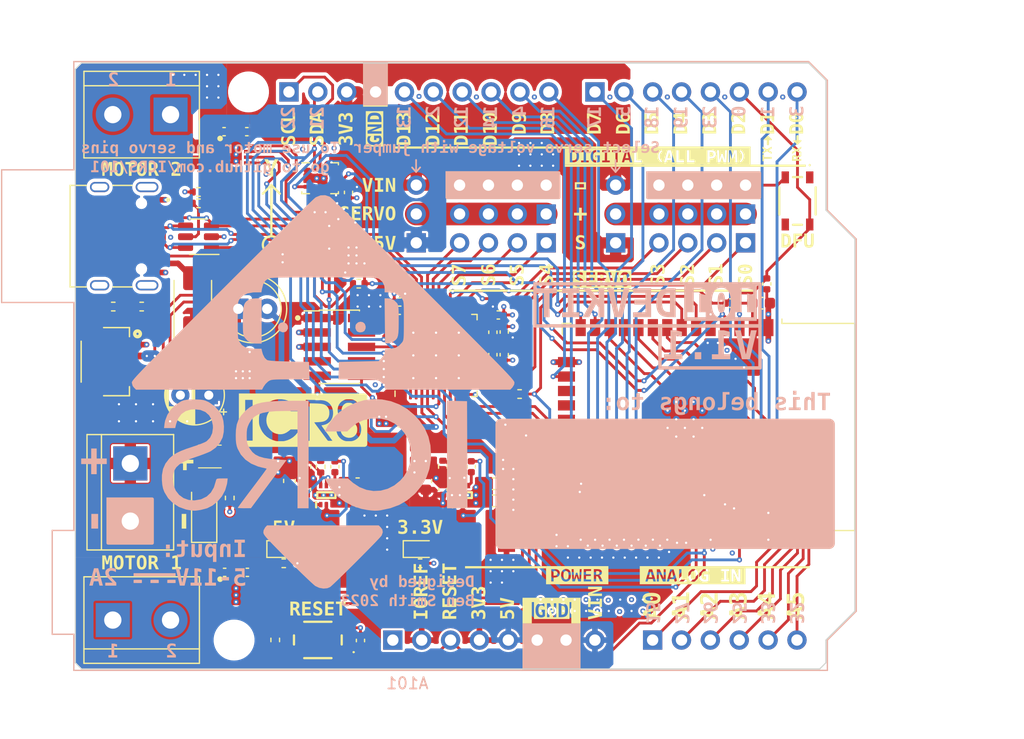
<source format=kicad_pcb>
(kicad_pcb (version 20221018) (generator pcbnew)
  (layers (0 "F.Cu" signal) (1 "In1.Cu" signal) (2 "In2.Cu" signal) (31 "B.Cu" signal) (34 "B.Paste" user) (35 "F.Paste" user) (36 "B.SilkS" user "B.Silkscreen") (37 "F.SilkS" user "F.Silkscreen") (38 "B.Mask" user) (39 "F.Mask" user) (44 "Edge.Cuts" user))
  (net 0 "")
  (net 1 "CC1")
  (net 2 "CC2")
  (net 3 "NRST")
  (net 4 "SWO")
  (net 5 "VBUS{slash}11")
  (net 8 "VREF+")
  (net 9 "GND")
  (net 10 "/5V_BST")
  (net 11 "/5V_SW")
  (net 12 "+5V")
  (net 13 "/3V3_BST")
  (net 14 "/3V3_SW")
  (net 15 "+3.3V")
  (net 16 "VBUS")
  (net 17 "/5V_FB")
  (net 18 "/3V3_FB")
  (net 19 "USB_DP")
  (net 20 "USB_DN")
  (net 24 "EN")
  (net 25 "+BATT")
  (net 26 "SDA")
  (net 27 "SCL")
  (net 28 "/5V_LED_K")
  (net 29 "/3V3_LED_K")
  (net 30 "IMU_INT1")
  (net 31 "IMU_INT2")
  (net 34 "ESP32_RX")
  (net 35 "ESP32_TX")
  (net 36 "GPIO5")
  (net 37 "GPIO23")
  (net 38 "GPIO19")
  (net 39 "GPIO18")
  (net 40 "/M1_OUT1")
  (net 41 "GPIO32")
  (net 42 "GPIO33")
  (net 43 "GPIO25")
  (net 44 "GPIO26")
  (net 45 "GPIO27")
  (net 46 "GPIO14")
  (net 47 "GPIO12")
  (net 48 "GPIO13")
  (net 55 "GPIO15")
  (net 56 "GPIO2")
  (net 57 "IO0")
  (net 58 "GPIO4")
  (net 59 "GPIO16")
  (net 60 "GPIO17")
  (net 62 "/M1_OUT2")
  (net 63 "M1_IN2")
  (net 64 "M1_IN1")
  (net 65 "MOTOR_SLEEP")
  (net 66 "/M2_OUT1")
  (net 67 "/M2_OUT2")
  (net 68 "M2_IN2")
  (net 69 "M2_IN1")
  (net 70 "S0")
  (net 71 "S1")
  (net 72 "S2")
  (net 73 "S3")
  (net 74 "S4")
  (net 75 "S5")
  (net 76 "S6")
  (net 77 "S7")
  (net 78 "VDDIO1")
  (net 79 "VDDIO2")
  (net 80 "SWDIO")
  (net 81 "SWCLK")
  (net 85 "/STM_LED_K")
  (net 89 "/STM_LED_A")
  (net 93 "/RP_PMOS_G")
  (net 94 "VIN")
  (net 97 "/STM32_IO0")
  (net 98 "/STM32_EN")
  (net 107 "VIN{slash}11")
  (footprint "101 Footprints:PinHeader_1x04_P2.54mm_Vertical" (layer "F.Cu") (at 166.63 75.75 -90)
    (fp_text reference "J106" hide)
    (fp_text value "Conn_01x04")
  )
  (footprint "Capacitor_SMD:C_0402_1005Metric" (layer "F.Cu") (at 145.4 86.1375 90)
    (fp_text reference "C125" hide)
    (fp_text value "1u" hide)
  )
  (footprint "Capacitor_SMD:C_0402_1005Metric" (layer "F.Cu") (at 134.5375 92.3 -90)
    (fp_text reference "C117" hide)
    (fp_text value "100n" hide)
  )
  (footprint "Capacitor_SMD:C_0402_1005Metric" (layer "F.Cu") (at 120.75 68.5)
    (fp_text reference "C116" hide)
    (fp_text value "100n" hide)
  )
  (footprint "Package_LGA:LGA-14_3x2.5mm_P0.5mm_LayoutBorder3x4y" (layer "F.Cu") (at 129.2 72.6)
    (fp_text reference "U104" hide)
    (fp_text value "LSM6DS3" hide)
  )
  (footprint "101 Footprints:ICRS_text_neg_4mm" (layer "F.Cu") (at 127.7 93.8)
    (fp_text reference "G***" hide)
    (fp_text value "LOGO" hide)
  )
  (footprint "Capacitor_SMD:C_0402_1005Metric" (layer "F.Cu") (at 144.4 88.1375 -90)
    (fp_text reference "C126" hide)
    (fp_text value "100n" hide)
  )
  (footprint "Capacitor_SMD:C_0603_1608Metric" (layer "F.Cu") (at 126.5 99.25 90)
    (fp_text reference "C105" hide)
    (fp_text value "22u" hide)
  )
  (footprint "Capacitor_SMD:C_0402_1005Metric" (layer "F.Cu") (at 168.5 81.9 -90)
    (fp_text reference "C1" hide)
    (fp_text value "100n" hide)
  )
  (footprint "Capacitor_SMD:C_0402_1005Metric" (layer "F.Cu") (at 140 100 90)
    (fp_text reference "C107" hide)
    (fp_text value "100n" hide)
  )
  (footprint "Capacitor_SMD:C_0402_1005Metric" (layer "F.Cu") (at 136.165151 93.137786 180)
    (fp_text reference "C122" hide)
    (fp_text value "100n" hide)
  )
  (footprint "MSL Footprints:HRO_TYPE-C-31-M-12" (layer "F.Cu") (at 109.8 77.7 -90)
    (fp_text reference "J101" hide)
    (fp_text value "TYPE-C-31-M-12" hide)
  )
  (footprint "101 Footprints:PinHeader_1x04_P2.54mm_Vertical" (layer "F.Cu") (at 166.63 73.21 -90)
    (fp_text reference "J108" hide)
    (fp_text value "Conn_01x04")
  )
  (footprint "101 Footprints:PinHeader_1x10_P2.54mm_Vertical" (layer "F.Cu") (at 126.46 65.001 90)
    (fp_text reference "J1" hide)
    (fp_text value "Conn_01x10")
  )
  (footprint "Resistor_SMD:R_0402_1005Metric" (layer "F.Cu") (at 138 106.5)
    (fp_text reference "R106" hide)
    (fp_text value "680R" hide)
  )
  (footprint "101 Footprints:SON50P200X200X80-9N" (layer "F.Cu") (at 121.8 70.5)
    (fp_text reference "IC105" hide)
    (fp_text value "DRV8837DSGR" hide)
  )
  (footprint "101 Footprints:SOTFL50P160X60-6N" (layer "F.Cu") (at 129.75 100.5 90)
    (fp_text reference "IC101" hide)
    (fp_text value "TPS563202DRLR" hide)
  )
  (footprint "Capacitor_SMD:C_0402_1005Metric" (layer "F.Cu") (at 132.75 113.3 90)
    (fp_text reference "C118" hide)
    (fp_text value "100n" hide)
  )
  (footprint "Resistor_SMD:R_0402_1005Metric" (layer "F.Cu") (at 118.5 74.81)
    (fp_text reference "R109" hide)
    (fp_text value "10k" hide)
  )
  (footprint "Resistor_SMD:R_0402_1005Metric" (layer "F.Cu") (at 122.5 88.6 180)
    (fp_text reference "R3" hide)
    (fp_text value "330R" hide)
  )
  (footprint "MSL Footprints:TS204225WT160SMTTRMSL" (layer "F.Cu") (at 129 113.25 180)
    (fp_text reference "S101" hide)
    (fp_text value "TS20-42-25-WT-160-SMT-TR" hide)
  )
  (footprint "Capacitor_SMD:C_0402_1005Metric" (layer "F.Cu") (at 129.2 74.85)
    (fp_text reference "C112" hide)
    (fp_text value "100n" hide)
  )
  (footprint "Resistor_SMD:R_0402_1005Metric" (layer "F.Cu") (at 146.8 94.3)
    (fp_text reference "R114" hide)
    (fp_text value "330R" hide)
  )
  (footprint "101 Footprints:PinHeader_1x04_P2.54mm_Vertical" (layer "F.Cu") (at 149.09 73.21 -90)
    (fp_text reference "J109" hide)
    (fp_text value "Conn_01x04")
  )
  (footprint "Resistor_SMD:R_0402_1005Metric" (layer "F.Cu") (at 141.25 98 -90)
    (fp_text reference "R104" hide)
    (fp_text value "16k" hide)
  )
  (footprint "Capacitor_SMD:C_0603_1608Metric" (layer "F.Cu") (at 138.5 99.25 90)
    (fp_text reference "C106" hide)
    (fp_text value "22u" hide)
  )
  (footprint "101 Footprints:PinHeader_1x03_P2.54mm_Vertical" (layer "F.Cu") (at 137.66 78.29 180)
    (fp_text reference "JP102" hide)
    (fp_text value "Jumper_3_Bridged12")
  )
  (footprint "Resistor_SMD:R_0402_1005Metric" (layer "F.Cu") (at 132.6 81.88)
    (fp_text reference "R111" hide)
    (fp_text value "10k" hide)
  )
  (footprint "Capacitor_SMD:C_0402_1005Metric" (layer "F.Cu") (at 128 100 90)
    (fp_text reference "C102" hide)
    (fp_text value "100n" hide)
  )
  (footprint "101 Footprints:ESP32-WROOM-32" (layer "F.Cu") (at 160.385 94.5 -90)
    (fp_text reference "U101" hide)
    (fp_text value "ESP32-WROOM-32" hide)
  )
  (footprint "Diode_SMD:D_MiniMELF" (layer "F.Cu") (at 119 102 90)
    (fp_text reference "D104" hide)
    (fp_text value "ZMM10V" hide)
  )
  (footprint "Capacitor_SMD:C_0402_1005Metric" (layer "F.Cu") (at 122.8 107.3 180)
    (fp_text reference "C113" hide)
    (fp_text value "100n" hide)
  )
  (footprint "Resistor_SMD:R_0402_1005Metric" (layer "F.Cu") (at 129.25 98 -90)
    (fp_text reference "R101" hide)
    (fp_text value "27k" hide)
  )
  (footprint "Resistor_SMD:R_0402_1005Metric" (layer "F.Cu") (at 113.5 83.9 180)
    (fp_text reference "R4" hide)
    (fp_text value "2k2")
  )
  (footprint "101 Footprints:Digital 1.4mm" (layer "F.Cu") (at 158.898171 70.694171)
    (fp_text reference "G***" hide)
    (fp_text value "LOGO" hide)
  )
  (footprint "101 Footprints:SK34" (layer "F.Cu") (at 118 83.6 90)
    (fp_text reference "D2" hide)
    (fp_text value "SK34" hide)
  )
  (footprint "footprints:JST_SM04B-SRSS-TB(LF)(SN)" (layer "F.Cu") (at 112.75 88.75 -90)
    (fp_text reference "J111" hide)
    (fp_text value "SM04B-SRSS-TB(LF)(SN)" hide)
  )
  (footprint "Capacitor_THT:CP_Radial_D5.0mm_P2.50mm" (layer "F.Cu") (at 119.405113 91.7 180)
    (fp_text reference "C119" hide)
    (fp_text value "47u" hide)
  )
  (footprint "LED_SMD:LED_0603_1608Metric" (layer "F.Cu") (at 126 105.25)
    (fp_text reference "D101" hide)
    (fp_text value "BLUE" hide)
  )
  (footprint "101 Footprints:PinHeader_1x06_P2.54mm_Vertical" (layer "F.Cu") (at 158.455 113.26 90)
    (fp_text reference "J5" hide)
    (fp_text value "Conn_01x06")
  )
  (footprint "Resistor_SMD:R_0402_1005Metric" (layer "F.Cu") (at 165.4 83.6)
    (fp_text reference "R1" hide)
    (fp_text value "10k" hide)
  )
  (footprint "MSL Footprints:TS204225WT160SMTTRMSL" (layer "F.Cu") (at 171.2 74.6 -90)
    (fp_text reference "S102" hide)
    (fp_text value "TS20-42-25-WT-160-SMT-TR" hide)
  )
  (footprint "101 Footprints:PinHeader_1x04_P2.54mm_Vertical" (layer "F.Cu") (at 149.09 78.29 -90)
    (fp_text reference "J105" hide)
    (fp_text value "Conn_01x04")
  )
  (footprint "Resistor_SMD:R_0402_1005Metric" (layer "F.Cu") (at 118.5 73.81 180)
    (fp_text reference "R110" hide)
    (fp_text value "1k" hide)
  )
  (footprint "Capacitor_SMD:C_0603_1608Metric" (layer "F.Cu") (at 132.5 101 180)
    (fp_text reference "C104" hide)
    (fp_text value "22u" hide)
  )
  (footprint "101 Footprints:TerminalBlock_bornier-2_P5.08mm" (layer "F.Cu") (at 110.96 111.5)
    (fp_text reference "J102" hide)
    (fp_text value "Screw_Terminal_01x02")
  )
  (footprint "Resistor_SMD:R_0402_1005Metric" (layer "F.Cu") (at 126 106.5)
    (fp_text reference "R103" hide)
    (fp_text value "2k2" hide)
  )
  (footprint "101 Footprints:PinHeader_1x04_P2.54mm_Vertical" (layer "F.Cu") (at 149.09 75.75 -90)
    (fp_text reference "J107" hide)
    (fp_text value "Conn_01x04")
  )
  (footprint "101 Footprints:PinHeader_1x04_P2.54mm_Vertical" (layer "F.Cu") (at 166.63 78.29 -90)
    (fp_text reference "J104" hide)
    (fp_text value "Conn_01x04")
  )
  (footprint "101 Footprints:L_Chilisin_BMRA00040415" (layer "F.Cu") (at 143.75 104.25)
    (fp_text reference "L102" hide)
    (fp_text value "3u3")
  )
  (footprint "Resistor_SMD:R_0402_1005Metric" (layer "F.Cu") (at 121.25 100.75 -90)
    (fp_text reference "R108" hide)
    (fp_text value "330R" hide)
  )
  (footprint "101 Footprints:SOTFL50P160X60-6N" (layer "F.Cu") (at 141.75 100.5 90)
    (fp_text reference "IC103" hide)
    (fp_text value "TPS563202DRLR" hide)
  )
  (footprint "101 Footprints:power analog in 1.6mm" (layer "F.Cu") (at 157.85 107.55)
    (fp_text reference "G***" hide)
    (fp_text value "LOGO" hide)
  )
  (footprint "101 Footprints:DMP2066UFDE7" (layer "F.Cu") (at 119.5 97.1 -90)
    (fp_text reference "Q101" hide)
    (fp_text value "DMP3028LFDE" hide)
  )
  (footprint "Resistor_SMD:R_0402_1005Metric" (layer "F.Cu") (at 111 83.9)
    (fp_text reference "R5" hide)
    (fp_text value "2k2")
  )
  (footprint "Resistor_SMD:R_0402_1005Metric" (layer "F.Cu") (at 128 97.98 -90)
    (fp_text reference "R102" hide)
    (fp_text value "5k1" hide)
  )
  (footprint "Capacitor_SMD:C_0603_1608Metric" (layer "F.Cu") (at 132.5 99.5 180)
    (fp_text reference "C103" hide)
    (fp_text value "22u" hide)
  )
  (footprint "101 Footprints:L_Chilisin_BMRA00040415" (layer "F.Cu") (at 131.75 104.25)
    (fp_text reference "L101" hide)
    (fp_text value "4u7")
  )
  (footprint "Capacitor_SMD:C_0402_1005Metric" (layer "F.Cu") (at 120.8 107.3)
    (fp_text reference "C114" hide)
    (fp_text value "100n" hide)
  )
  (footprint "Capacitor_SMD:C_0402_1005Metric" (layer "F.Cu") (at 136.2 83.5 180)
    (fp_text reference "C124" hide)
    (fp_text value "4u7" hide)
  )
  (footprint "101 Footprints:PinHeader_1x08_P2.54mm_Vertical" (layer "F.Cu") (at 153.382 65.003 90)
    (fp_text reference "J3" hide)
    (fp_text value "Conn_01x08")
  )
  (footprint "Capacitor_SMD:C_0603_1608Metric" (layer "F.Cu") (at 144.5 101 180)
    (fp_text reference "C110" hide)
    (fp_text value "22u" hide)
  )
  (footprint "Capacitor_SMD:C_0603_1608Metric" (layer "F.Cu") (at 144.5 99.5 180)
    (fp_text reference "C109" hide)
    (fp_text value "22u" hide)
  )
  (footprint "Capacitor_SMD:C_0603_1608Metric" (layer "F.Cu") (at 168 83.6)
    (fp_text reference "C2" hide)
    (fp_text value "22u" hide)
  )
  (footprint "Capacitor_SMD:C_0402_1005Metric" (layer "F.Cu") (at 131.7 73.85 -90)
    (fp_text reference "C111" hide)
    (fp_text value "100n" hide)
  )
  (footprint "Capacitor_SMD:C_0402_1005Metric" (layer "F.Cu") (at 144.88 84.6375)
    (fp_text reference "C120" hide)
    (fp_text value "100n" hide)
  )
  (footprint "101 Footprints:PinHeader_1x03_P2.54mm_Vertical" (layer "F.Cu") (at 155.2 78.29 180)
    (fp_text reference "JP101" hide)
    (fp_text value "Jumper_3_Bridged12")
  )
  (footprint "Capacitor_SMD:C_0402_1005Metric" (layer "F.Cu") (at 136.165151 94.137786 180)
    (fp_text reference "C121" hide)
    (fp_text value "100n" hide)
  )
  (footprint "101 Footprints:PinHeader_1x08_P2.54mm_Vertical" (layer "F.Cu") (at 135.597 113.264 90)
    (fp_text reference "J4" hide)
    (fp_text value "Conn_01x08")
  )
  (footprint "Capacitor_SMD:C_0402_1005Metric" (layer "F.Cu") (at 122.75 68.5 180)
    (fp_text reference "C115" hide)
    (fp_text value "100n" hide)
  )
  (footprint "101 Footprints:TerminalBlock_bornier-2_P5.08mm" (layer "F.Cu") (at 116.04 67 180)
    (fp_text reference "J103" hide)
    (fp_text value "Screw_Terminal_01x02")
  )
  (footprint "Resistor_SMD:R_0402_1005Metric" (layer "F.Cu") (at 140 97.98 -90)
    (fp_text reference "R105" hide)
    (fp_text value "5k1" hide)
  )
  (footprint "Resistor_SMD:R_0402_1005Metric" (layer "F.Cu") (at 146.75 91.6)
    (fp_text reference "R2" hide)
    (fp_text value "330R" hide)
  )
  (footprint "Resistor_SMD:R_0402_1005Metric" (layer "F.Cu") (at 125.25 113.25 90)
    (fp_text reference "R107" hide)
    (fp_text value "10k" hide)
  )
  (footprint "Package_TO_SOT_SMD:SOT-23-6" (layer "F.Cu") (at 118.5 77.75 180)
    (fp_text reference "U103" hide)
    (fp_text value "USBLC6-4SC6-ES" hide)
  )
  (footprint "101 Footprints:TerminalBlock_bornier-2_P5.08mm" (layer "F.Cu") (at 112.5 97.71 -90)
    (fp_text reference "J110" hide)
    (fp_text value "Screw_Terminal_01x02")
  )
  (footprint "Capacitor_SMD:C_0402_1005Metric" (layer "F.Cu") (at 130.5 98 90)
    (fp_text reference "C101" hide)
    (fp_text value "100n" hide)
  )
  (footprint "Package_DFN_QFN:QFN-48-1EP_7x7mm_P0.5mm_EP5.6x5.6mm" (layer "F.Cu") (at 139.4 88.2 90)
    (fp_text reference "U106" hide)
    (fp_text value "STM32G431CBUx" hide)
  )
  (footprint "Capacitor_SMD:C_0402_1005Metric" (layer "F.Cu") (at 142.5 98 90)
    (fp_text reference "C108" hide)
    (fp_text value "100n" hide)
  )
  (footprint "Capacitor_SMD:C_0402_1005Metric" (layer "F.Cu") (at 144.4 86.1575 90)
    (fp_text reference "C123" hide)
    (fp_text value "100n" hide)
  )
  (footprint "LED_SMD:LED_0603_1608Metric" (layer "F.Cu") (at 138 105.25)
    (fp_text reference "D102" hide)
    (fp_text value "BLUE" hide)
  )
  (footprint "Capacitor_SMD:C_0402_1005Metric" (layer "F.Cu") (at 145.4 88.1375 -90)
    (fp_text reference "C127" hide)
    (fp_text value "1u" hide)
  )
  (footprint "Connector_PinHeader_1.27mm:PinHeader_2x05_P1.27mm_Vertical_SMD" (layer "F.Cu") (at 130.894 87.449)
    (fp_text reference "J2" hide)
    (fp_text value "Conn_ARM_JTAG_SWD_10" hide)
  )
  (footprint "Resistor_SMD:R_0402_1005Metric" (layer "F.Cu") (at 132.6 80.9 180)
    (fp_text reference "R112" hide)
    (fp_text value "1k" hide)
  )
  (footprint "101 Footprints:SON50P200X200X80-9N" (layer "F.Cu") (at 121.8 109.3)
    (fp_text reference "IC104" hide)
    (fp_text value "DRV8837DSGR" hide)
  )
  (footprint "LED_THT:LED_D5.0mm" (layer "F.Cu") (at 122 84.1)
    (fp_text reference "D1" hide)
    (fp_text value "LED_R" hide)
  )
  (footprint "101 Footprints:ICRS_101_UNO_R3_NO_PINS" (layer "B.Cu") (at 135.6 113.26)
    (fp_text reference "A101")
    (fp_text value "Arduino_UNO_R3")
    (fp_line (start -27.94 -50.26) (end -27.94 2) (stroke (width 0.1)) (layer "Edge.Cuts"))
    (fp_line (start -27.4 -50.8) (end -27.94 -50.26) (stroke (width 0.1)) (layer "Edge.Cuts"))
    (fp_line (start -27.4 2.54) (end -27.94 2) (stroke (width 0.1)) (layer "Edge.Cuts"))
    (fp_line (start -27.4 2.54) (end 37.5 2.54) (stroke (width 0.1)) (layer "Edge.Cuts"))
    (fp_line (start 36.58 -50.8) (end -27.4 -50.8) (stroke (width 0.1)) (layer "Edge.Cuts"))
    (fp_line (start 37.56 2.54) (end 37.5 2.54) (stroke (width 0.1)) (layer "Edge.Cuts"))
    (fp_line (start 38.1 -49.28) (end 36.58 -50.8) (stroke (width 0.1)) (layer "Edge.Cuts"))
    (fp_line (start 38.1 -37.85) (end 38.1 -49.28) (stroke (width 0.1)) (layer "Edge.Cuts"))
    (fp_line (start 38.1 0) (end 40.64 -2.54) (stroke (width 0.1)) (layer "Edge.Cuts"))
    (fp_line (start 38.1 2) (end 37.56 2.54) (stroke (width 0.1)) (layer "Edge.Cuts"))
    (fp_line (start 38.1 2) (end 38.1 0) (stroke (width 0.1)) (layer "Edge.Cuts"))
    (fp_line (start 40.64 -35.31) (end 38.1 -37.85) (stroke (width 0.1)) (layer "Edge.Cuts"))
    (fp_line (start 40.64 -2.54) (end 40.64 -35.31) (stroke (width 0.1)) (layer "Edge.Cuts"))
  )
  (footprint "101 Footprints:ICRS Medium" (layer "B.Cu") (at 129.54 91.44 180)
    (fp_text reference "G***" hide)
    (fp_text value "LOGO" hide)
  )
  (footprint "101 Footprints:DC_logo_4mm" (layer "B.Cu") (at 114.666 107.744 180)
    (fp_text reference "G***" hide)
    (fp_text value "LOGO" hide)
  )
  (gr_rect (start 140.38 72.127) (end 150.192 74.296) (stroke (width 0.3)) (fill solid) (layer "B.SilkS"))
  (gr_line (start 155.194 72.05) (end 155.553 71.648) (stroke (width 0.15)) (layer "B.SilkS"))
  (gr_line (start 155.194 72.05) (end 154.84 71.652) (stroke (width 0.15)) (layer "B.SilkS"))
  (gr_rect (start 145.123 94.271) (end 173.989 104.74) (stroke (width 1)) (fill solid) (layer "B.SilkS"))
  (gr_line (start 137.6445 72.048) (end 138.0035 71.646) (stroke (width 0.15)) (layer "B.SilkS"))
  (gr_rect (start 147.011 111.798) (end 152.111 115.927) (fill solid) (layer "B.SilkS"))
  (gr_rect (start 159.1 85.6) (end 167.9 89.3) (stroke (width 0.3)) (fill none) (layer "B.SilkS"))
  (gr_rect (start 148.1 81.9) (end 167.9 85.6) (stroke (width 0.3)) (fill none) (layer "B.SilkS"))
  (gr_rect (start 132.981 62.312) (end 135.15 66.196) (fill solid) (layer "B.SilkS"))
  (gr_rect (start 158.036 72.1315) (end 167.848 74.3005) (stroke (width 0.3)) (fill solid) (layer "B.SilkS"))
  (gr_line (start 137.6445 72.048) (end 137.2905 71.65) (stroke (width 0.15)) (layer "B.SilkS"))
  (gr_rect (start 110.549 100.854) (end 114.422 104.712) (stroke (width 0.3)) (fill solid) (layer "B.SilkS"))
  (gr_line (start 137.645 70.992) (end 137.645 72.049) (stroke (width 0.15)) (layer "B.SilkS"))
  (gr_line (start 155.194 70.993) (end 155.194 72.05) (stroke (width 0.15)) (layer "B.SilkS"))
  (gr_line (start 168.3 69.2) (end 168.9 69.2) (stroke (width 0.1)) (layer "F.SilkS"))
  (gr_line (start 168.9 69.2) (end 168.6 68.9) (stroke (width 0.1)) (layer "F.SilkS"))
  (gr_line (start 171.3 69.5) (end 171.1 69.5) (stroke (width 0.1)) (layer "F.SilkS"))
  (gr_rect (start 147.011 109.629) (end 147.8254 111.798) (fill solid) (layer "F.SilkS"))
  (gr_rect (start 147.0114 109.5365) (end 152.1114 109.9155) (fill solid) (layer "F.SilkS"))
  (gr_rect (start 166.5 106.75) (end 172.26 106.95) (fill solid) (layer "F.SilkS"))
  (gr_rect (start 147.011 111.798) (end 152.111 115.927) (fill solid) (layer "F.SilkS"))
  (gr_rect (start 140.563 82.4) (end 167.558 82.6) (fill solid) (layer "F.SilkS"))
  (gr_line (start 170.9 69.3) (end 171.2 69.6) (stroke (width 0.1)) (layer "F.SilkS"))
  (gr_rect (start 150.7256 71.398) (end 171.933 71.598) (fill solid) (layer "F.SilkS"))
  (gr_rect (start 132.979 62.416) (end 135.148 66.3) (fill solid) (layer "F.SilkS"))
  (gr_rect (start 141.95 106.75) (end 149.08 106.95) (fill solid) (layer "F.SilkS"))
  (gr_line (start 129.41 79.26) (end 130.16 78.51) (stroke (width 0.2)) (layer "F.SilkS"))
  (gr_line (start 171 69.4) (end 171.4 69.4) (stroke (width 0.1)) (layer "F.SilkS"))
  (gr_circle (center 124.91 78.46) (end 124.16 78.46) (stroke (width 0.2)) (fill none) (layer "F.SilkS"))
  (gr_line (start 171.5 69.3) (end 170.9 69.3) (stroke (width 0.1)) (layer "F.SilkS"))
  (gr_line (start 171.2 68.9) (end 171.2 69.5) (stroke (width 0.2)) (layer "F.SilkS"))
  (gr_circle (center 127.231428 84.9) (end 127.231428 84.731428) (stroke (width 0.15)) (fill solid) (layer "F.SilkS"))
  (gr_line (start 125.66 73.96) (end 124.91 73.21) (stroke (width 0.2)) (layer "F.SilkS"))
  (gr_line (start 168.6 68.9) (end 168.3 69.2) (stroke (width 0.1)) (layer "F.SilkS"))
  (gr_rect (start 122.3 91.8) (end 133.1 96) (stroke (width 0.5)) (fill none) (layer "F.SilkS"))
  (gr_line (start 124.16 73.96) (end 124.91 73.21) (stroke (width 0.2)) (layer "F.SilkS"))
  (gr_rect (start 135.661 69.8) (end 167.078 70) (fill solid) (layer "F.SilkS"))
  (gr_line (start 171.2 69.6) (end 171.5 69.3) (stroke (width 0.1)) (layer "F.SilkS"))
  (gr_line (start 168.5 69) (end 168.7 69.1) (stroke (width 0.1)) (layer "F.SilkS"))
  (gr_line (start 168.4 69.1) (end 168.8 69.1) (stroke (width 0.1)) (layer "F.SilkS"))
  (gr_line (start 168.6 69.6) (end 168.6 69) (stroke (width 0.2)) (layer "F.SilkS"))
  (gr_line (start 124.91 77.71) (end 124.91 73.21) (stroke (width 0.2)) (layer "F.SilkS"))
  (gr_line (start 129.41 77.76) (end 130.16 78.51) (stroke (width 0.2)) (layer "F.SilkS"))
  (gr_rect (start 151.297 109.629) (end 152.1114 111.798) (fill solid) (layer "F.SilkS"))
  (gr_circle (center 124.91 78.46) (end 125.078572 78.46) (stroke (width 0.15)) (fill solid) (layer "F.SilkS"))
  (gr_line (start 125.66 78.51) (end 130.16 78.51) (stroke (width 0.2)) (layer "F.SilkS"))
  (gr_text "2 " (at 139.215 68.231 90) (layer "B.SilkS") (effects (font (size 1.2 1.2) (thickness 0.2) bold) (justify right mirror)))
  (gr_text "Input:\n5-11V    2A" (at 122.754 108.724) (layer "B.SilkS") (effects (font (size 1.5 1.5) (thickness 0.3) bold) (justify left bottom mirror)))
  (gr_text "27" (at 160.952 111.873 270) (layer "B.SilkS") (effects (font (size 1.2 1.2) (thickness 0.2) bold) (justify left mirror)))
  (gr_text "19" (at 161.015 68.231 90) (layer "B.SilkS") (effects (font (size 1.2 1.2) (thickness 0.2) bold) (justify right mirror)))
  (gr_text "21" (at 129.024 68.309 90) (layer "B.SilkS") (effects (font (size 1.2 1.2) (thickness 0.2) bold) (justify right mirror)))
  (gr_text "4 " (at 146.815 68.231 90) (layer "B.SilkS") (effects (font (size 1.2 1.2) (thickness 0.2) bold) (justify right mirror)))
  (gr_text "23" (at 163.565 68.231 90) (layer "B.SilkS") (effects (font (size 1.2 1.2) (thickness 0.2) bold) (justify right mirror)))
  (gr_text "22" (at 126.474 68.309 90) (layer "B.SilkS") (effects (font (size 1.2 1.2) (thickness 0.2) bold) (justify right mirror)))
  (gr_text "DEVKIT" (at 154.4 83.8) (layer "B.SilkS") (effects (font (size 2.5 2.5) (thickness 0.2) bold) (justify mirror)))
  (gr_text "1" (at 116.1 64) (layer "B.SilkS") (effects (font (size 1.2 1.2) (thickness 0.2) bold) (justify mirror)))
  (gr_text "2" (at 116.1 114.3) (layer "B.SilkS") (effects (font (size 1.2 1.2) (thickness 0.2) bold) (justify mirror)))
  (gr_text "12" (at 141.715 68.231 90) (layer "B.SilkS") (effects (font (size 1.2 1.2) (thickness 0.2) bold) (justify right mirror)))
  (gr_text "2" (at 111 64) (layer "B.SilkS") (effects (font (size 1.2 1.2) (thickness 0.2) bold) (justify mirror)))
  (gr_text "Select servo voltage with jumper" (at 159.079 69.947) (layer "B.SilkS") (effects (font (size 1 1) (thickness 0.2) bold) (justify left mirror)))
  (gr_text "18" (at 158.465 68.231 90) (layer "B.SilkS") (effects (font (size 1.2 1.2) (thickness 0.2) bold) (justify right mirror)))
  (gr_text "101" (at 164.5 83.8) (layer "B.SilkS" knockout) (effects (font (size 2.5 2.5) (thickness 0.2) bold) (justify mirror)))
  (gr_text "To use motor and servo pins\ngo to github.com/ICRS/101" (at 119.514 70.817) (layer "B.SilkS") (effects (font (size 1 1) (thickness 0.2) bold) (justify mirror)))
  (gr_text "13" (at 136.665 68.231 90) (layer "B.SilkS") (effects (font (size 1.2 1.2) (thickness 0.2) bold) (justify right mirror)))
  (gr_text "0 " (at 166.115 68.231 90) (layer "B.SilkS") (effects (font (size 1.2 1.2) (thickness 0.2) bold) (justify right mirror)))
  (gr_text "5 " (at 155.965 68.231 90) (layer "B.SilkS") (effects (font (size 1.2 1.2) (thickness 0.2) bold) (justify right mirror)))
  (gr_text "Designed by\nBen Smith 2023" (at 142.79 109.015) (layer "B.SilkS") (effects (font (size 1 1) (thickness 0.2) bold) (justify left mirror)))
  (gr_text "3 " (at 171.215 68.231 90) (layer "B.SilkS") (effects (font (size 1.2 1.2) (thickness 0.2) bold) (justify right mirror)))
  (gr_text "32" (at 171.052 111.873 270) (layer "B.SilkS") (effects (font (size 1.2 1.2) (thickness 0.2) bold) (justify left mirror)))
  (gr_text "V1.1" (at 163.5 87.5) (layer "B.SilkS") (effects (font (size 2.5 2.5) (thickness 0.2) bold) (justify mirror)))
  (gr_text "This belongs to:" (at 174.153 93.269) (layer "B.SilkS") (effects (font (size 1.5 1.5) (thickness 0.2) bold) (justify left bottom mirror)))
  (gr_text "+" (at 109.3 97.6) (layer "B.SilkS") (effects (font (size 3 3) (thickness 0.24) bold) (justify mirror)))
  (gr_text "1 " (at 168.665 68.231 90) (layer "B.SilkS") (effects (font (size 1.2 1.2) (thickness 0.2) bold) (justify right mirror)))
  (gr_text "26" (at 163.452 111.873 270) (layer "B.SilkS") (effects (font (size 1.2 1.2) (thickness 0.2) bold) (justify left mirror)))
  (gr_text "1" (at 111 114.3) (layer "B.SilkS") (effects (font (size 1.2 1.2) (thickness 0.2) bold) (justify mirror)))
  (gr_text "15" (at 158.402 111.873 270) (layer "B.SilkS") (effects (font (size 1.2 1.2) (thickness 0.2) bold) (justify left mirror)))
  (gr_text "-" (at 109.4 102.8 270) (layer "B.SilkS") (effects (font (size 3 3) (thickness 0.24) bold) (justify mirror)))
  (gr_text "33" (at 168.502 111.873 270) (layer "B.SilkS") (effects (font (size 1.2 1.2) (thickness 0.2) bold) (justify left mirror)))
  (gr_text "25" (at 166.002 111.873 270) (layer "B.SilkS") (effects (font (size 1.2 1.2) (thickness 0.2) bold) (justify left mirror)))
  (gr_text "14" (at 144.265 68.231 90) (layer "B.SilkS") (effects (font (size 1.2 1.2) (thickness 0.2) bold) (justify right mirror)))
  (gr_text "17" (at 153.415 68.231 90) (layer "B.SilkS") (effects (font (size 1.2 1.2) (thickness 0.2) bold) (justify right mirror)))
  (gr_text "16" (at 149.315 68.231 90) (layer "B.SilkS") (effects (font (size 1.2 1.2) (thickness 0.2) bold) (justify right mirror)))
  (gr_text "3V3" (at 131.55 66.75 90) (layer "F.SilkS") (effects (font (size 1.2 1.2) (thickness 0.2) bold) (justify right)))
  (gr_text "D9" (at 146.8 66.75 90) (layer "F.SilkS") (effects (font (size 1.2 1.2) (thickness 0.2) bold) (justify right)))
  (gr_text "D0" (at 171.2 66.75 90) (layer "F.SilkS") (effects (font (size 1.2 1.2) (thickness 0.2) bold) (justify right)))
  (gr_text "+" (at 152.1 75.8) (layer "F.SilkS") (effects (font (size 1.5 1.5) (thickness 0.24) bold)))
  (gr_text "X" (at 131.22 79.44) (layer "F.SilkS") (effects (font (size 1.5 1.5) (thickness 0.2) bold) (justify bottom)))
  (gr_text "S0" (at 166.7 80.1 90) (layer "F.SilkS") (effects (font (size 1.2 1.2) (thickness 0.2) bold) (justify right)))
  (gr_text "Z" (at 126.25 80.94) (layer "F.SilkS") (effects (font (size 1.5 1.5) (thickness 0.2) bold) (justify bottom)))
  (gr_text "S1" (at 164.1 80.1 90) (layer "F.SilkS") (effects (font (size 1.2 1.2) (thickness 0.2) bold) (justify right)))
  (gr_text "-" (at 117.2 102.8 90) (layer "F.SilkS") (effects (font (size 2 3) (thickness 0.24) bold)))
  (gr_text "A4" (at 168.6 111.5 90) (layer "F.SilkS") (effects (font (size 1.5 1.5) (thickness 0.2) bold) (justify left)))
  (gr_text "D8" (at 149.3 66.75 90) (layer "F.SilkS") (effects (font (size 1.2 1.2) (thickness 0.2) bold) (justify right)))
  (gr_text "A0" (at 158.5 111.5 90) (layer "F.SilkS") (effects (font (size 1.5 1.5) (thickness 0.2) bold) (justify left)))
  (gr_text "D2" (at 166.1 66.75 90) (layer "F.SilkS") (effects (font (size 1.2 1.2) (thickness 0.2) bold) (justify right)))
  (gr_text "D13" (at 136.65 66.75 90) (layer "F.SilkS") (effects (font (size 1.2 1.2) (thickness 0.2) bold) (justify right)))
  (gr_text "A3" (at 166.1 111.5 90) (layer "F.SilkS") (effects (font (size 1.5 1.5) (thickness 0.2) bold) (justify left)))
  (gr_text "SCL" (at 126.5 66.75 90) (layer "F.SilkS") (effects (font (size 1.2 1.2) (thickness 0.2) bold) (justify right)))
  (gr_text "-" (at 152.1 73.25) (layer "F.SilkS" knockout) (effects (font (size 1.5 1.5) (thickness 0.24) bold)))
  (gr_text "5V" (at 135.9 78.4) (layer "F.SilkS") (effects (font (size 1.2 1.2) (thickness 0.2) bold) (justify right)))
  (gr_text "SDA" (at 129 66.75 90) (layer "F.SilkS") (effects (font (size 1.2 1.2) (thickness 0.2) bold) (justify right)))
  (gr_text "A1" (at 161.05 111.5 90) (layer "F.SilkS") (effects (font (size 1.5 1.5) (thickness 0.2) bold) (justify left)))
  (gr_text "D10" (at 144.25 66.75 90) (layer "F.SilkS") (effects (font (size 1.2 1.2) (thickness 0.2) bold) (justify right)))
  (gr_text "RESET" (at 129 111.3) (layer "F.SilkS") (effects (font (size 1.2 1.2) (thickness 0.2) bold) (justify bottom)))
  (gr_text "A5" (at 171.15 111.5 90) (layer "F.SilkS") (effects (font (size 1.5 1.5) (thickness 0.2) bold) (justify left)))
  (gr_text "RX" (at 171.2 69.8 90) (layer "F.SilkS") (effects (font (size 0.8 0.8) (thickness 0.2) bold) (justify right)))
  (gr_text "S5" (at 146.6 80.1 90) (layer "F.SilkS") (effects (font (size 1.2 1.2) (thickness 0.2) bold) (justify right)))
  (gr_text "3V3" (at 143.23 111.5 90) (layer "F.SilkS") (effects (font (size 1.2 1.2) (thickness 0.2) bold) (justify left)))
  (gr_text "MOTOR 2" (at 113.503 72.595) (layer "F.SilkS") (effects (font (size 1.2 1.2) (thickness 0.2) bold) (justify bottom)))
  (gr_text "S3" (at 159 80.1 90) (layer "F.SilkS") (effects (font (size 1.2 1.2) (thickness 0.2) bold) (justify right)))
  (gr_text "D7" (at 153.4 66.75 90) (layer "F.SilkS") (effects (font (size 1.2 1.2) (thickness 0.2) bold) (justify right)))
  (gr_text "RESET" (at 140.68 111.5 90) (layer "F.SilkS") (effects (font (size 1.2 1.2) (thickness 0.2) bold) (justify left)))
  (gr_text "DFU" (at 171.2 78.2) (layer "F.SilkS") (effects (font (size 1.2 1.2) (thickness 0.2) bold)))
  (gr_text "VIN" (at 135.9 73.3) (layer "F.SilkS") (effects (font (size 1.2 1.2) (thickness 0.2) bold) (justify right)))
  (gr_text "D11" (at 141.7 66.75 90) (layer "F.SilkS") (effects (font (size 1.2 1.2) (thickness 0.2) bold) (justify right)))
  (gr_text "D12" (at 139.2 66.75 90) (layer "F.SilkS") (effects (font (size 1.2 1.2) (thickness 0.2) bold) (justify right)))
  (gr_text "SERVO" (at 154 81.61) (layer "F.SilkS" knockout) (effects (font (size 1.2 1.2) (thickness 0.2) bold)))
  (gr_text "VSERVO" (at 135.9 75.8) (layer "F.SilkS") (effects (font (size 1.2 1.2) (thickness 0.2) bold) (justify right)))
  (gr_text "MOTOR 1" (at 113.499 107.237) (layer "F.SilkS") (effects (font (size 1.2 1.2) (thickness 0.2) bold) (justify bottom)))
  (gr_text "D5" (at 158.45 66.75 90) (layer "F.SilkS") (effects (font (size 1.2 1.2) (thickness 0.2) bold) (justify right)))
  (gr_text "S6" (at 144.1 80.1 90) (layer "F.SilkS") (effects (font (size 1.2 1.2) (thickness 0.2) bold) (justify right)))
  (gr_text "IOREF" (at 138.15 111.52 90) (layer "F.SilkS") (effects (font (size 1.2 1.2) (thickness 0.2) bold) (justify left)))
  (gr_text "5V" (at 126 104.16) (layer "F.SilkS") (effects (font (size 1.2 1.2) (thickness 0.2) bold) (justify bottom)))
  (gr_text "S" (at 152.1 78.35) (layer "F.SilkS") (effects (font (size 1.2 1.2) (thickness 0.24) bold)))
  (gr_text "Y" (at 124.91 72.71) (layer "F.SilkS") (effects (font (size 1.5 1.5) (thickness 0.2) bold) (justify bottom)))
  (gr_text "GND" (at 134.1 66.75 90) (layer "F.SilkS" knockout) (effects (font (size 1.2 1.2) (thickness 0.24) bold) (justify right)))
  (gr_text "S2" (at 161.6 80.1 90) (layer "F.SilkS") (effects (font (size 1.2 1.2) (thickness 0.2) bold) (justify right)))
  (gr_text "VIN" (at 153.5 111.5 90) (layer "F.SilkS") (effects (font (size 1.2 1.2) (thickness 0.2) bold) (justify left)))
  (gr_text "D6" (at 155.95 66.75 90) (layer "F.SilkS") (effects (font (size 1.2 1.2) (thickness 0.2) bold) (justify right)))
  (gr_text "TX" (at 168.6 69.8 90) (layer "F.SilkS") (effects (font (size 0.8 0.8) (thickness 0.2) bold) (justify right)))
  (gr_text "+" (at 117.3 97.6) (layer "F.SilkS") (effects (font (size 2 2) (thickness 0.24) bold)))
  (gr_text "A2" (at 163.55 111.5 90) (layer "F.SilkS") (effects (font (size 1.5 1.5) (thickness 0.2) bold) (justify left)))
  (gr_text "S7" (at 141.5 80.1 90) (layer "F.SilkS") (effects (font (size 1.2 1.2) (thickness 0.2) bold) (justify right)))
  (gr_text "GND" (at 149.57 110.75) (layer "F.SilkS" knockout) (effects (font (size 1.2 1.2) (thickness 0.24) bold)))
  (gr_text "D4" (at 161 66.75 90) (layer "F.SilkS") (effects (font (size 1.2 1.2) (thickness 0.2) bold) (justify right)))
  (gr_text "5V" (at 145.76 111.5 90) (layer "F.SilkS") (effects (font (size 1.2 1.2) (thickness 0.2) bold) (justify left)))
  (gr_text "D1" (at 168.65 66.75 90) (layer "F.SilkS") (effects (font (size 1.2 1.2) (thickness 0.2) bold) (justify right)))
  (gr_text "D3" (at 163.55 66.75 90) (layer "F.SilkS") (effects (font (size 1.2 1.2) (thickness 0.2) bold) (justify right)))
  (gr_text "S4" (at 149.2 80.1 90) (layer "F.SilkS") (effects (font (size 1.2 1.2) (thickness 0.2) bold) (justify right)))
  (gr_text "3.3V" (at 138 104.11) (layer "F.SilkS") (effects (font (size 1.2 1.2) (thickness 0.2) bold) (justify bottom)))
  (segment (start 115.42 76.45) (end 114.55 76.45) (width 0.25) (layer "F.Cu") (net 1))
  (segment (start 130 76.8) (end 119.6375 76.8) (width 0.25) (layer "F.Cu") (net 1))
  (segment (start 130 83.222182) (end 130 83.3) (width 0.25) (layer "F.Cu") (net 1))
  (segment (start 119.6375 76.5375) (end 119.2 76.1) (width 0.25) (layer "F.Cu") (net 1))
  (segment (start 135.127818 88.95) (end 134.877818 88.7) (width 0.25) (layer "F.Cu") (net 1))
  (segment (start 135.9625 88.95) (end 135.127818 88.95) (width 0.25) (layer "F.Cu") (net 1))
  (segment (start 117.7 76.0755) (end 115.7945 76.0755) (width 0.25) (layer "F.Cu") (net 1))
  (segment (start 115.7945 76.0755) (end 115.42 76.45) (width 0.25) (layer "F.Cu") (net 1))
  (segment (start 130 78.8) (end 130 83.222182) (width 0.25) (layer "F.Cu") (net 1))
  (segment (start 119.6375 76.8) (end 119.6375 76.5375) (width 0.25) (layer "F.Cu") (net 1))
  (segment (start 134.877818 88.7) (end 134.8 88.7) (width 0.25) (layer "F.Cu") (net 1))
  (via (at 117.7 76.0755) (size 0.45) (drill 0.2) (layers "F.Cu" "B.Cu") (net 1))
  (via (at 119.2 76.1) (size 0.45) (drill 0.2) (layers "F.Cu" "B.Cu") (net 1))
  (via (at 130 78.8) (size 0.45) (drill 0.2) (layers "F.Cu" "B.Cu") (net 1))
  (via (at 134.8 88.7) (size 0.45) (drill 0.2) (layers "F.Cu" "B.Cu") (net 1))
  (via (at 130 83.3) (size 0.45) (drill 0.2) (layers "F.Cu" "B.Cu") (net 1))
  (via (at 130 76.8) (size 0.45) (drill 0.2) (layers "F.Cu" "B.Cu") (net 1))
  (segment (start 130 87.9) (end 130.8 88.7) (width 0.25) (layer "B.Cu") (net 1))
  (segment (start 130 78.8) (end 130 76.8) (width 0.25) (layer "B.Cu") (net 1))
  (segment (start 117.7245 76.1) (end 117.7 76.0755) (width 0.25) (layer "B.Cu") (net 1))
  (segment (start 130 83.3) (end 130 87.9) (width 0.25) (layer "B.Cu") (net 1))
  (segment (start 119.2 76.1) (end 117.7245 76.1) (width 0.25) (layer "B.Cu") (net 1))
  (segment (start 130.8 88.7) (end 134.8 88.7) (width 0.25) (layer "B.Cu") (net 1))
  (segment (start 134.85 87.95) (end 135.9625 87.95) (width 0.25) (layer "F.Cu") (net 2))
  (segment (start 134.8 88) (end 134.85 87.95) (width 0.25) (layer "F.Cu") (net 2))
  (segment (start 129.4 79.3) (end 128.8 78.7) (width 0.25) (layer "F.Cu") (net 2))
  (segment (start 128.8 78.7) (end 119.6375 78.7) (width 0.25) (layer "F.Cu") (net 2))
  (segment (start 118.8875 79.45) (end 119.6375 78.7) (width 0.25) (layer "F.Cu") (net 2))
  (segment (start 114.55 79.45) (end 118.8875 79.45) (width 0.25) (layer "F.Cu") (net 2))
  (segment (start 129.4 82.6) (end 129.4 79.3) (width 0.25) (layer "F.Cu") (net 2))
  (via (at 129.4 82.6) (size 0.45) (drill 0.2) (layers "F.Cu" "B.Cu") (net 2))
  (via (at 134.8 88) (size 0.45) (drill 0.2) (layers "F.Cu" "B.Cu") (net 2))
  (segment (start 130.7 87.5) (end 131.2 88) (width 0.25) (layer "B.Cu") (net 2))
  (segment (start 130.3 82.6) (end 130.7 83) (width 0.25) (layer "B.Cu") (net 2))
  (segment (start 131.2 88) (end 134.8 88) (width 0.25) (layer "B.Cu") (net 2))
  (segment (start 129.4 82.6) (end 130.3 82.6) (width 0.25) (layer "B.Cu") (net 2))
  (segment (start 130.7 83) (end 130.7 87.5) (width 0.25) (layer "B.Cu") (net 2))
  (segment (start 139.65 92.45) (end 139.65 91.6375) (width 0.25) (layer "F.Cu") (net 3))
  (segment (start 139.4 92.7) (end 139.65 92.45) (width 0.25) (layer "F.Cu") (net 3))
  (segment (start 133.803 91.925) (end 132.844 90.966) (width 0.25) (layer "F.Cu") (net 3))
  (segment (start 132.844 90.966) (end 132.844 89.989) (width 0.25) (layer "F.Cu") (net 3))
  (via (at 139.4 92.7) (size 0.45) (drill 0.2) (layers "F.Cu" "B.Cu") (net 3))
  (via (at 133.803 91.925) (size 0.45) (drill 0.2) (layers "F.Cu" "B.Cu") (net 3))
  (segment (start 134.578 92.7) (end 139.4 92.7) (width 0.25) (layer "B.Cu") (net 3))
  (segment (start 133.803 91.925) (end 134.578 92.7) (width 0.25) (layer "B.Cu") (net 3))
  (segment (start 135.9625 87.45) (end 135.9615 87.449) (width 0.25) (layer "F.Cu") (net 4))
  (segment (start 135.9615 87.449) (end 132.844 87.449) (width 0.25) (layer "F.Cu") (net 4))
  (segment (start 130.8 76.2) (end 120.4 76.2) (width 0.25) (layer "F.Cu") (net 5))
  (segment (start 146.5 81.8) (end 142.585 81.8) (width 0.25) (layer "F.Cu") (net 5))
  (segment (start 154.7 88) (end 153.8 87.1) (width 0.25) (layer "F.Cu") (net 5))
  (segment (start 142.585 81.8) (end 141.15 83.235) (width 0.25) (layer "F.Cu") (net 5))
  (segment (start 119.01 74.81) (end 119.01 73.81) (width 0.25) (layer "F.Cu") (net 5))
  (segment (start 157.7 90.437844) (end 157.137844 90.437844) (width 0.25) (layer "F.Cu") (net 5))
  (segment (start 150.9 87.1) (end 149.6 85.8) (width 0.25) (layer "F.Cu") (net 5))
  (segment (start 163.555 84.582844) (end 163.555 85.75) (width 0.25) (layer "F.Cu") (net 5))
  (segment (start 157.137844 90.437844) (end 154.7 88) (width 0.25) (layer "F.Cu") (net 5))
  (segment (start 153.8 87.1) (end 150.9 87.1) (width 0.25) (layer "F.Cu") (net 5))
  (segment (start 120.4 76.2) (end 119.01 74.81) (width 0.25) (layer "F.Cu") (net 5))
  (segment (start 141.15 83.235) (end 141.15 84.7625) (width 0.25) (layer "F.Cu") (net 5))
  (via (at 149.6 85.8) (size 0.45) (drill 0.2) (layers "F.Cu" "B.Cu") (net 5))
  (via (at 130.8 76.2) (size 0.45) (drill 0.2) (layers "F.Cu" "B.Cu") (net 5))
  (via (at 157.7 90.437844) (size 0.45) (drill 0.2) (layers "F.Cu" "B.Cu") (net 5))
  (via (at 163.555 84.582844) (size 0.45) (drill 0.2) (layers "F.Cu" "B.Cu") (net 5))
  (via (at 146.5 81.8) (size 0.45) (drill 0.2) (layers "F.Cu" "B.Cu") (net 5))
  (segment (start 131.2 81.6) (end 130.8 81.2) (width 0.25) (layer "B.Cu") (net 5))
  (segment (start 131.8 81.6) (end 131.2 81.6) (width 0.25) (layer "B.Cu") (net 5))
  (segment (start 148.9 85.1) (end 149.6 85.8) (width 0.25) (layer "B.Cu") (net 5))
  (segment (start 148 81.8) (end 148.9 82.7) (width 0.25) (layer "B.Cu") (net 5))
  (segment (start 148.9 82.7) (end 148.9 85.1) (width 0.25) (layer "B.Cu") (net 5))
  (segment (start 157.7 90.437844) (end 163.555 84.582844) (width 0.25) (layer "B.Cu") (net 5))
  (segment (start 146.5 81.8) (end 148 81.8) (width 0.25) (layer "B.Cu") (net 5))
  (segment (start 146.5 81.8) (end 145.6 80.9) (width 0.25) (layer "B.Cu") (net 5))
  (segment (start 130.8 81.2) (end 130.8 76.2) (width 0.25) (layer "B.Cu") (net 5))
  (segment (start 132.5 80.9) (end 131.8 81.6) (width 0.25) (layer "B.Cu") (net 5))
  (segment (start 145.6 80.9) (end 132.5 80.9) (width 0.25) (layer "B.Cu") (net 5))
  (segment (start 144.1925 87.45) (end 144.4 87.6575) (width 0.25) (layer "F.Cu") (net 8))
  (segment (start 142.8375 87.45) (end 144.1925 87.45) (width 0.25) (layer "F.Cu") (net 8))
  (segment (start 144.4 87.6575) (end 145.4 87.6575) (width 0.25) (layer "F.Cu") (net 8))
  (segment (start 114.55 80.9) (end 115.6 80.9) (width 0.5) (layer "F.Cu") (net 9))
  (segment (start 140 98.49) (end 138.515 98.49) (width 0.25) (layer "F.Cu") (net 9))
  (segment (start 138.51 106.5) (end 139.2 106.5) (width 0.25) (layer "F.Cu") (net 9))
  (segment (start 129.7 73.5125) (end 129.2 73.5125) (width 0.25) (layer "F.Cu") (net 9))
  (segment (start 117.99 73.81) (end 117.31 73.81) (width 0.25) (layer "F.Cu") (net 9))
  (segment (start 129.7 74.83) (end 129.68 74.85) (width 0.25) (layer "F.Cu") (net 9))
  (segment (start 120.744722 77.75) (end 120.747361 77.747361) (width 0.25) (layer "F.Cu") (net 9))
  (segment (start 123.01 88.6) (end 123.01 87.91) (width 0.5) (layer "F.Cu") (net 9))
  (segment (start 126.51 106.5) (end 127.2 106.5) (width 0.25) (layer "F.Cu") (net 9))
  (segment (start 166.63 73.21) (end 169.44 73.21) (width 0.25) (layer "F.Cu") (net 9))
  (segment (start 146.123176 84.6375) (end 145.36 84.6375) (width 0.25) (layer "F.Cu") (net 9))
  (segment (start 168.5 82.38) (end 168.5 83.325) (width 0.25) (layer "F.Cu") (net 9))
  (segment (start 138.515 98.49) (end 138.5 98.475) (width 0.25) (layer "F.Cu") (net 9))
  (segment (start 129.68 75.589808) (end 129.68 74.85) (width 0.25) (layer "F.Cu") (net 9))
  (segment (start 145.36 83.905349) (end 145.36 84.6375) (width 0.25) (layer "F.Cu") (net 9))
  (segment (start 146.142473 85.660443) (end 146.13953 85.6575) (width 0.25) (layer "F.Cu") (net 9))
  (segment (start 113.93321 87.25) (end 112.75 87.25) (width 0.5) (layer "F.Cu") (net 9))
  (segment (start 129.7 73.5125) (end 129.7 74.83) (width 0.25) (layer "F.Cu") (net 9))
  (segment (start 168.5 83.325) (end 168.775 83.6) (width 0.25) (layer "F.Cu") (net 9))
  (segment (start 121.65 71.25) (end 121.8 71.1) (width 0.25) (layer "F.Cu") (net 9))
  (segment (start 121.25 101.965208) (end 121.25 101.26) (width 0.25) (layer "F.Cu") (net 9))
  (segment (start 168.635 84.569199) (end 168.635 85.75) (width 0.5) (layer "F.Cu") (net 9))
  (segment (start 120.75 110.05) (end 121.65 110.05) (width 0.25) (layer "F.Cu") (net 9))
  (segment (start 131.41 80.9) (end 132.09 80.9) (width 0.25) (layer "F.Cu") (net 9))
  (segment (start 168.635 83.74) (end 168.775 83.6) (width 0.5) (layer "F.Cu") (net 9))
  (segment (start 168.635 84.569199) (end 168.635 83.74) (width 0.5) (layer "F.Cu") (net 9))
  (segment (start 132.75 112.179633) (end 131.079633 112.179633) (width 0.25) (layer "F.Cu") (net 9))
  (segment (start 119.6375 77.75) (end 120.744722 77.75) (width 0.25) (layer "F.Cu") (net 9))
  (segment (start 140 98.49) (end 140 99.52) (width 0.25) (layer "F.Cu") (net 9))
  (segment (start 168.635 86.926498) (end 168.635 85.75) (width 0.5) (layer "F.Cu") (net 9))
  (segment (start 149.712052 88.79) (end 150.875 88.79) (width 0.5) (layer "F.Cu") (net 9))
  (segment (start 127.330513 87.449) (end 128.944 87.449) (width 0.5) (layer "F.Cu") (net 9))
  (segment (start 146.13953 85.6575) (end 145.4 85.6575) (width 0.25) (layer "F.Cu") (net 9))
  (segment (start 132.75 112.179633) (end 132.75 112.82) (width 0.25) (layer "F.Cu") (net 9))
  (segment (start 145.4 84.6775) (end 145.36 84.6375) (width 0.25) (layer "F.Cu") (net 9))
  (segment (start 168.635 104.428589) (end 168.635 103.25) (width 0.5) (layer "F.Cu") (net 9))
  (segment (start 128.963229 91.636771) (end 128.963229 90.008229) (width 0.5) (layer "F.Cu") (net 9))
  (segment (start 169.44 73.21) (end 170.125 72.525) (width 0.25) (layer "F.Cu") (net 9))
  (segment (start 145.4 85.6575) (end 145.4 84.6775) (width 0.25) (layer "F.Cu") (net 9))
  (segment (start 127.315625 86.179) (end 128.944 86.179) (width 0.5) (layer "F.Cu") (net 9))
  (segment (start 152 88.79) (end 150.875 88.79) (width 0.5) (layer "F.Cu") (net 9))
  (segment (start 144.4 88.6175) (end 145.4 88.6175) (width 0.25) (layer "F.Cu") (net 9))
  (segment (start 131.079633 112.179633) (end 131.075 112.175) (width 0.25) (layer "F.Cu") (net 9))
  (segment (start 117.31 73.81) (end 117.3 73.8) (width 0.25) (layer "F.Cu") (net 9))
  (segment (start 129.677638 75.59217) (end 129.68 75.589808) (width 0.25) (layer "F.Cu") (net 9))
  (segment (start 145.357567 83.902916) (end 145.36 83.905349) (width 0.25) (layer "F.Cu") (net 9))
  (segment (start 144.4 85.6775) (end 145.38 85.6775) (width 0.25) (layer "F.Cu") (net 9))
  (segment (start 145.38 85.6775) (end 145.4 85.6575) (width 0.25) (layer "F.Cu") (net 9))
  (segment (start 123.01 87.91) (end 123 87.9) (width 0.5) (layer "F.Cu") (net 9))
  (segment (start 114.55 74.5) (end 115.6 74.5) (width 0.5) (layer "F.Cu") (net 9))
  (segment (start 120.75 71.25) (end 121.65 71.25) (width 0.25) (layer "F.Cu") (net 9))
  (segment (start 135.72 82.755604) (end 135.72 83.5) (width 0.25) (layer "F.Cu") (net 9))
  (segment (start 168.635 102.066274) (end 168.635 103.25) (width 0.5) (layer "F.Cu") (net 9))
  (segment (start 121.65 110.05) (end 121.8 109.9) (width 0.25) (layer "F.Cu") (net 9))
  (segment (start 128.963229 90.008229) (end 128.944 89.989) (width 0.5) (layer "F.Cu") (net 9))
  (segment (start 132.426407 74.33) (end 131.7 74.33) (width 0.25) (layer "F.Cu") (net 9))
  (segment (start 146.143293 88.6175) (end 145.4 88.6175) (width 0.25) (layer "F.Cu") (net 9))
  (via (at 117.3 73.8) (size 0.45) (drill 0.2) (layers "F.Cu" "B.Cu") (net 9))
  (via (at 168.635 86.926498) (size 0.45) (drill 0.2) (layers "F.Cu" "B.Cu") (net 9))
  (via (at 120.747361 77.747361) (size 0.45) (drill 0.2) (layers "F.Cu" "B.Cu") (net 9))
  (via (at 127.315625 86.179) (size 0.45) (drill 0.2) (layers "F.Cu" "B.Cu") (net 9))
  (via (at 135.72 82.755604) (size 0.45) (drill 0.2) (layers "F.Cu" "B.Cu") (net 9))
  (via (at 128.9 72.6125) (size 0.45) (drill 0.2) (layers "F.Cu" "B.Cu") (net 9))
  (via (at 134.050513 90.783451) (size 0.45) (drill 0.2) (layers "F.Cu" "B.Cu") (net 9))
  (via (at 155.3 104.95) (size 0.45) (drill 0.2) (layers "F.Cu" "B.Cu") (net 9))
  (via (at 148.051 65.448) (size 0.45) (drill 0.2) (layers "F.Cu" "B.Cu") (net 9))
  (via (at 125.5 97.5) (size 0.45) (drill 0.2) (layers "F.Cu" "B.Cu") (net 9))
  (via (at 140.8 100.5) (size 0.45) (drill 0.2) (layers "F.Cu" "B.Cu") (net 9))
  (via (at 115.6 74.5) (size 0.45) (drill 0.2) (layers "F.Cu" "B.Cu") (net 9))
  (via (at 130.9 100.5) (size 0.45) (drill 0.2) (layers "F.Cu" "B.Cu") (net 9))
  (via (at 128.6 99) (size 0.45) (drill 0.2) (layers "F.Cu" "B.Cu") (net 9))
  (via (at 145.357567 83.902916) (size 0.45) (drill 0.2) (layers "F.Cu" "B.Cu") (net 9))
  (via (at 146.143293 88.6175) (size 0.45) (drill 0.2) (layers "F.Cu" "B.Cu") (net 9))
  (via (at 159.1 104.95) (size 0.45) (drill 0.2) (layers "F.Cu" "B.Cu") (net 9))
  (via (at 130.9 99.8) (size 0.45) (drill 0.2) (layers "F.Cu" "B.Cu") (net 9))
  (via (at 155.55 110.75) (size 0.45) (drill 0.2) (layers "F.Cu" "B.Cu") (net 9))
  (via (at 125.5 98.5) (size 0.45) (drill 0.2) (layers "F.Cu" "B.Cu") (net 9))
  (via (at 137.5 97.5) (size 0.45) (drill 0.2) (layers "F.Cu" "B.Cu") (net 9))
  (via (at 154.55 109.75) (size 0.45) (drill 0.2) (layers "F.Cu" "B.Cu") (net 9))
  (via (at 139.4 86.2) (size 0.45) (drill 0.2) (layers "F.Cu" "B.Cu") (net 9))
  (via (at 126.5 97.5) (size 0.45) (drill 0.2) (layers "F.Cu" "B.Cu") (net 9))
  (via (at 129.5 100.5) (size 0.45) (drill 0.2) (layers "F.Cu" "B.Cu") (net 9))
  (via (at 137.901 65.398) (size 0.45) (drill 0.2) (layers "F.Cu" "B.Cu") (net 9))
  (via (at 152.6 109.7) (size 0.45) (drill 0.2) (layers "F.Cu" "B.Cu") (net 9))
  (via (at 152.16 99.4995) (size 0.45) (drill 0.2) (layers "F.Cu" "B.Cu") (net 9))
  (via (at 132.75 112.179633) (size 0.45) (drill 0.2) (layers "F.Cu" "B.Cu") (net 9))
  (via (at 149.6 110.7) (size 0.45) (drill 0.2) (layers "F.Cu" "B.Cu") (net 9))
  (via (at 137.5 98.5) (size 0.45) (drill 0.2) (layers "F.Cu" "B.Cu") (net 9))
  (via (at 127.330513 87.449) (size 0.45) (drill 0.2) (layers "F.Cu" "B.Cu") (net 9))
  (via (at 130.9 101.2) (size 0.45) (drill 0.2) (layers "F.Cu" "B.Cu") (net 9))
  (via (at 149.712052 88.79) (size 0.45) (drill 0.2) (layers "F.Cu" "B.Cu") (net 9))
  (via (at 121.25 101.965208) (size 0.45) (drill 0.2) (layers "F.Cu" "B.Cu") (net 9))
  (via (at 139.4 88.2) (size 0.45) (drill 0.2) (layers "F.Cu" "B.Cu") (net 9))
  (via (at 138.5 97.5) (size 0.45) (drill 0.2) (layers "F.Cu" "B.Cu") (net 9))
  (via (at 132.426407 74.33) (size 0.45) (drill 0.2) (layers "F.Cu" "B.Cu") (net 9))
  (via (at 142.9 100.5) (size 0.45) (drill 0.2) (layers "F.Cu" "B.Cu") (net 9))
  (via (at 129.5 72.6125) (size 0.45) (drill 0.2) (layers "F.Cu" "B.Cu") (net 9))
  (via (at 165.462 105.596) (size 0.45) (drill 0.2) (layers "F.Cu" "B.Cu") (net 9))
  (via (at 127.4 99) (size 0.45) (drill 0.2) (layers "F.Cu" "B.Cu") (net 9))
  (via (at 148.6 109.7) (size 0.45) (drill 0.2) (layers "F.Cu" "B.Cu") (net 9))
  (via (at 121.8 109.3) (size 0.45) (drill 0.2) (layers "F.Cu" "B.Cu") (net 9))
  (via (at 128.963229 91.636771) (size 0.45) (drill 0.2) (layers "F.Cu" "B.Cu") (net 9))
  (via (at 168.635 104.428589) (size 0.45) (drill 0.2) (layers "F.Cu" "B.Cu") (net 9))
  (via (at 152 88.79) (size 0.45) (drill 0.2) (layers "F.Cu" "B.Cu") (net 9))
  (via (at 134.4 93.6) (size 0.45) (drill 0.2) (layers "F.Cu" "B.Cu") (net 9))
  (via (at 154.697 65.454) (size 0.45) (drill 0.2) (layers "F.Cu" "B.Cu") (net 9))
  (via (at 134.4 94.2) (size 0.45) (drill 0.2) (layers "F.Cu" "B.Cu") (net 9))
  (via (at 152.75 104.95) (size 0.45) (drill 0.2) (layers "F.Cu" "B.Cu") (net 9))
  (via (at 141.4 88.2) (size 0.45) (drill 0.2) (layers "F.Cu" "B.Cu") (net 9))
  (via (at 154.05 104.95) (size 0.45) (drill 0.2) (layers "F.Cu" "B.Cu") (net 9))
  (via (at 137.4 88.2) (size 0.45) (drill 0.2) (layers "F.Cu" "B.Cu") (net 9))
  (via (at 159.751 65.448) (size 0.45) (drill 0.2) (layers "F.Cu" "B.Cu") (net 9))
  (via (at 142.9 99.8) (size 0.45) (drill 0.2) (layers "F.Cu" "B.Cu") (net 9))
  (via (at 141.4 86.2) (size 0.45) (drill 0.2) (layers "F.Cu" "B.Cu") (net 9))
  (via (at 165 87.75) (size 0.45) (drill 0.2) (layers "F.Cu" "B.Cu") (net 9))
  (via (at 168.635 84.569199) (size 0.45) (drill 0.2) (layers "F.Cu" "B.Cu") (net 9))
  (via (at 141.5 100.5) (size 0.45) (drill 0.2) (layers "F.Cu" "B.Cu") (net 9))
  (via (at 146.123176 84.6375) (size 0.45) (drill 0.2) (layers "F.Cu" "B.Cu") (net 9))
  (via (at 156.6 104.95) (size 0.45) (drill 0.2) (layers "F.Cu" "B.Cu") (net 9))
  (via (at 164.801 65.448) (size 0.45) (drill 0.2) (layers "F.Cu" "B.Cu") (net 9))
  (via (at 130.425 69.956) (size 0.45) (drill 0.2) (layers "F.Cu" "B.Cu") (net 9))
  (via (at 141.4 90.2) (size 0.45) (drill 0.2) (layers "F.Cu" "B.Cu") (net 9))
  (via (at 139.4 99) (size 0.45) (drill 0.2) (layers "F.Cu" "B.Cu") (net 9))
  (via (at 139.4 90.2) (size 0.45) (drill 0.2) (layers "F.Cu" "B.Cu") (net 9))
  (via (at 163.75 105.25) (size 0.45) (drill 0.2) (layers "F.Cu" "B.Cu") (net 9))
  (via (at 168.635 102.066274) (size 0.45) (drill 0.2) (layers "F.Cu" "B.Cu") (net 9))
  (via (at 135 93.6) (size 0.45) (drill 0.2) (layers "F.Cu" "B.Cu") (net 9))
  (via (at 128.8 100.5) (size 0.45) (drill 0.2) (layers "F.Cu" "B.Cu") (net 9))
  (via (at 130.2 100.5) (size 0.45) (drill 0.2) (layers "F.Cu" "B.Cu") (net 9))
  (via (at 157.6 110.7) (size 0.45) (drill 0.2) (layers "F.Cu" "B.Cu") (net 9))
  (via (at 135 94.2) (size 0.45) (drill 0.2) (layers "F.Cu" "B.Cu") (net 9))
  (via (at 139.2 106.5) (size 0.45) (drill 0.2) (layers "F.Cu" "B.Cu") (net 9))
  (via (at 123 87.9) (size 0.45) (drill 0.2) (layers "F.Cu" "B.Cu") (net 9))
  (via (at 140.6 99) (size 0.45) (drill 0.2) (layers "F.Cu" "B.Cu") (net 9))
  (via (at 156.6 109.7) (size 0.45) (drill 0.2) (layers "F.Cu" "B.Cu") (net 9))
  (via (at 157.85 104.95) (size 0.45) (drill 0.2) (layers "F.Cu" "B.Cu") (net 9))
  (via (at 115.6 80.9) (size 0.45) (drill 0.2) (layers "F.Cu" "B.Cu") (net 9))
  (via (at 137.4 86.2) (size 0.45) (drill 0.2) (layers "F.Cu" "B.Cu") (net 9))
  (via (at 150.6 109.7) (size 0.45) (drill 0.2) (layers "F.Cu" "B.Cu") (net 9))
  (via (at 127.659 70.041) (size 0.45) (drill 0.2) (layers "F.Cu" "B.Cu") (net 9))
  (via (at 169.901 65.448) (size 0.45) (drill 0.2) (layers "F.Cu" "B.Cu") (net 9))
  (via (at 146.142473 85.660443) (size 0.45) (drill 0.2) (layers "F.Cu" "B.Cu") (net 9))
  (via (at 121.8 71.1) (size 0.45) (drill 0.2) (layers "F.Cu" "B.Cu") (net 9))
  (via (at 124.45 72.25) (size 0.45) (drill 0.2) (layers "F.Cu" "B.Cu") (net 9))
  (via (at 142.2 100.5) (size 0.45) (drill 0.2) (layers "F.Cu" "B.Cu") (net 9))
  (via (at 142.9 101.2) (size 0.45) (drill 0.2) (layers "F.Cu" "B.Cu") (net 9))
  (via (at 121.8 69.9) (size 0.45) (drill 0.2) (layers "F.Cu" "B.Cu") (net 9))
  (via (at 137.4 90.2) (size 0.45) (drill 0.2) (layers "F.Cu" "B.Cu") (net 9))
  (via (at 129.677638 75.59217) (size 0.45) (drill 0.2) (layers "F.Cu" "B.Cu") (net 9))
  (via (at 121.8 70.5) (size 0.45) (drill 0.2) (layers "F.Cu" "B.Cu") (net 9))
  (via (at 151.6 110.7) (size 0.45) (drill 0.2) (layers "F.Cu" "B.Cu") (net 9))
  (via (at 113.93321 87.25) (size 0.45) (drill 0.2) (layers "F.Cu" "B.Cu") (net 9))
  (via (at 165.619 101.669) (size 0.45) (drill 0.2) (layers "F.Cu" "B.Cu") (net 9))
  (via (at 153.6 110.7) (size 0.45) (drill 0.2) (layers "F.Cu" "B.Cu") (net 9))
  (via (at 116.0495 77.8) (size 0.45) (drill 0.2) (layers "F.Cu" "B.Cu") (net 9))
  (via (at 142.951 65.448) (size 0.45) (drill 0.2) (layers "F.Cu" "B.Cu") (net 9))
  (via (at 121.8 108.7) (size 0.45) (drill 0.2) (layers "F.Cu" "B.Cu") (net 9))
  (via (at 127.2 106.5) (size 0.45) (drill 0.2) (layers "F.Cu" "B.Cu") (net 9))
  (via (at 121.8 109.9) (size 0.45) (drill 0.2) (layers "F.Cu" "B.Cu") (net 9))
  (via (at 131.41 80.9) (size 0.45) (drill 0.2) (layers "F.Cu" "B.Cu") (net 9))
  (segment (start 130.25 99.662) (end 130.5 99.412) (width 0.25) (layer "F.Cu") (net 10))
  (segment (start 130.5 99.412) (end 130.5 98.48) (width 0.25) (layer "F.Cu") (net 10))
  (segment (start 130.5 97.52) (end 131.258156 97.52) (width 0.25) (layer "F.Cu") (net 11))
  (via (at 131.258156 97.52) (size 0.45) (drill 0.2) (layers "F.Cu" "B.Cu") (net 11))
  (via (at 129.8 102.3) (size 0.45) (drill 0.2) (layers "F.Cu" "B.Cu") (net 11))
  (segment (start 130.9 102.3) (end 129.8 102.3) (width 0.25) (layer "B.Cu") (net 11))
  (segment (start 131.5 101.7) (end 130.9 102.3) (width 0.25) (layer "B.Cu") (net 11))
  (segment (start 131.5 99.4) (end 131.5 101.7) (width 0.25) (layer "B.Cu") (net 11))
  (segment (start 131.258156 99.158156) (end 131.5 99.4) (width 0.25) (layer "B.Cu") (net 11))
  (segment (start 131.258156 97.52) (end 131.258156 99.158156) (width 0.25) (layer "B.Cu") (net 11))
  (segment (start 133.275 98.475) (end 133.275 99.5) (width 0.25) (layer "F.Cu") (net 12))
  (segment (start 129.25 97.49) (end 129.94 96.8) (width 0.25) (layer "F.Cu") (net 12))
  (segment (start 131.25 106.6) (end 133.6 104.25) (width 0.25) (layer "F.Cu") (net 12))
  (segment (start 126.7875 105.25) (end 127.55 105.25) (width 0.25) (layer "F.Cu") (net 12))
  (segment (start 128.9 106.6) (end 131.25 106.6) (width 0.25) (layer "F.Cu") (net 12))
  (segment (start 129.94 96.8) (end 131.6 96.8) (width 0.25) (layer "F.Cu") (net 12))
  (segment (start 127.55 105.25) (end 128.9 106.6) (width 0.25) (layer "F.Cu") (net 12))
  (segment (start 133.275 101) (end 133.275 99.5) (width 0.5) (layer "F.Cu") (net 12))
  (segment (start 131.6 96.8) (end 133.275 98.475) (width 0.25) (layer "F.Cu") (net 12))
  (via (at 148.7 71.5) (size 0.45) (drill 0.2) (layers "F.Cu" "B.Cu") (net 12))
  (via (at 135.1 102.3) (size 0.45) (drill 0.2) (layers "F.Cu" "B.Cu") (net 12))
  (via (at 146.7 70.5) (size 0.45) (drill 0.2) (layers "F.Cu" "B.Cu") (net 12))
  (via (at 147.7 70.5) (size 0.45) (drill 0.2) (layers "F.Cu" "B.Cu") (net 12))
  (via (at 135.1 103.3) (size 0.45) (drill 0.2) (layers "F.Cu" "B.Cu") (net 12))
  (via (at 135.1 105.3) (size 0.45) (drill 0.2) (layers "F.Cu" "B.Cu") (net 12))
  (via (at 135.1 104.3) (size 0.45) (drill 0.2) (layers "F.Cu" "B.Cu") (net 12))
  (via (at 148.7 69.5) (size 0.45) (drill 0.2) (layers "F.Cu" "B.Cu") (net 12))
  (via (at 133.1 102.3) (size 0.45) (drill 0.2) (layers "F.Cu" "B.Cu") (net 12))
  (via (at 146.7 71.5) (size 0.45) (drill 0.2) (layers "F.Cu" "B.Cu") (net 12))
  (via (at 148.7 70.5) (size 0.45) (drill 0.2) (layers "F.Cu" "B.Cu") (net 12))
  (via (at 149.7 70.5) (size 0.45) (drill 0.2) (layers "F.Cu" "B.Cu") (net 12))
  (via (at 147.7 71.5) (size 0.45) (drill 0.2) (layers "F.Cu" "B.Cu") (net 12))
  (via (at 134.1 102.3) (size 0.45) (drill 0.2) (layers "F.Cu" "B.Cu") (net 12))
  (via (at 147.7 69.5) (size 0.45) (drill 0.2) (layers "F.Cu" "B.Cu") (net 12))
  (via (at 146.7 69.5) (size 0.45) (drill 0.2) (layers "F.Cu" "B.Cu") (net 12))
  (via (at 149.7 71.5) (size 0.45) (drill 0.2) (layers "F.Cu" "B.Cu") (net 12))
  (segment (start 136.9 74.5) (end 138.6 74.5) (width 0.25) (layer "B.Cu") (net 12))
  (segment (start 142.5 99.412) (end 142.5 98.48) (width 0.25) (layer "F.Cu") (net 13))
  (segment (start 142.25 99.662) (end 142.5 99.412) (width 0.25) (layer "F.Cu") (net 13))
  (segment (start 143.258156 97.52) (end 142.5 97.52) (width 0.25) (layer "F.Cu") (net 14))
  (via (at 143.258156 97.52) (size 0.45) (drill 0.2) (layers "F.Cu" "B.Cu") (net 14))
  (via (at 141.8 102.3) (size 0.45) (drill 0.2) (layers "F.Cu" "B.Cu") (net 14))
  (segment (start 143.6 101.5) (end 142.8 102.3) (width 0.25) (layer "B.Cu") (net 14))
  (segment (start 143.6 99.5) (end 143.6 101.5) (width 0.25) (layer "B.Cu") (net 14))
  (segment (start 143.258156 99.158156) (end 143.6 99.5) (width 0.25) (layer "B.Cu") (net 14))
  (segment (start 142.8 102.3) (end 141.8 102.3) (width 0.25) (layer "B.Cu") (net 14))
  (segment (start 143.258156 97.52) (end 143.258156 99.158156) (width 0.25) (layer "B.Cu") (net 14))
  (segment (start 128.72 75.592033) (end 128.72 74.85) (width 0.25) (layer "F.Cu") (net 15))
  (segment (start 167.365 85.75) (end 167.365 86.885) (width 0.5) (layer "F.Cu") (net 15))
  (segment (start 123.23 68.5) (end 123.23 68.97) (width 0.25) (layer "F.Cu") (net 15))
  (segment (start 126.2 72.85) (end 126.2 74.9) (width 0.25) (layer "F.Cu") (net 15))
  (segment (start 140.1 107.25) (end 141.05 108.2) (width 0.25) (layer "F.Cu") (net 15))
  (segment (start 131.68 73.35) (end 131.7 73.37) (width 0.25) (layer "F.Cu") (net 15))
  (segment (start 128.7 74.83) (end 128.72 74.85) (width 0.25) (layer "F.Cu") (net 15))
  (segment (start 122.85 69.35) (end 122.85 69.75) (width 0.25) (layer "F.Cu") (net 15))
  (segment (start 167.365 85.75) (end 167.365 83.74) (width 0.5) (layer "F.Cu") (net 15))
  (segment (start 141.05 108.2) (end 144.2 108.2) (width 0.25) (layer "F.Cu") (net 15))
  (segment (start 144.42 86.6175) (end 144.4 86.6375) (width 0.25) (layer "F.Cu") (net 15))
  (segment (start 112.99 83.9) (end 112.99 84.99) (width 0.25) (layer "F.Cu") (net 15))
  (segment (start 145.275 101) (end 145.275 99.5) (width 0.5) (layer "F.Cu") (net 15))
  (segment (start 112.75 88.25) (end 114.653545 88.25) (width 0.5) (layer "F.Cu") (net 15))
  (segment (start 139.85 105.25) (end 140.1 105.5) (width 0.25) (layer "F.Cu") (net 15))
  (segment (start 167.365 86.885) (end 165.75 88.5) (width 0.5) (layer "F.Cu") (net 15))
  (segment (start 140.1 105.5) (end 140.1 107.25) (width 0.25) (layer "F.Cu") (net 15))
  (segment (start 143.765 85.2725) (end 143.765 85.735) (width 0.25) (layer "F.Cu") (net 15))
  (segment (start 131.54 65.001) (end 131.54 66.46) (width 1) (layer "F.Cu") (net 15))
  (segment (start 144.2 106.3) (end 144.2 106.2) (width 0.25) (layer "F.Cu") (net 15))
  (segment (start 144.4 84.6375) (end 144.4 83.9) (width 0.25) (layer "F.Cu") (net 15))
  (segment (start 145.4 86.6175) (end 144.42 86.6175) (width 0.25) (layer "F.Cu") (net 15))
  (segment (start 167.365 83.74) (end 167.225 83.6) (width 0.5) (layer "F.Cu") (net 15))
  (segment (start 144.4 84.6375) (end 143.765 85.2725) (width 0.25) (layer "F.Cu") (net 15))
  (segment (start 142.8375 86.95) (end 144.0875 86.95) (width 0.25) (layer "F.Cu") (net 15))
  (segment (start 131.541 65) (end 131.54 65.001) (width 1) (layer "F.Cu") (net 15))
  (segment (start 114.653545 86.653545) (end 114.653545 88.25) (width 0.25) (layer "F.Cu") (net 15))
  (segment (start 112.99 84.99) (end 114.653545 86.653545) (width 0.25) (layer "F.Cu") (net 15))
  (segment (start 146.143993 86.6175) (end 145.4 86.6175) (width 0.25) (layer "F.Cu") (net 15))
  (segment (start 144.0875 86.95) (end 144.4 86.6375) (width 0.25) (layer "F.Cu") (net 15))
  (segment (start 122.85 69.75) (end 126.25 69.75) (width 0.25) (layer "F.Cu") (net 15))
  (segment (start 138.7875 105.25) (end 139.85 105.25) (width 0.25) (layer "F.Cu") (net 15))
  (segment (start 165.91 83.6) (end 167.225 83.6) (width 0.25) (layer "F.Cu") (net 15))
  (segment (start 126.2 74.9) (end 126.892033 75.592033) (width 0.25) (layer "F.Cu") (net 15))
  (segment (start 126.25 69.75) (end 127.1 70.6) (width 0.25) (layer "F.Cu") (net 15))
  (segment (start 137.15 84.7625) (end 137.15 83.97) (width 0.25) (layer "F.Cu") (net 15))
  (segment (start 112.99 83.9) (end 111.51 83.9) (width 0.25) (layer "F.Cu") (net 15))
  (segment (start 127.1 71.95) (end 126.2 72.85) (width 0.25) (layer "F.Cu") (net 15))
  (segment (start 132.5 65) (end 131.541 65) (width 1) (layer "F.Cu") (net 15))
  (segment (start 143.55 85.95) (end 142.8375 85.95) (width 0.25) (layer "F.Cu") (net 15))
  (segment (start 136.68 82.767611) (end 136.68 83.5) (width 0.25) (layer "F.Cu") (net 15))
  (segment (start 128.7 73.5125) (end 128.7 74.83) (width 0.25) (layer "F.Cu") (net 15))
  (segment (start 130.2 71.2) (end 129.8 71.2) (width 0.25) (layer "F.Cu") (net 15))
  (segment (start 141.25 97.49) (end 141.25 96.45) (width 0.25) (layer "F.Cu") (net 15))
  (segment (start 123.23 68.97) (end 122.85 69.35) (width 0.25) (layer "F.Cu") (net 15))
  (segment (start 126.892033 75.592033) (end 128.72 75.592033) (width 0.25) (layer "F.Cu") (net 15))
  (segment (start 137.15 83.97) (end 136.68 83.5) (width 0.25) (layer "F.Cu") (net 15))
  (segment (start 146.145507 86.619014) (end 146.143993 86.6175) (width 0.25) (layer "F.Cu") (net 15))
  (segment (start 130.3625 73.35) (end 131.68 73.35) (width 0.25) (layer "F.Cu") (net 15))
  (segment (start 129.7 71.3) (end 129.7 71.6875) (width 0.25) (layer "F.Cu") (net 15))
  (segment (start 129.8 71.2) (end 129.7 71.3) (width 0.25) (layer "F.Cu") (net 15))
  (segment (start 127.1 70.6) (end 127.1 71.95) (width 0.25) (layer "F.Cu") (net 15))
  (segment (start 143.765 85.735) (end 143.55 85.95) (width 0.25) (layer "F.Cu") (net 15))
  (via (at 121.8 90.2) (size 0.45) (drill 0.2) (layers "F.Cu" "B.Cu") (net 15))
  (via (at 132.4 78.7) (size 0.45) (drill 0.2) (layers "F.Cu" "B.Cu") (net 15))
  (via (at 146.2 100) (size 0.45) (drill 0.2) (layers "F.Cu" "B.Cu") (net 15))
  (via (at 123 89.6) (size 0.45) (drill 0.2) (layers "F.Cu" "B.Cu") (net 15))
  (via (at 166.5 89.25) (size 0.45) (drill 0.2) (layers "F.Cu" "B.Cu") (net 15))
  (via (at 145.2 108.2) (size 0.45) (drill 0.2) (layers "F.Cu" "B.Cu") (net 15))
  (via (at 144.4 83.9) (size 0.45) (drill 0.2) (layers "F.Cu" "B.Cu") (net 15))
  (via (at 132.4 80.1) (size 0.45) (drill 0.2) (layers "F.Cu" "B.Cu") (net 15))
  (via (at 160.6 104.7) (size 0.45) (drill 0.2) (layers "F.Cu" "B.Cu") (net 15))
  (via (at 159 106) (size 0.45) (drill 0.2) (layers "F.Cu" "B.Cu") (net 15))
  (via (at 132.4 79.4) (size 0.45) (drill 0.2) (layers "F.Cu" "B.Cu") (net 15))
  (via (at 134.5 82.9) (size 0.45) (drill 0.2) (layers "F.Cu" "B.Cu") (net 15))
  (via (at 134.5 83.9) (size 0.45) (drill 0.2) (layers "F.Cu" "B.Cu") (net 15))
  (via (at 150 104) (size 0.45) (drill 0.2) (layers "F.Cu" "B.Cu") (net 15))
  (via (at 121.8 89.6) (size 0.45) (drill 0.2) (layers "F.Cu" "B.Cu") (net 15))
  (via (at 152 106) (size 0.45) (drill 0.2) (layers "F.Cu" "B.Cu") (net 15))
  (via (at 130.2 71.2) (size 0.45) (drill 0.2) (layers "F.Cu" "B.Cu") (net 15))
  (via (at 131.3 75.3) (size 0.45) (drill 0.2) (layers "F.Cu" "B.Cu") (net 15))
  (via (at 113.952329 88.25) (size 0.45) (drill 0.2) (layers "F.Cu" "B.Cu") (net 15))
  (via (at 152.6 110.7) (size 0.45) (drill 0.2) (layers "F.Cu" "B.Cu") (net 15))
  (via (at 149.6 109.7) (size 0.45) (drill 0.2) (layers "F.Cu" "B.Cu") (net 15))
  (via (at 146.145507 86.619014) (size 0.45) (drill 0.2) (layers "F.Cu" "B.Cu") (net 15))
  (via (at 132.3 76.5) (size 0.45) (drill 0.2) (layers "F.Cu" "B.Cu") (net 15))
  (via (at 133.5 83.9) (size 0.45) (drill 0.2) (layers "F.Cu" "B.Cu") (net 15))
  (via (at 157 106) (size 0.45) (drill 0.2) (layers "F.Cu" "B.Cu") (net 15))
  (via (at 123 90.2) (size 0.45) (drill 0.2) (layers "F.Cu" "B.Cu") (net 15))
  (via (at 164.2 87.1) (size 0.45) (drill 0.2) (layers "F.Cu" "B.Cu") (net 15))
  (via (at 148.6 110.7) (size 0.45) (drill 0.2) (layers "F.Cu" "B.Cu") (net 15))
  (via (at 132.3 75.5) (size 0.45) (drill 0.2) (layers "F.Cu" "B.Cu") (net 15))
  (via (at 133.1 80.1) (size 0.45) (drill 0.2) (layers "F.Cu" "B.Cu") (net 15))
  (via (at 128.72 75.592033) (size 0.45) (drill 0.2) (layers "F.Cu" "B.Cu") (net 15))
  (via (at 144.2 108.2) (size 0.45) (drill 0.2) (layers "F.Cu" "B.Cu") (net 15))
  (via (at 154 106) (size 0.45) (drill 0.2) (layers "F.Cu" "B.Cu") (net 15))
  (via (at 150.6 110.7) (size 0.45) (drill 0.2) (layers "F.Cu" "B.Cu") (net 15))
  (via (at 122.4 90.2) (size 0.45) (drill 0.2) (layers "F.Cu" "B.Cu") (net 15))
  (via (at 131.7 79.4) (size 0.45) (drill 0.2) (layers "F.Cu" "B.Cu") (net 15))
  (via (at 157.6 109.7) (size 0.45) (drill 0.2) (layers "F.Cu" "B.Cu") (net 15))
  (via (at 151.6 109.7) (size 0.45) (drill 0.2) (layers "F.Cu" "B.Cu") (net 15))
  (via (at 146.2 99.1) (size 0.45) (drill 0.2) (layers "F.Cu" "B.Cu") (net 15))
  (via (at 146.2 100.9) (size 0.45) (drill 0.2) (layers "F.Cu" "B.Cu") (net 15))
  (via (at 151 105) (size 0.45) (drill 0.2) (layers "F.Cu" "B.Cu") (net 15))
  (via (at 132.439493 73.37) (size 0.45) (drill 0.2) (layers "F.Cu" "B.Cu") (net 15))
  (via (at 146.2 101.8) (size 0.45) (drill 0.2) (layers "F.Cu" "B.Cu") (net 15))
  (via (at 132.5 83.9) (size 0.45) (drill 0.2) (layers "F.Cu" "B.Cu") (net 15))
  (via (at 156.6 110.7) (size 0.45) (drill 0.2) (layers "F.Cu" "B.Cu") (net 15))
  (via (at 130.7 74.8) (size 0.45) (drill 0.2) (layers "F.Cu" "B.Cu") (net 15))
  (via (at 144.2 107.2) (size 0.45) (drill 0.2) (layers "F.Cu" "B.Cu") (net 15))
  (via (at 133.5 82.9) (size 0.45) (drill 0.2) (layers "F.Cu" "B.Cu") (net 15))
  (via (at 146.2 98.2) (size 0.45) (drill 0.2) (layers "F.Cu" "B.Cu") (net 15))
  (via (at 122.4 89.6) (size 0.45) (drill 0.2) (layers "F.Cu" "B.Cu") (net 15))
  (via (at 136.68 82.767611) (size 0.45) (drill 0.2) (layers "F.Cu" "B.Cu") (net 15))
  (via (at 130.6 74.1) (size 0.45) (drill 0.2) (layers "F.Cu" "B.Cu") (net 15))
  (via (at 154.6 110.7) (size 0.45) (drill 0.2) (layers "F.Cu" "B.Cu") (net 15))
  (via (at 163.3 87.1) (size 0.45) (drill 0.2) (layers "F.Cu" "B.Cu") (net 15))
  (via (at 145.2 107.2) (size 0.45) (drill 0.2) (layers "F.Cu" "B.Cu") (net 15))
  (via (at 156 106) (size 0.45) (drill 0.2) (layers "F.Cu" "B.Cu") (net 15))
  (via (at 151 106) (size 0.45) (drill 0.2) (layers "F.Cu" "B.Cu") (net 15))
  (via (at 159.9 105.5) (size 0.45) (drill 0.2) (layers "F.Cu" "B.Cu") (net 15))
  (via (at 161.4 104.7) (size 0.45) (drill 0.2) (layers "F.Cu" "B.Cu") (net 15))
  (via (at 146.2 106.2) (size 0.45) (drill 0.2) (layers "F.Cu" "B.Cu") (net 15))
  (via (at 155.6 109.7) (size 0.45) (drill 0.2) (layers "F.Cu" "B.Cu") (net 15))
  (via (at 145.3 97.4) (size 0.45) (drill 0.2) (layers "F.Cu" "B.Cu") (net 15))
  (via (at 114.653545 88.25) (size 0.45) (drill 0.2) (layers "F.Cu" "B.Cu") (net 15))
  (via (at 145.2 106.2) (size 0.45) (drill 0.2) (layers "F.Cu" "B.Cu") (net 15))
  (via (at 153 106) (size 0.45) (drill 0.2) (layers "F.Cu" "B.Cu") (net 15))
  (via (at 165.75 88.5) (size 0.45) (drill 0.2) (layers "F.Cu" "B.Cu") (net 15))
  (via (at 155 106) (size 0.45) (drill 0.2) (layers "F.Cu" "B.Cu") (net 15))
  (via (at 145.3 98.2) (size 0.45) (drill 0.2) (layers "F.Cu" "B.Cu") (net 15))
  (via (at 150 105) (size 0.45) (drill 0.2) (layers "F.Cu" "B.Cu") (net 15))
  (via (at 158 106) (size 0.45) (drill 0.2) (layers "F.Cu" "B.Cu") (net 15))
  (via (at 132.5 82.9) (size 0.45) (drill 0.2) (layers "F.Cu" "B.Cu") (net 15))
  (via (at 144.2 106.2) (size 0.45) (drill 0.2) (layers "F.Cu" "B.Cu") (net 15))
  (via (at 131.7 80.1) (size 0.45) (drill 0.2) (layers "F.Cu" "B.Cu") (net 15))
  (via (at 153.6 109.7) (size 0.45) (drill 0.2) (layers "F.Cu" "B.Cu") (net 15))
  (via (at 131.7 78.7) (size 0.45) (drill 0.2) (layers "F.Cu" "B.Cu") (net 15))
  (via (at 146.2 107.2) (size 0.45) (drill 0.2) (layers "F.Cu" "B.Cu") (net 15))
  (segment (start 121.8 90.2) (end 121.8 89.9) (width 0.5) (layer "B.Cu") (net 15))
  (segment (start 116.303545 89.9) (end 114.653545 88.25) (width 1) (layer "B.Cu") (net 15))
  (segment (start 121.8 89.9) (end 116.303545 89.9) (width 1) (layer "B.Cu") (net 15))
  (segment (start 121.8 90.2) (end 122.4 89.6) (width 0.5) (layer "B.Cu") (net 15))
  (segment (start 114.653545 88.25) (end 113.952329 88.25) (width 1) (layer "B.Cu") (net 15))
  (segment (start 123 90.2) (end 122.4 90.2) (width 0.5) (layer "B.Cu") (net 15))
  (segment (start 122.4 90.2) (end 121.8 90.2) (width 0.5) (layer "B.Cu") (net 15))
  (segment (start 121.8 89.6) (end 122.4 89.6) (width 0.5) (layer "B.Cu") (net 15))
  (segment (start 123 89.6) (end 122.4 89.6) (width 0.5) (layer "B.Cu") (net 15))
  (segment (start 123 90.2) (end 123 89.6) (width 0.5) (layer "B.Cu") (net 15))
  (segment (start 122.4 90.2) (end 121.8 89.6) (width 0.5) (layer "B.Cu") (net 15))
  (segment (start 121.8 89.9) (end 121.8 89.6) (width 0.5) (layer "B.Cu") (net 15))
  (segment (start 122.4 90.2) (end 123 89.6) (width 0.5) (layer "B.Cu") (net 15))
  (segment (start 118.5 75.32) (end 117.99 74.81) (width 0.25) (layer "F.Cu") (net 16))
  (segment (start 113.1 79.37) (end 113.655 79.925) (width 0.25) (layer "F.Cu") (net 16))
  (segment (start 117.5 75.3) (end 114.55 75.3) (width 0.25) (layer "F.Cu") (net 16))
  (segment (start 116.69842 80.1) (end 117.99898 81.40056) (width 0.5) (layer "F.Cu") (net 16))
  (segment (start 118.25 77.75) (end 118.5 77.5) (width 0.25) (layer "F.Cu") (net 16))
  (segment (start 118.5 77.5) (end 118.5 75.32) (width 0.25) (layer "F.Cu") (net 16))
  (segment (start 117.3625 77.75) (end 118.25 77.75) (width 0.25) (layer "F.Cu") (net 16))
  (segment (start 114.55 80.1) (end 116.69842 80.1) (width 0.5) (layer "F.Cu") (net 16))
  (segment (start 113.1 76.03) (end 113.1 79.37) (width 0.25) (layer "F.Cu") (net 16))
  (segment (start 113.655 79.925) (end 114.375 79.925) (width 0.25) (layer "F.Cu") (net 16))
  (segment (start 113.655 75.475) (end 113.1 76.03) (width 0.25) (layer "F.Cu") (net 16))
  (segment (start 117.99 74.81) (end 117.5 75.3) (width 0.25) (layer "F.Cu") (net 16))
  (segment (start 114.55 75.3) (end 114.375 75.475) (width 0.25) (layer "F.Cu") (net 16))
  (segment (start 114.375 75.475) (end 113.655 75.475) (width 0.25) (layer "F.Cu") (net 16))
  (segment (start 114.375 79.925) (end 114.55 80.1) (width 0.25) (layer "F.Cu") (net 16))
  (segment (start 128 97.47) (end 128.21 97.47) (width 0.25) (layer "F.Cu") (net 17))
  (segment (start 129.25 98.51) (end 129.25 99.662) (width 0.25) (layer "F.Cu") (net 17))
  (segment (start 128.21 97.47) (end 129.25 98.51) (width 0.25) (layer "F.Cu") (net 17))
  (segment (start 141.25 99.662) (end 141.25 98.51) (width 0.25) (layer "F.Cu") (net 18))
  (segment (start 140.21 97.47) (end 141.25 98.51) (width 0.25) (layer "F.Cu") (net 18))
  (segment (start 140 97.47) (end 140.21 97.47) (width 0.25) (layer "F.Cu") (net 18))
  (segment (start 115.5 77.53) (end 115.42 77.45) (width 0.25) (layer "F.Cu") (net 19))
  (segment (start 115.8 78.7) (end 116 78.7) (width 0.25) (layer "F.Cu") (net 19))
  (segment (start 115.5 78.4) (end 115.8 78.7) (width 0.25) (layer "F.Cu") (net 19))
  (segment (start 115.42 77.45) (end 114.55 77.45) (width 0.25) (layer "F.Cu") (net 19))
  (segment (start 134.181799 77.999999) (end 121.453452 78) (width 0.25) (layer "F.Cu") (net 19))
  (segment (start 137.65 84.7625) (end 137.675001 84.737499) (width 0.25) (layer "F.Cu") (net 19))
  (segment (start 115.5 78.37) (end 115.5 78.4) (width 0.25) (layer "F.Cu") (net 19))
  (segment (start 117.3625 78.7) (end 116 78.7) (width 0.25) (layer "F.Cu") (net 19))
  (segment (start 115.42 78.45) (end 115.5 78.37) (width 0.25) (layer "F.Cu") (net 19))
  (segment (start 137.675001 81.493201) (end 134.181799 77.999999) (width 0.25) (layer "F.Cu") (net 19))
  (segment (start 115.5 78.37) (end 115.5 77.53) (width 0.25) (layer "F.Cu") (net 19))
  (segment (start 114.55 78.45) (end 115.42 78.45) (width 0.25) (layer "F.Cu") (net 19))
  (segment (start 121.453452 78) (end 121.353453 78.099999) (width 0.25) (layer "F.Cu") (net 19))
  (segment (start 137.675001 84.737499) (end 137.675001 81.493201) (width 0.25) (layer "F.Cu") (net 19))
  (via (at 121.353453 78.099999) (size 0.45) (drill 0.2) (layers "F.Cu" "B.Cu") (net 19))
  (via (at 116 78.7) (size 0.45) (drill 0.2) (layers "F.Cu" "B.Cu") (net 19))
  (segment (start 116.3 78.4) (end 116 78.7) (width 0.25) (layer "B.Cu") (net 19))
  (segment (start 121.353453 78.099999) (end 121.053452 78.4) (width 0.25) (layer "B.Cu") (net 19))
  (segment (start 121.053452 78.4) (end 116.3 78.4) (width 0.25) (layer "B.Cu") (net 19))
  (segment (start 114.55 77.95) (end 113.68 77.95) (width 0.25) (layer "F.Cu") (net 20))
  (segment (start 113.68 76.95) (end 114.55 76.95) (width 0.25) (layer "F.Cu") (net 20))
  (segment (start 114.55 76.95) (end 115.85 76.95) (width 0.25) (layer "F.Cu") (net 20))
  (segment (start 121.453452 77.549998) (end 121.353453 77.449999) (width 0.25) (layer "F.Cu") (net 20))
  (segment (start 113.6 77.87) (end 113.6 77.03) (width 0.25) (layer "F.Cu") (net 20))
  (segment (start 138.125001 84.737501) (end 138.125001 81.306801) (width 0.25) (layer "F.Cu") (net 20))
  (segment (start 115.85 76.95) (end 116 76.8) (width 0.25) (layer "F.Cu") (net 20))
  (segment (start 117.3625 76.8) (end 116 76.8) (width 0.25) (layer "F.Cu") (net 20))
  (segment (start 138.15 84.7625) (end 138.125001 84.737501) (width 0.25) (layer "F.Cu") (net 20))
  (segment (start 113.68 77.95) (end 113.6 77.87) (width 0.25) (layer "F.Cu") (net 20))
  (segment (start 113.6 77.03) (end 113.68 76.95) (width 0.25) (layer "F.Cu") (net 20))
  (segment (start 134.368199 77.549999) (end 121.453452 77.549998) (width 0.25) (layer "F.Cu") (net 20))
  (segment (start 138.125001 81.306801) (end 134.368199 77.549999) (width 0.25) (layer "F.Cu") (net 20))
  (via (at 121.353453 77.449999) (size 0.45) (drill 0.2) (layers "F.Cu" "B.Cu") (net 20))
  (via (at 116 76.8) (size 0.45) (drill 0.2) (layers "F.Cu" "B.Cu") (net 20))
  (segment (start 116 76.8) (end 116 76.825) (width 0.25) (layer "B.Cu") (net 20))
  (segment (start 116.3 77.1) (end 116 76.8) (width 0.25) (layer "B.Cu") (net 20))
  (segment (start 121.003454 77.1) (end 116.3 77.1) (width 0.25) (layer "B.Cu") (net 20))
  (segment (start 121.353453 77.449999) (end 121.003454 77.1) (width 0.25) (layer "B.Cu") (net 20))
  (segment (start 127.125 114.325) (end 126.925 114.325) (width 0.25) (layer "F.Cu") (net 24))
  (segment (start 166.095582 84.575867) (end 166.095 84.576449) (width 0.25) (layer "F.Cu") (net 24))
  (segment (start 140.68 113.26) (end 139.04 114.9) (width 0.25) (layer "F.Cu") (net 24))
  (segment (start 166.095 84.576449) (end 166.095 85.75) (width 0.25) (layer "F.Cu") (net 24))
  (segment (start 154.164 114.9) (end 142.32 114.9) (width 0.25) (layer "F.Cu") (net 24))
  (segment (start 157.3 111.764) (end 154.164 114.9) (width 0.25) (layer "F.Cu") (net 24))
  (segment (start 147.31 95.24) (end 147.32 95.25) (width 0.25) (layer "F.Cu") (net 24))
  (segment (start 133.87 114.9) (end 132.75 113.78) (width 0.25) (layer "F.Cu") (net 24))
  (segment (start 127.95 113.5) (end 127.125 114.325) (width 0.25) (layer "F.Cu") (net 24))
  (segment (start 132.47 113.5) (end 127.95 113.5) (width 0.25) (layer "F.Cu") (net 24))
  (segment (start 126.925 114.325) (end 125.815 114.325) (width 0.25) (layer "F.Cu") (net 24))
  (segment (start 147.31 94.3) (end 147.31 95.24) (width 0.25) (layer "F.Cu") (net 24))
  (segment (start 158.336 111.764) (end 157.3 111.764) (width 0.25) (layer "F.Cu") (net 24))
  (segment (start 125.815 114.325) (end 125.25 113.76) (width 0.25) (layer "F.Cu") (net 24))
  (segment (start 163 107.1) (end 158.336 111.764) (width 0.25) (layer "F.Cu") (net 24))
  (segment (start 142.32 114.9) (end 140.68 113.26) (width 0.25) (layer "F.Cu") (net 24))
  (segment (start 139.04 114.9) (end 133.87 114.9) (width 0.25) (layer "F.Cu") (net 24))
  (segment (start 132.75 113.78) (end 132.47 113.5) (width 0.25) (layer "F.Cu") (net 24))
  (segment (start 163 105.6) (end 163 107.1) (width 0.25) (layer "F.Cu") (net 24))
  (via (at 166.095582 84.575867) (size 0.45) (drill 0.2) (layers "F.Cu" "B.Cu") (net 24))
  (via (at 163 105.6) (size 0.45) (drill 0.2) (layers "F.Cu" "B.Cu") (net 24))
  (via (at 147.32 95.25) (size 0.45) (drill 0.2) (layers "F.Cu" "B.Cu") (net 24))
  (segment (start 148.7 105.2) (end 148.7 96.63) (width 0.25) (layer "B.Cu") (net 24))
  (segment (start 168 96.8) (end 168 88.6) (width 0.25) (layer "B.Cu") (net 24))
  (segment (start 166.095 86.695) (end 166.095 84.505) (width 0.25) (layer "B.Cu") (net 24))
  (segment (start 163 105.6) (end 161.5 105.6) (width 0.25) (layer "B.Cu") (net 24))
  (segment (start 161.5 105.6) (end 159.7 107.4) (width 0.25) (layer "B.Cu") (net 24))
  (segment (start 163 101.8) (end 168 96.8) (width 0.25) (layer "B.Cu") (net 24))
  (segment (start 159.7 107.4) (end 150.9 107.4) (width 0.25) (layer "B.Cu") (net 24))
  (segment (start 163 105.6) (end 163 101.8) (width 0.25) (layer "B.Cu") (net 24))
  (segment (start 168 88.6) (end 166.095 86.695) (width 0.25) (layer "B.Cu") (net 24))
  (segment (start 148.7 96.63) (end 147.32 95.25) (width 0.25) (layer "B.Cu") (net 24))
  (segment (start 150.9 107.4) (end 148.7 105.2) (width 0.25) (layer "B.Cu") (net 24))
  (segment (start 118.9 82.9) (end 116.9 82.9) (width 0.25) (layer "F.Cu") (net 26))
  (segment (start 135.9625 89.45) (end 134.85 89.45) (width 0.25) (layer "F.Cu") (net 26))
  (segment (start 128.7 71.6875) (end 128.7 65.301) (width 0.25) (layer "F.Cu") (net 26))
  (segment (start 162.285 106.8) (end 162.285 103.25) (width 0.25) (layer "F.Cu") (net 26))
  (segment (start 128.7 65.301) (end 129 65.001) (width 0.25) (layer "F.Cu") (net 26))
  (segment (start 114.9 83.9) (end 115.4 84.4) (width 0.25) (layer "F.Cu") (net 26))
  (segment (start 115.4 88.6) (end 114.75 89.25) (width 0.25) (layer "F.Cu") (net 26))
  (segment (start 115.4 84.4) (end 115.4 88.6) (width 0.25) (layer "F.Cu") (net 26))
  (segment (start 125.9 79.3) (end 122.5 79.3) (width 0.25) (layer "F.Cu") (net 26))
  (segment (start 114.01 83.9) (end 114.9 83.9) (width 0.25) (layer "F.Cu") (net 26))
  (segment (start 134.85 89.45) (end 134.8 89.4) (width 0.25) (layer "F.Cu") (net 26))
  (segment (start 122.5 79.3) (end 118.9 82.9) (width 0.25) (layer "F.Cu") (net 26))
  (segment (start 114.75 89.25) (end 112.75 89.25) (width 0.25) (layer "F.Cu") (net 26))
  (segment (start 116.9 82.9) (end 116.05 83.75) (width 0.25) (layer "F.Cu") (net 26))
  (segment (start 160.485 108.6) (end 162.285 106.8) (width 0.25) (layer "F.Cu") (net 26))
  (segment (start 116.05 83.75) (end 115.4 84.4) (width 0.25) (layer "F.Cu") (net 26))
  (via (at 125.9 79.3) (size 0.45) (drill 0.2) (layers "F.Cu" "B.Cu") (net 26))
  (via (at 128.7 70) (size 0.45) (drill 0.2) (layers "F.Cu" "B.Cu") (net 26))
  (via (at 160.485 108.6) (size 0.45) (drill 0.2) (layers "F.Cu" "B.Cu") (net 26))
  (via (at 134.8 89.4) (size 0.45) (drill 0.2) (layers "F.Cu" "B.Cu") (net 26))
  (segment (start 126.751 70.789) (end 126.181 70.219) (width 0.25) (layer "B.Cu") (net 26))
  (segment (start 140.1 92.4) (end 139.5 91.8) (width 0.25) (layer "B.Cu") (net 26))
  (segment (start 150.3 108.6) (end 144.2 102.5) (width 0.25) (layer "B.Cu") (net 26))
  (segment (start 160.485 108.6) (end 150.3 108.6) (width 0.25) (layer "B.Cu") (net 26))
  (segment (start 129.3 83.6) (end 128.7 83) (width 0.25) (layer "B.Cu") (net 26))
  (segment (start 134.877818 89.4) (end 134.8 89.4) (width 0.25) (layer "B.Cu") (net 26))
  (segment (start 137.277818 91.8) (end 134.877818 89.4) (width 0.25) (layer "B.Cu") (net 26))
  (segment (start 134.8 89.4) (end 130.4 89.4) (width 0.25) (layer "B.Cu") (net 26))
  (segment (start 128.7 83) (end 128.7 77.45) (width 0.25) (layer "B.Cu") (net 26))
  (segment (start 140.1 95.1) (end 140.1 92.4) (width 0.25) (layer "B.Cu") (net 26))
  (segment (start 123.981 70.219) (end 123.3 70.9) (width 0.25) (layer "B.Cu") (net 26))
  (segment (start 129.3 88.3) (end 129.3 83.6) (width 0.25) (layer "B.Cu") (net 26))
  (segment (start 144.2 99.2) (end 143.9 98.9) (width 0.25) (layer "B.Cu") (net 26))
  (segment (start 125.8 74.55) (end 125.8 72.9) (width 0.25) (layer "B.Cu") (net 26))
  (segment (start 139.5 91.8) (end 137.277818 91.8) (width 0.25) (layer "B.Cu") (net 26))
  (segment (start 126.181 70.219) (end 123.981 70.219) (width 0.25) (layer "B.Cu") (net 26))
  (segment (start 143.3 96.6) (end 141.6 96.6) (width 0.25) (layer "B.Cu") (net 26))
  (segment (start 128.7 77.45) (end 125.8 74.55) (width 0.25) (layer "B.Cu") (net 26))
  (segment (start 144.2 102.5) (end 144.2 99.2) (width 0.25) (layer "B.Cu") (net 26))
  (segment (start 143.9 98.9) (end 143.9 97.2) (width 0.25) (layer "B.Cu") (net 26))
  (segment (start 125.8 72.9) (end 128.7 70) (width 0.25) (layer "B.Cu") (net 26))
  (segment (start 123.3 75.4) (end 125.9 78) (width 0.25) (layer "B.Cu") (net 26))
  (segment (start 127.911 70.789) (end 126.751 70.789) (width 0.25) (layer "B.Cu") (net 26))
  (segment (start 123.3 70.9) (end 123.3 75.4) (width 0.25) (layer "B.Cu") (net 26))
  (segment (start 125.9 78) (end 125.9 79.3) (width 0.25) (layer "B.Cu") (net 26))
  (segment (start 141.6 96.6) (end 140.1 95.1) (width 0.25) (layer "B.Cu") (net 26))
  (segment (start 130.4 89.4) (end 129.3 88.3) (width 0.25) (layer "B.Cu") (net 26))
  (segment (start 128.7 70) (end 127.911 70.789) (width 0.25) (layer "B.Cu") (net 26))
  (segment (start 143.9 97.2) (end 143.3 96.6) (width 0.25) (layer "B.Cu") (net 26))
  (segment (start 129.6 63.7) (end 130.3 64.4) (width 0.25) (layer "F.Cu") (net 27))
  (segment (start 110.49 83.9) (end 110.49 89.4525) (width 0.25) (layer "F.Cu") (net 27))
  (segment (start 110.49 89.4525) (end 111.2875 90.25) (width 0.25) (layer "F.Cu") (net 27))
  (segment (start 129.2 70.3875) (end 129.2 71.6875) (width 0.25) (layer "F.Cu") (net 27))
  (segment (start 127.76 63.7) (end 129.6 63.7) (width 0.25) (layer "F.Cu") (net 27))
  (segment (start 122.7 80) (end 119.2 83.5) (width 0.25) (layer "F.Cu") (net 27))
  (segment (start 134.8 86.8) (end 134.8 86.5) (width 0.25) (layer "F.Cu") (net 27))
  (segment (start 126.46 65) (end 127.76 63.7) (width 0.25) (layer "F.Cu") (net 27))
  (segment (start 111.2875 90.25) (end 112.75 90.25) (width 0.25) (layer "F.Cu") (net 27))
  (segment (start 114.85 90.25) (end 112.75 90.25) (width 0.25) (layer "F.Cu") (net 27))
  (segment (start 129.5875 66.3125) (end 129.5875 70) (width 0.25) (layer "F.Cu") (net 27))
  (segment (start 116 89.1) (end 114.85 90.25) (width 0.25) (layer "F.Cu") (net 27))
  (segment (start 129.5875 70) (end 129.2 70.3875) (width 0.25) (layer "F.Cu") (net 27))
  (segment (start 130.3 65.6) (end 129.5875 66.3125) (width 0.25) (layer "F.Cu") (net 27))
  (segment (start 135.35 85.95) (end 135.9625 85.95) (width 0.25) (layer "F.Cu") (net 27))
  (segment (start 117.2 83.5) (end 116 84.7) (width 0.25) (layer "F.Cu") (net 27))
  (segment (start 130.3 64.4) (end 130.3 65.6) (width 0.25) (layer "F.Cu") (net 27))
  (segment (start 166.095 106.2) (end 166.095 103.25) (width 0.25) (layer "F.Cu") (net 27))
  (segment (start 119.2 83.5) (end 117.2 83.5) (width 0.25) (layer "F.Cu") (net 27))
  (segment (start 125.9 80) (end 122.7 80) (width 0.25) (layer "F.Cu") (net 27))
  (segment (start 134.8 86.5) (end 135.35 85.95) (width 0.25) (layer "F.Cu") (net 27))
  (segment (start 116 84.7) (end 116 89.1) (width 0.25) (layer "F.Cu") (net 27))
  (via (at 166.095 106.2) (size 0.45) (drill 0.2) (layers "F.Cu" "B.Cu") (net 27))
  (via (at 134.8 86.8) (size 0.45) (drill 0.2) (layers "F.Cu" "B.Cu") (net 27))
  (via (at 125.9 80) (size 0.45) (drill 0.2) (layers "F.Cu" "B.Cu") (net 27))
  (via (at 129.5875 70) (size 0.45) (drill 0.2) (layers "F.Cu" "B.Cu") (net 27))
  (segment (start 129.0375 69.45) (end 123.75 69.45) (width 0.25) (layer "B.Cu") (net 27))
  (segment (start 131.4 86.2) (end 131.4 82.7) (width 0.25) (layer "B.Cu") (net 27))
  (segment (start 129.3 81.4) (end 129.3 77.1) (width 0.25) (layer "B.Cu") (net 27))
  (segment (start 122.8 75.7) (end 125.1 78) (width 0.25) (layer "B.Cu") (net 27))
  (segment (start 141.9 96) (end 140.7 94.8) (width 0.25) (layer "B.Cu") (net 27))
  (segment (start 140.7 92.1) (end 139.7 91.1) (width 0.25) (layer "B.Cu") (net 27))
  (segment (start 144.5 96.9) (end 143.6 96) (width 0.25) (layer "B.Cu") (net 27))
  (segment (start 161.9 106.2) (end 160.1 108) (width 0.25) (layer "B.Cu") (net 27))
  (segment (start 135.6 89.3) (end 135.6 87.6) (width 0.25) (layer "B.Cu") (net 27))
  (segment (start 160.1 108) (end 150.6 108) (width 0.25) (layer "B.Cu") (net 27))
  (segment (start 125.6 80) (end 125.9 80) (width 0.25) (layer "B.Cu") (net 27))
  (segment (start 144.8 98.8) (end 144.5 98.5) (width 0.25) (layer "B.Cu") (net 27))
  (segment (start 131.4 82.7) (end 130.5 81.8) (width 0.25) (layer "B.Cu") (net 27))
  (segment (start 123.75 69.45) (end 122.8 70.4) (width 0.25) (layer "B.Cu") (net 27))
  (segment (start 125.1 79.5) (end 125.6 80) (width 0.25) (layer "B.Cu") (net 27))
  (segment (start 126.4125 74.2125) (end 129.3 77.1) (width 0.25) (layer "B.Cu") (net 27))
  (segment (start 129.7 81.8) (end 129.3 81.4) (width 0.25) (layer "B.Cu") (net 27))
  (segment (start 129.5875 70) (end 129.534682 70) (width 0.25) (layer "B.Cu") (net 27))
  (segment (start 125.1 78) (end 125.1 79.5) (width 0.25) (layer "B.Cu") (net 27))
  (segment (start 126.4125 73.122182) (end 126.4125 74.2125) (width 0.25) (layer "B.Cu") (net 27))
  (segment (start 130.5 81.8) (end 129.7 81.8) (width 0.25) (layer "B.Cu") (net 27))
  (segment (start 144.5 98.5) (end 144.5 96.9) (width 0.25) (layer "B.Cu") (net 27))
  (segment (start 129.534682 70) (end 126.4125 73.122182) (width 0.25) (layer "B.Cu") (net 27))
  (segment (start 144.8 102.2) (end 144.8 98.8) (width 0.25) (layer "B.Cu") (net 27))
  (segment (start 140.7 94.8) (end 140.7 92.1) (width 0.25) (layer "B.Cu") (net 27))
  (segment (start 137.4 91.1) (end 135.6 89.3) (width 0.25) (layer "B.Cu") (net 27))
  (segment (start 134.8 86.8) (end 132 86.8) (width 0.25) (layer "B.Cu") (net 27))
  (segment (start 143.6 96) (end 141.9 96) (width 0.25) (layer "B.Cu") (net 27))
  (segment (start 122.8 70.4) (end 122.8 75.7) (width 0.25) (layer "B.Cu") (net 27))
  (segment (start 135.6 87.6) (end 134.8 86.8) (width 0.25) (layer "B.Cu") (net 27))
  (segment (start 132 86.8) (end 131.4 86.2) (width 0.25) (layer "B.Cu") (net 27))
  (segment (start 139.7 91.1) (end 137.4 91.1) (width 0.25) (layer "B.Cu") (net 27))
  (segment (start 129.5875 70) (end 129.0375 69.45) (width 0.25) (layer "B.Cu") (net 27))
  (segment (start 166.095 106.2) (end 161.9 106.2) (width 0.25) (layer "B.Cu") (net 27))
  (segment (start 150.6 108) (end 144.8 102.2) (width 0.25) (layer "B.Cu") (net 27))
  (segment (start 125.2125 105.25) (end 125.2125 106.2225) (width 0.25) (layer "F.Cu") (net 28))
  (segment (start 125.2125 106.2225) (end 125.49 106.5) (width 0.25) (layer "F.Cu") (net 28))
  (segment (start 137.2125 105.25) (end 137.2125 106.2225) (width 0.25) (layer "F.Cu") (net 29))
  (segment (start 137.2125 106.2225) (end 137.49 106.5) (width 0.25) (layer "F.Cu") (net 29))
  (segment (start 150.8 83) (end 161.5 83) (width 0.25) (layer "F.Cu") (net 30))
  (segment (start 161.5 83) (end 162.285 83.785) (width 0.25) (layer "F.Cu") (net 30))
  (segment (start 126.9625 73.35) (end 128.0375 73.35) (width 0.25) (layer "F.Cu") (net 30))
  (segment (start 162.285 83.785) (end 162.285 85.75) (width 0.25) (layer "F.Cu") (net 30))
  (segment (start 150.1 83.7) (end 150.8 83) (width 0.25) (layer "F.Cu") (net 30))
  (via (at 150.1 83.7) (size 0.45) (drill 0.2) (layers "F.Cu" "B.Cu") (net 30))
  (via (at 126.9625 73.35) (size 0.45) (drill 0.2) (layers "F.Cu" "B.Cu") (net 30))
  (segment (start 134.5 79.7) (end 149.2 79.7) (width 0.25) (layer "B.Cu") (net 30))
  (segment (start 133.9 79.1) (end 134.5 79.7) (width 0.25) (layer "B.Cu") (net 30))
  (segment (start 131.5 70.6) (end 133.9 73) (width 0.25) (layer "B.Cu") (net 30))
  (segment (start 133.9 73) (end 133.9 79.1) (width 0.25) (layer "B.Cu") (net 30))
  (segment (start 149.2 79.7) (end 150.1 80.6) (width 0.25) (layer "B.Cu") (net 30))
  (segment (start 126.9625 73.35) (end 129.7125 70.6) (width 0.25) (layer "B.Cu") (net 30))
  (segment (start 129.7125 70.6) (end 131.5 70.6) (width 0.25) (layer "B.Cu") (net 30))
  (segment (start 150.1 80.6) (end 150.1 83.7) (width 0.25) (layer "B.Cu") (net 30))
  (segment (start 161.015 84.115) (end 161.015 85.75) (width 0.25) (layer "F.Cu") (net 31))
  (segment (start 151.2 83.5) (end 160.4 83.5) (width 0.25) (layer "F.Cu") (net 31))
  (segment (start 150.1 84.6) (end 151.2 83.5) (width 0.25) (layer "F.Cu") (net 31))
  (segment (start 131.0625 72.85) (end 130.3625 72.85) (width 0.25) (layer "F.Cu") (net 31))
  (segment (start 160.4 83.5) (end 161.015 84.115) (width 0.25) (layer "F.Cu") (net 31))
  (segment (start 131.7 72.2125) (end 131.0625 72.85) (width 0.25) (layer "F.Cu") (net 31))
  (via (at 131.7 72.2125) (size 0.45) (drill 0.2) (layers "F.Cu" "B.Cu") (net 31))
  (via (at 150.1 84.6) (size 0.45) (drill 0.2) (layers "F.Cu" "B.Cu") (net 31))
  (segment (start 148.9 80.3) (end 149.5 80.9) (width 0.25) (layer "B.Cu") (net 31))
  (segment (start 149.5 84) (end 150.1 84.6) (width 0.25) (layer "B.Cu") (net 31))
  (segment (start 133.3 73.3) (end 133.3 79.4) (width 0.25) (layer "B.Cu") (net 31))
  (segment (start 131.7 72.2125) (end 132.2125 72.2125) (width 0.25) (layer "B.Cu") (net 31))
  (segment (start 134.2 80.3) (end 148.9 80.3) (width 0.25) (layer "B.Cu") (net 31))
  (segment (start 149.5 80.9) (end 149.5 84) (width 0.25) (layer "B.Cu") (net 31))
  (segment (start 133.3 79.4) (end 134.2 80.3) (width 0.25) (layer "B.Cu") (net 31))
  (segment (start 132.2125 72.2125) (end 133.3 73.3) (width 0.25) (layer "B.Cu") (net 31))
  (segment (start 148.8 94.2) (end 148.8 101) (width 0.25) (layer "F.Cu") (net 34))
  (segment (start 141.15 91.6375) (end 141.15 92.85) (width 0.25) (layer "F.Cu") (net 34))
  (segment (start 163.2 101.8) (end 163.555 102.155) (width 0.25) (layer "F.Cu") (net 34))
  (segment (start 163.555 104.432301) (end 163.555 103.25) (width 0.25) (layer "F.Cu") (net 34))
  (segment (start 163.555 102.155) (end 163.555 103.25) (width 0.25) (layer "F.Cu") (net 34))
  (segment (start 141.6 93.3) (end 147.9 93.3) (width 0.25) (layer "F.Cu") (net 34))
  (segment (start 149.6 101.8) (end 163.2 101.8) (width 0.25) (layer "F.Cu") (net 34))
  (segment (start 147.9 93.3) (end 148.8 94.2) (width 0.25) (layer "F.Cu") (net 34))
  (segment (start 141.15 92.85) (end 141.6 93.3) (width 0.25) (layer "F.Cu") (net 34))
  (segment (start 148.8 101) (end 149.6 101.8) (width 0.25) (layer "F.Cu") (net 34))
  (via (at 163.555 104.432301) (size 0.45) (drill 0.2) (layers "F.Cu" "B.Cu") (net 34))
  (segment (start 164.761699 104.432301) (end 169.4 99.794) (width 0.25) (layer "B.Cu") (net 34))
  (segment (start 169.4 99.794) (end 169.4 71.146) (width 0.25) (layer "B.Cu") (net 34))
  (segment (start 171.16 69.386) (end 171.16 65) (width 0.25) (layer "B.Cu") (net 34))
  (segment (start 169.4 71.146) (end 171.16 69.386) (width 0.25) (layer "B.Cu") (net 34))
  (segment (start 163.555 104.432301) (end 164.761699 104.432301) (width 0.25) (layer "B.Cu") (net 34))
  (segment (start 141.8 92.7) (end 148.1 92.7) (width 0.25) (layer "F.Cu") (net 35))
  (segment (start 149.4 100.8) (end 149.8 101.2) (width 0.25) (layer "F.Cu") (net 35))
  (segment (start 164.825 103.25) (end 164.825 101.312197) (width 0.25) (layer "F.Cu") (net 35))
  (segment (start 148.1 92.7) (end 149.4 94) (width 0.25) (layer "F.Cu") (net 35))
  (segment (start 141.65 91.6375) (end 141.65 92.55) (width 0.25) (layer "F.Cu") (net 35))
  (segment (start 164.712803 101.2) (end 164.825 101.312197) (width 0.25) (layer "F.Cu") (net 35))
  (segment (start 149.8 101.2) (end 164.712803 101.2) (width 0.25) (layer "F.Cu") (net 35))
  (segment (start 149.4 94) (end 149.4 100.8) (width 0.25) (layer "F.Cu") (net 35))
  (segment (start 141.65 92.55) (end 141.8 92.7) (width 0.25) (layer "F.Cu") (net 35))
  (via (at 164.825 101.312197) (size 0.45) (drill 0.2) (layers "F.Cu" "B.Cu") (net 35))
  (segment (start 164.825 101.312197) (end 165.516197 100.621) (width 0.25) (layer "B.Cu") (net 35))
  (segment (start 168.622 68.627) (end 168.622 65.003) (width 0.25) (layer "B.Cu") (net 35))
  (segment (start 166.356 100.621) (end 168.7 98.277) (width 0.25) (layer "B.Cu") (net 35))
  (segment (start 165.516197 100.621) (end 166.356 100.621) (width 0.25) (layer "B.Cu") (net 35))
  (segment (start 168.085 69.164) (end 168.622 68.627) (width 0.25) (layer "B.Cu") (net 35))
  (segment (start 168.7 98.277) (end 168.7 88.284658) (width 0.25) (layer "B.Cu") (net 35))
  (segment (start 168.085 87.669658) (end 168.085 69.164) (width 0.25) (layer "B.Cu") (net 35))
  (segment (start 168.7 88.284658) (end 168.085 87.669658) (width 0.25) (layer "B.Cu") (net 35))
  (segment (start 157.205 104.423128) (end 157.205 103.25) (width 0.25) (layer "F.Cu") (net 36))
  (via (at 157.205 104.423128) (size 0.45) (drill 0.2) (layers "F.Cu" "B.Cu") (net 36))
  (segment (start 157.6 79.85) (end 157.6 66.681) (width 0.25) (layer "B.Cu") (net 36))
  (segment (start 155.281 87.572) (end 155.8 87.053) (width 0.25) (layer "B.Cu") (net 36))
  (segment (start 157.6 66.681) (end 155.92 65.001) (width 0.25) (layer "B.Cu") (net 36))
  (segment (start 155.8 81.65) (end 157.6 79.85) (width 0.25) (layer "B.Cu") (net 36))
  (segment (start 155.281 102.499128) (end 155.281 87.572) (width 0.25) (layer "B.Cu") (net 36))
  (segment (start 155.8 87.053) (end 155.8 81.65) (width 0.25) (layer "B.Cu") (net 36))
  (segment (start 157.205 104.423128) (end 155.281 102.499128) (width 0.25) (layer "B.Cu") (net 36))
  (segment (start 166.5 100.5) (end 167.365 101.365) (width 0.25) (layer "F.Cu") (net 37))
  (segment (start 167.365 101.365) (end 167.365 103.25) (width 0.25) (layer "F.Cu") (net 37))
  (segment (start 163 100.5) (end 166.5 100.5) (width 0.25) (layer "F.Cu") (net 37))
  (via (at 163 100.5) (size 0.45) (drill 0.2) (layers "F.Cu" "B.Cu") (net 37))
  (segment (start 165.3 66.761) (end 163.542 65.003) (width 0.25) (layer "B.Cu") (net 37))
  (segment (start 163 100.5) (end 167.3 96.2) (width 0.25) (layer "B.Cu") (net 37))
  (segment (start 167.3 96.2) (end 167.3 88.9) (width 0.25) (layer "B.Cu") (net 37))
  (segment (start 167.3 88.9) (end 165.3 86.9) (width 0.25) (layer "B.Cu") (net 37))
  (segment (start 165.3 86.9) (end 165.3 66.761) (width 0.25) (layer "B.Cu") (net 37))
  (segment (start 159.745 104.426075) (end 159.745 103.25) (width 0.25) (layer "F.Cu") (net 38))
  (via (at 159.745 104.426075) (size 0.45) (drill 0.2) (layers "F.Cu" "B.Cu") (net 38))
  (segment (start 162.8 78.9) (end 157 84.7) (width 0.25) (layer "B.Cu") (net 38))
  (segment (start 157 101.681075) (end 159.745 104.426075) (width 0.25) (layer "B.Cu") (net 38))
  (segment (start 161 65.001) (end 162.8 66.801) (width 0.25) (layer "B.Cu") (net 38))
  (segment (start 157 84.7) (end 157 101.681075) (width 0.25) (layer "B.Cu") (net 38))
  (segment (start 162.8 66.801) (end 162.8 78.9) (width 0.25) (layer "B.Cu") (net 38))
  (segment (start 158.475 104.421663) (end 158.475 103.25) (width 0.25) (layer "F.Cu") (net 39))
  (via (at 158.475 104.421663) (size 0.45) (drill 0.2) (layers "F.Cu" "B.Cu") (net 39))
  (segment (start 160.3 66.841) (end 158.46 65.001) (width 0.25) (layer "B.Cu") (net 39))
  (segment (start 156.202 88.057) (end 156.4 87.859) (width 0.25) (layer "B.Cu") (net 39))
  (segment (start 156.4 82.8) (end 160.3 78.9) (width 0.25) (layer "B.Cu") (net 39))
  (segment (start 156.4 87.859) (end 156.4 82.8) (width 0.25) (layer "B.Cu") (net 39))
  (segment (start 160.3 78.9) (end 160.3 66.841) (width 0.25) (layer "B.Cu") (net 39))
  (segment (start 156.202 102.148663) (end 156.202 88.057) (width 0.25) (layer "B.Cu") (net 39))
  (segment (start 158.475 104.421663) (end 156.202 102.148663) (width 0.25) (layer "B.Cu") (net 39))
  (segment (start 172.2 97.634) (end 172.2 106.6) (width 0.25) (layer "F.Cu") (net 41))
  (segment (start 159.745 86.639) (end 160.173 87.067) (width 0.25) (layer "F.Cu") (net 41))
  (segment (start 160.173 87.067) (end 162.081 87.067) (width 0.25) (layer "F.Cu") (net 41))
  (segment (start 167.421 91.083) (end 167.421 92.855) (width 0.25) (layer "F.Cu") (net 41))
  (segment (start 167.421 92.855) (end 172.2 97.634) (width 0.25) (layer "F.Cu") (net 41))
  (segment (start 162.814 87.8) (end 163.6 87.8) (width 0.25) (layer "F.Cu") (net 41))
  (segment (start 162.081 87.067) (end 162.814 87.8) (width 0.25) (layer "F.Cu") (net 41))
  (segment (start 171.16 107.64) (end 171.16 113.26) (width 0.25) (layer "F.Cu") (net 41))
  (segment (start 172.2 106.6) (end 171.16 107.64) (width 0.25) (layer "F.Cu") (net 41))
  (segment (start 159.745 85.75) (end 159.745 86.639) (width 0.25) (layer "F.Cu") (net 41))
  (segment (start 166.2575 90.4575) (end 166.7955 90.4575) (width 0.25) (layer "F.Cu") (net 41))
  (segment (start 163.6 87.8) (end 166.2575 90.4575) (width 0.25) (layer "F.Cu") (net 41))
  (segment (start 166.7955 90.4575) (end 167.421 91.083) (width 0.25) (layer "F.Cu") (net 41))
  (segment (start 166.483 91.483) (end 166.483 93.36) (width 0.25) (layer "F.Cu") (net 42))
  (segment (start 171.7 98.577) (end 171.7 106.1) (width 0.25) (layer "F.Cu") (net 42))
  (segment (start 163.669 88.669) (end 166.483 91.483) (width 0.25) (layer "F.Cu") (net 42))
  (segment (start 170.4 111.48) (end 168.62 113.26) (width 0.25) (layer "F.Cu") (net 42))
  (segment (start 162.21 88.669) (end 163.669 88.669) (width 0.25) (layer "F.Cu") (net 42))
  (segment (start 158.475 85.75) (end 158.475 86.75) (width 0.25) (layer "F.Cu") (net 42))
  (segment (start 171.7 106.1) (end 170.4 107.4) (width 0.25) (layer "F.Cu") (net 42))
  (segment (start 170.4 107.4) (end 170.4 111.48) (width 0.25) (layer "F.Cu") (net 42))
  (segment (start 158.475 86.75) (end 159.537 87.812) (width 0.25) (layer "F.Cu") (net 42))
  (segment (start 159.537 87.812) (end 161.353 87.812) (width 0.25) (layer "F.Cu") (net 42))
  (segment (start 161.353 87.812) (end 162.21 88.669) (width 0.25) (layer "F.Cu") (net 42))
  (segment (start 166.483 93.36) (end 171.7 98.577) (width 0.25) (layer "F.Cu") (net 42))
  (segment (start 160.437 88.53) (end 161.364 89.457) (width 0.25) (layer "F.Cu") (net 43))
  (segment (start 169.7 107.1) (end 169.7 109.64) (width 0.25) (layer "F.Cu") (net 43))
  (segment (start 165.649 91.449) (end 165.649 93.898) (width 0.25) (layer "F.Cu") (net 43))
  (segment (start 171.2 105.6) (end 169.7 107.1) (width 0.25) (layer "F.Cu") (net 43))
  (segment (start 163.657 89.457) (end 165.649 91.449) (width 0.25) (layer "F.Cu") (net 43))
  (segment (start 157.205 85.75) (end 157.205 86.75) (width 0.25) (layer "F.Cu") (net 43))
  (segment (start 165.649 93.898) (end 171.2 99.449) (width 0.25) (layer "F.Cu") (net 43))
  (segment (start 161.364 89.457) (end 163.657 89.457) (width 0.25) (layer "F.Cu") (net 43))
  (segment (start 157.205 86.75) (end 158.985 88.53) (width 0.25) (layer "F.Cu") (net 43))
  (segment (start 171.2 99.449) (end 171.2 105.6) (width 0.25) (layer "F.Cu") (net 43))
  (segment (start 158.985 88.53) (end 160.437 88.53) (width 0.25) (layer "F.Cu") (net 43))
  (segment (start 169.7 109.64) (end 166.08 113.26) (width 0.25) (layer "F.Cu") (net 43))
  (segment (start 160.402 90.267) (end 163.667 90.267) (width 0.25) (layer "F.Cu") (net 44))
  (segment (start 166.1 110.7) (end 163.54 113.26) (width 0.25) (layer "F.Cu") (net 44))
  (segment (start 169 106.9) (end 169 109.3) (width 0.25) (layer "F.Cu") (net 44))
  (segment (start 155.935 85.75) (end 155.935 86.75) (width 0.25) (layer "F.Cu") (net 44))
  (segment (start 170.7 100.443) (end 170.7 105.2) (width 0.25) (layer "F.Cu") (net 44))
  (segment (start 163.667 90.267) (end 164.773 91.373) (width 0.25) (layer "F.Cu") (net 44))
  (segment (start 164.773 91.373) (end 164.773 94.516) (width 0.25) (layer "F.Cu") (net 44))
  (segment (start 164.773 94.516) (end 170.7 100.443) (width 0.25) (layer "F.Cu") (net 44))
  (segment (start 159.435 89.3) (end 160.402 90.267) (width 0.25) (layer "F.Cu") (net 44))
  (segment (start 170.7 105.2) (end 169 106.9) (width 0.25) (layer "F.Cu") (net 44))
  (segment (start 167.6 110.7) (end 166.1 110.7) (width 0.25) (layer "F.Cu") (net 44))
  (segment (start 169 109.3) (end 167.6 110.7) (width 0.25) (layer "F.Cu") (net 44))
  (segment (start 155.935 86.75) (end 158.485 89.3) (width 0.25) (layer "F.Cu") (net 44))
  (segment (start 158.485 89.3) (end 159.435 89.3) (width 0.25) (layer "F.Cu") (net 44))
  (segment (start 164.001 95.134) (end 170.2 101.333) (width 0.25) (layer "F.Cu") (net 45))
  (segment (start 170.2 104.7) (end 168.3 106.6) (width 0.25) (layer "F.Cu") (net 45))
  (segment (start 167.35 109.85) (end 164.41 109.85) (width 0.25) (layer "F.Cu") (net 45))
  (segment (start 154.665 86.75) (end 157.715 89.8) (width 0.25) (layer "F.Cu") (net 45))
  (segment (start 163.682 91.082) (end 164.001 91.401) (width 0.25) (layer "F.Cu") (net 45))
  (segment (start 168.3 108.9) (end 167.35 109.85) (width 0.25) (layer "F.Cu") (net 45))
  (segment (start 164.001 91.401) (end 164.001 95.134) (width 0.25) (layer "F.Cu") (net 45))
  (segment (start 159.48 91.082) (end 163.682 91.082) (width 0.25) (layer "F.Cu") (net 45))
  (segment (start 170.2 101.333) (end 170.2 104.7) (width 0.25) (layer "F.Cu") (net 45))
  (segment (start 158.198 89.8) (end 159.48 91.082) (width 0.25) (layer "F.Cu") (net 45))
  (segment (start 157.715 89.8) (end 158.198 89.8) (width 0.25) (layer "F.Cu") (net 45))
  (segment (start 164.41 109.85) (end 161 113.26) (width 0.25) (layer "F.Cu") (net 45))
  (segment (start 154.665 85.75) (end 154.665 86.75) (width 0.25) (layer "F.Cu") (net 45))
  (segment (start 168.3 106.6) (end 168.3 108.9) (width 0.25) (layer "F.Cu") (net 45))
  (segment (start 153.395 84.570217) (end 153.395 85.75) (width 0.25) (layer "F.Cu") (net 46))
  (via (at 153.395 84.570217) (size 0.45) (drill 0.2) (layers "F.Cu" "B.Cu") (net 46))
  (segment (start 150.1 67.2) (end 152.5 69.6) (width 0.25) (layer "B.Cu") (net 46))
  (segment (start 144.24 65.001) (end 146.439 67.2) (width 0.25) (layer "B.Cu") (net 46))
  (segment (start 152.5 83.675217) (end 153.395 84.570217) (width 0.25) (layer "B.Cu") (net 46))
  (segment (start 146.439 67.2) (end 150.1 67.2) (width 0.25) (layer "B.Cu") (net 46))
  (segment (start 152.5 69.6) (end 152.5 83.675217) (width 0.25) (layer "B.Cu") (net 46))
  (segment (start 152.125 84.579888) (end 152.125 85.75) (width 0.25) (layer "F.Cu") (net 47))
  (via (at 152.125 84.579888) (size 0.45) (drill 0.2) (layers "F.Cu" "B.Cu") (net 47))
  (segment (start 151.9 69.7) (end 151.9 84.354888) (width 0.25) (layer "B.Cu") (net 47))
  (segment (start 141.7 65.001) (end 144.399 67.7) (width 0.25) (layer "B.Cu") (net 47))
  (segment (start 149.9 67.7) (end 151.9 69.7) (width 0.25) (layer "B.Cu") (net 47))
  (segment (start 151.9 84.354888) (end 152.125 84.579888) (width 0.25) (layer "B.Cu") (net 47))
  (segment (start 144.399 67.7) (end 149.9 67.7) (width 0.25) (layer "B.Cu") (net 47))
  (segment (start 149.696709 90.059341) (end 149.697368 90.06) (width 0.25) (layer "F.Cu") (net 48))
  (segment (start 149.697368 90.06) (end 150.875 90.06) (width 0.25) (layer "F.Cu") (net 48))
  (via (at 149.696709 90.059341) (size 0.45) (drill 0.2) (layers "F.Cu" "B.Cu") (net 48))
  (segment (start 149.696709 90.059341) (end 150.7 89.05605) (width 0.25) (layer "B.Cu") (net 48))
  (segment (start 149.5 68.7) (end 140.319 68.7) (width 0.25) (layer "B.Cu") (net 48))
  (segment (start 140.319 68.7) (end 136.62 65.001) (width 0.25) (layer "B.Cu") (net 48))
  (segment (start 150.7 69.9) (end 149.5 68.7) (width 0.25) (layer "B.Cu") (net 48))
  (segment (start 150.7 89.05605) (end 150.7 69.9) (width 0.25) (layer "B.Cu") (net 48))
  (segment (start 169.7 102.206) (end 169.7 104.3) (width 0.25) (layer "F.Cu") (net 55))
  (segment (start 150.875 98.95) (end 166.444 98.95) (width 0.25) (layer "F.Cu") (net 55))
  (segment (start 167.1 109) (end 162.72 109) (width 0.25) (layer "F.Cu") (net 55))
  (segment (start 169.7 104.3) (end 167.6 106.4) (width 0.25) (layer "F.Cu") (net 55))
  (segment (start 162.72 109) (end 158.46 113.26) (width 0.25) (layer "F.Cu") (net 55))
  (segment (start 166.444 98.95) (end 169.7 102.206) (width 0.25) (layer "F.Cu") (net 55))
  (segment (start 167.6 108.5) (end 167.1 109) (width 0.25) (layer "F.Cu") (net 55))
  (segment (start 167.6 106.4) (end 167.6 108.5) (width 0.25) (layer "F.Cu") (net 55))
  (segment (start 152.045825 100.22) (end 150.875 100.22) (width 0.25) (layer "F.Cu") (net 56))
  (via (at 152.045825 100.22) (size 0.45) (drill 0.2) (layers "F.Cu" "B.Cu") (net 56))
  (segment (start 151.3 99.474175) (end 152.045825 100.22) (width 0.25) (layer "B.Cu") (net 56))
  (segment (start 149.7 68.2) (end 151.3 69.8) (width 0.25) (layer "B.Cu") (net 56))
  (segment (start 151.3 69.8) (end 151.3 99.474175) (width 0.25) (layer "B.Cu") (net 56))
  (segment (start 139.16 65.001) (end 142.359 68.2) (width 0.25) (layer "B.Cu") (net 56))
  (segment (start 142.359 68.2) (end 149.7 68.2) (width 0.25) (layer "B.Cu") (net 56))
  (segment (start 164.89 83.6) (end 163.7 83.6) (width 0.25) (layer "F.Cu") (net 57))
  (segment (start 164.89 83.6) (end 165.79 82.7) (width 0.25) (layer "F.Cu") (net 57))
  (segment (start 152.125 104.427058) (end 152.125 103.25) (width 0.25) (layer "F.Cu") (net 57))
  (segment (start 171.2 70.12) (end 166.083 65.003) (width 0.25) (layer "F.Cu") (net 57))
  (segment (start 150.1 82.5) (end 148.6 84) (width 0.25) (layer "F.Cu") (net 57))
  (segment (start 172.275 77.025) (end 172.275 74.475) (width 0.25) (layer "F.Cu") (net 57))
  (segment (start 168.5 81.42) (end 168.5 80.8) (width 0.25) (layer "F.Cu") (net 57))
  (segment (start 147.26 91.6) (end 148.05 91.6) (width 0.25) (layer "F.Cu") (net 57))
  (segment (start 148.6 91.05) (end 148.05 91.6) (width 0.25) (layer "F.Cu") (net 57))
  (segment (start 165.79 82.7) (end 167.212391 82.7) (width 0.25) (layer "F.Cu") (net 57))
  (segment (start 163.7 83.6) (end 162.6 82.5) (width 0.25) (layer "F.Cu") (net 57))
  (segment (start 162.6 82.5) (end 150.1 82.5) (width 0.25) (layer "F.Cu") (net 57))
  (segment (start 168.5 80.8) (end 172.275 77.025) (width 0.25) (layer "F.Cu") (net 57))
  (segment (start 167.212391 82.7) (end 168.492391 81.42) (width 0.25) (layer "F.Cu") (net 57))
  (segment (start 148.6 84) (end 148.6 91.05) (width 0.25) (layer "F.Cu") (net 57))
  (segment (start 171.2 73.4) (end 171.2 70.12) (width 0.25) (layer "F.Cu") (net 57))
  (segment (start 172.275 74.475) (end 171.2 73.4) (width 0.25) (layer "F.Cu") (net 57))
  (segment (start 168.492391 81.42) (end 168.5 81.42) (width 0.25) (layer "F.Cu") (net 57))
  (via (at 148.05 91.6) (size 0.45) (drill 0.2) (layers "F.Cu" "B.Cu") (net 57))
  (via (at 152.125 104.427058) (size 0.45) (drill 0.2) (layers "F.Cu" "B.Cu") (net 57))
  (segment (start 149.4 92.95) (end 148.05 91.6) (width 0.25) (layer "B.Cu") (net 57))
  (segment (start 152.125 104.427058) (end 149.4 101.702058) (width 0.25) (layer "B.Cu") (net 57))
  (segment (start 149.4 101.702058) (end 149.4 92.95) (width 0.25) (layer "B.Cu") (net 57))
  (segment (start 153.395 104.430948) (end 153.395 103.25) (width 0.25) (layer "F.Cu") (net 58))
  (via (at 153.395 104.430948) (size 0.45) (drill 0.2) (layers "F.Cu" "B.Cu") (net 58))
  (segment (start 152.814 103.849948) (end 153.395 104.430948) (width 0.25) (layer "B.Cu") (net 58))
  (segment (start 150.3 66.7) (end 153.1 69.5) (width 0.25) (layer "B.Cu") (net 58))
  (segment (start 153.1 69.5) (end 153.1 81.919) (width 0.25) (layer "B.Cu") (net 58))
  (segment (start 154 85.066) (end 152.814 86.252) (width 0.25) (layer "B.Cu") (net 58))
  (segment (start 152.814 86.252) (end 152.814 103.849948) (width 0.25) (layer "B.Cu") (net 58))
  (segment (start 154 82.819) (end 154 85.066) (width 0.25) (layer "B.Cu") (net 58))
  (segment (start 153.1 81.919) (end 154 82.819) (width 0.25) (layer "B.Cu") (net 58))
  (segment (start 146.78 65.001) (end 148.479 66.7) (width 0.25) (layer "B.Cu") (net 58))
  (segment (start 148.479 66.7) (end 150.3 66.7) (width 0.25) (layer "B.Cu") (net 58))
  (segment (start 154.665 104.426314) (end 154.665 103.25) (width 0.25) (layer "F.Cu") (net 59))
  (via (at 154.665 104.426314) (size 0.45) (drill 0.2) (layers "F.Cu" "B.Cu") (net 59))
  (segment (start 153.7 69.381) (end 153.7 79.946) (width 0.25) (layer "B.Cu") (net 59))
  (segment (start 153.613 103.374314) (end 154.665 104.426314) (width 0.25) (layer "B.Cu") (net 59))
  (segment (start 149.32 65.001) (end 153.7 69.381) (width 0.25) (layer "B.Cu") (net 59))
  (segment (start 154.6 80.846) (end 154.6 85.7) (width 0.25) (layer "B.Cu") (net 59))
  (segment (start 153.613 86.687) (end 153.613 103.374314) (width 0.25) (layer "B.Cu") (net 59))
  (segment (start 154.6 85.7) (end 153.613 86.687) (width 0.25) (layer "B.Cu") (net 59))
  (segment (start 153.7 79.946) (end 154.6 80.846) (width 0.25) (layer "B.Cu") (net 59))
  (segment (start 155.935 104.427779) (end 155.935 103.25) (width 0.25) (layer "F.Cu") (net 60))
  (via (at 155.935 104.427779) (size 0.45) (drill 0.2) (layers "F.Cu" "B.Cu") (net 60))
  (segment (start 156.6 79.5) (end 156.6 68.22) (width 0.25) (layer "B.Cu") (net 60))
  (segment (start 155.935 104.427779) (end 154.43 102.922779) (width 0.25) (layer "B.Cu") (net 60))
  (segment (start 155.2 80.9) (end 156.6 79.5) (width 0.25) (layer "B.Cu") (net 60))
  (segment (start 154.43 102.922779) (end 154.43 87.049) (width 0.25) (layer "B.Cu") (net 60))
  (segment (start 154.43 87.049) (end 155.2 86.279) (width 0.25) (layer "B.Cu") (net 60))
  (segment (start 156.6 68.22) (end 153.383 65.003) (width 0.25) (layer "B.Cu") (net 60))
  (segment (start 155.2 86.279) (end 155.2 80.9) (width 0.25) (layer "B.Cu") (net 60))
  (segment (start 146.65 110.05) (end 122.85 110.05) (width 0.25) (layer "F.Cu") (net 63))
  (segment (start 145.6 95.4) (end 146.5 95.4) (width 0.25) (layer "F.Cu") (net 63))
  (segment (start 140.65 91.6375) (end 140.65 93.15) (width 0.25) (layer "F.Cu") (net 63))
  (segment (start 144.1 93.9) (end 145.6 95.4) (width 0.25) (layer "F.Cu") (net 63))
  (segment (start 146.5 95.4) (end 148.2 97.1) (width 0.25) (layer "F.Cu") (net 63))
  (segment (start 148.2 97.1) (end 148.2 108.5) (width 0.25) (layer "F.Cu") (net 63))
  (segment (start 140.65 93.15) (end 141.4 93.9) (width 0.25) (layer "F.Cu") (net 63))
  (segment (start 141.4 93.9) (end 144.1 93.9) (width 0.25) (layer "F.Cu") (net 63))
  (segment (start 148.2 108.5) (end 146.65 110.05) (width 0.25) (layer "F.Cu") (net 63))
  (segment (start 147.6 108.2) (end 146.25 109.55) (width 0.25) (layer "F.Cu") (net 64))
  (segment (start 146.25 109.55) (end 122.85 109.55) (width 0.25) (layer "F.Cu") (net 64))
  (segment (start 143.8 94.5) (end 145.3 96) (width 0.25) (layer "F.Cu") (net 64))
  (segment (start 141.2 94.5) (end 143.8 94.5) (width 0.25) (layer "F.Cu") (net 64))
  (segment (start 146.2 96) (end 147.6 97.4) (width 0.25) (layer "F.Cu") (net 64))
  (segment (start 140.15 93.45) (end 141.2 94.5) (width 0.25) (layer "F.Cu") (net 64))
  (segment (start 140.15 91.6375) (end 140.15 93.45) (width 0.25) (layer "F.Cu") (net 64))
  (segment (start 147.6 97.4) (end 147.6 108.2) (width 0.25) (layer "F.Cu") (net 64))
  (segment (start 145.3 96) (end 146.2 96) (width 0.25) (layer "F.Cu") (net 64))
  (segment (start 138.65 92.85) (end 138.65 91.6375) (width 0.25) (layer "F.Cu") (net 65))
  (segment (start 139.4 93.6) (end 138.65 92.85) (width 0.25) (layer "F.Cu") (net 65))
  (segment (start 145.9 96.6) (end 147 97.7) (width 0.25) (layer "F.Cu") (net 65))
  (segment (start 147 97.7) (end 147 107.9) (width 0.25) (layer "F.Cu") (net 65))
  (segment (start 145.85 109.05) (end 122.85 109.05) (width 0.25) (layer "F.Cu") (net 65))
  (segment (start 139.4 93.6) (end 140.9 95.1) (width 0.25) (layer "F.Cu") (net 65))
  (segment (start 145 96.6) (end 145.9 96.6) (width 0.25) (layer "F.Cu") (net 65))
  (segment (start 126.4 71.5) (end 126.4 71) (width 0.25) (layer "F.Cu") (net 65))
  (segment (start 143.5 95.1) (end 145 96.6) (width 0.25) (layer "F.Cu") (net 65))
  (segment (start 126.4 71) (end 125.65 70.25) (width 0.25) (layer "F.Cu") (net 65))
  (segment (start 125.65 70.25) (end 122.85 70.25) (width 0.25) (layer "F.Cu") (net 65))
  (segment (start 147 107.9) (end 145.85 109.05) (width 0.25) (layer "F.Cu") (net 65))
  (segment (start 140.9 95.1) (end 143.5 95.1) (width 0.25) (layer "F.Cu") (net 65))
  (via (at 139.4 93.6) (size 0.45) (drill 0.2) (layers "F.Cu" "B.Cu") (net 65))
  (via (at 126.4 71.5) (size 0.45) (drill 0.2) (layers "F.Cu" "B.Cu") (net 65))
  (segment (start 126.6 88.496431) (end 129.703569 91.6) (width 0.25) (layer "B.Cu") (net 65))
  (segment (start 135.3 94.9) (end 136.6 93.6) (width 0.25) (layer "B.Cu") (net 65))
  (segment (start 129.703569 91.6) (end 132.5 91.6) (width 0.25) (layer "B.Cu") (net 65))
  (segment (start 133.7 94.5) (end 134.1 94.9) (width 0.25) (layer "B.Cu") (net 65))
  (segment (start 132.5 91.6) (end 133.7 92.8) (width 0.25) (layer "B.Cu") (net 65))
  (segment (start 123.8 71.5) (end 123.8 75.05) (width 0.25) (layer "B.Cu") (net 65))
  (segment (start 136.6 93.6) (end 139.4 93.6) (width 0.25) (layer "B.Cu") (net 65))
  (segment (start 126.4 71.5) (end 125.8 70.9) (width 0.25) (layer "B.Cu") (net 65))
  (segment (start 125.8 70.9) (end 124.4 70.9) (width 0.25) (layer "B.Cu") (net 65))
  (segment (start 134.1 94.9) (end 135.3 94.9) (width 0.25) (layer "B.Cu") (net 65))
  (segment (start 123.8 75.05) (end 126.6 77.85) (width 0.25) (layer "B.Cu") (net 65))
  (segment (start 124.4 70.9) (end 123.8 71.5) (width 0.25) (layer "B.Cu") (net 65))
  (segment (start 126.6 77.85) (end 126.6 88.496431) (width 0.25) (layer "B.Cu") (net 65))
  (segment (start 133.7 92.8) (end 133.7 94.5) (width 0.25) (layer "B.Cu") (net 65))
  (segment (start 134.95 89.95) (end 135.9625 89.95) (width 0.25) (layer "F.Cu") (net 68))
  (segment (start 124.55 71.25) (end 122.85 71.25) (width 0.25) (layer "F.Cu") (net 68))
  (segment (start 124.9 71.6) (end 124.55 71.25) (width 0.25) (layer "F.Cu") (net 68))
  (segment (start 134.8 90.1) (end 134.95 89.95) (width 0.25) (layer "F.Cu") (net 68))
  (via (at 124.9 71.6) (size 0.45) (drill 0.2) (layers "F.Cu" "B.Cu") (net 68))
  (via (at 134.8 90.1) (size 0.45) (drill 0.2) (layers "F.Cu" "B.Cu") (net 68))
  (segment (start 128.1 77.7) (end 125.2 74.8) (width 0.25) (layer "B.Cu") (net 68))
  (segment (start 125.2 74.8) (end 125.2 71.9) (width 0.25) (layer "B.Cu") (net 68))
  (segment (start 128.1 83.5) (end 128.1 77.7) (width 0.25) (layer "B.Cu") (net 68))
  (segment (start 125.2 71.9) (end 124.9 71.6) (width 0.25) (layer "B.Cu") (net 68))
  (segment (start 128.6 88.6) (end 128.6 84) (width 0.25) (layer "B.Cu") (net 68))
  (segment (start 130.1 90.1) (end 128.6 88.6) (width 0.25) (layer "B.Cu") (net 68))
  (segment (start 134.8 90.1) (end 130.1 90.1) (width 0.25) (layer "B.Cu") (net 68))
  (segment (start 128.6 84) (end 128.1 83.5) (width 0.25) (layer "B.Cu") (net 68))
  (segment (start 125.05 70.75) (end 122.85 70.75) (width 0.25) (layer "F.Cu") (net 69))
  (segment (start 125.6 71.3) (end 125.05 70.75) (width 0.25) (layer "F.Cu") (net 69))
  (segment (start 125.6 72) (end 125.6 71.3) (width 0.25) (layer "F.Cu") (net 69))
  (segment (start 135.9625 90.45) (end 135.227818 90.45) (width 0.25) (layer "F.Cu") (net 69))
  (segment (start 134.877818 90.8) (end 134.8 90.8) (width 0.25) (layer "F.Cu") (net 69))
  (segment (start 124.5 73.1) (end 125.6 72) (width 0.25) (layer "F.Cu") (net 69))
  (segment (start 135.227818 90.45) (end 134.877818 90.8) (width 0.25) (layer "F.Cu") (net 69))
  (via (at 134.8 90.8) (size 0.45) (drill 0.2) (layers "F.Cu" "B.Cu") (net 69))
  (via (at 124.5 73.1) (size 0.45) (drill 0.2) (layers "F.Cu" "B.Cu") (net 69))
  (segment (start 124.5 74.9) (end 127.5 77.9) (width 0.25) (layer "B.Cu") (net 69))
  (segment (start 134.311216 91.35) (end 134.8 90.861216) (width 0.25) (layer "B.Cu") (net 69))
  (segment (start 127.5 77.9) (end 127.5 83.8) (width 0.25) (layer "B.Cu") (net 69))
  (segment (start 133.8 91.35) (end 134.311216 91.35) (width 0.25) (layer "B.Cu") (net 69))
  (segment (start 129.8 90.8) (end 133.25 90.8) (width 0.25) (layer "B.Cu") (net 69))
  (segment (start 124.5 73.1) (end 124.5 74.9) (width 0.25) (layer "B.Cu") (net 69))
  (segment (start 128 89) (end 129.8 90.8) (width 0.25) (layer "B.Cu") (net 69))
  (segment (start 128 84.3) (end 128 89) (width 0.25) (layer "B.Cu") (net 69))
  (segment (start 134.8 90.861216) (end 134.8 90.8) (width 0.25) (layer "B.Cu") (net 69))
  (segment (start 127.5 83.8) (end 128 84.3) (width 0.25) (layer "B.Cu") (net 69))
  (segment (start 133.25 90.8) (end 133.8 91.35) (width 0.25) (layer "B.Cu") (net 69))
  (segment (start 148.1 83.7) (end 149.8 82) (width 0.25) (layer "F.Cu") (net 70))
  (segment (start 148.1 89.2) (end 148.1 83.7) (width 0.25) (layer "F.Cu") (net 70))
  (segment (start 149.8 82) (end 162.92 82) (width 0.25) (layer "F.Cu") (net 70))
  (segment (start 162.92 82) (end 166.63 78.29) (width 0.25) (layer "F.Cu") (net 70))
  (segment (start 142.8375 90.45) (end 146.85 90.45) (width 0.25) (layer "F.Cu") (net 70))
  (segment (start 146.85 90.45) (end 148.1 89.2) (width 0.25) (layer "F.Cu") (net 70))
  (segment (start 147.6 88.9) (end 147.6 83.4) (width 0.25) (layer "F.Cu") (net 71))
  (segment (start 146.55 89.95) (end 147.6 88.9) (width 0.25) (layer "F.Cu") (net 71))
  (segment (start 147.6 83.4) (end 149.5 81.5) (width 0.25) (layer "F.Cu") (net 71))
  (segment (start 149.5 81.5) (end 160.88 81.5) (width 0.25) (layer "F.Cu") (net 71))
  (segment (start 142.8375 89.95) (end 146.55 89.95) (width 0.25) (layer "F.Cu") (net 71))
  (segment (start 160.88 81.5) (end 164.09 78.29) (width 0.25) (layer "F.Cu") (net 71))
  (segment (start 149.2 81) (end 158.84 81) (width 0.25) (layer "F.Cu") (net 72))
  (segment (start 146.3 89.4) (end 147.1 88.6) (width 0.25) (layer "F.Cu") (net 72))
  (segment (start 143.5 88.95) (end 143.95 89.4) (width 0.25) (layer "F.Cu") (net 72))
  (segment (start 143.95 89.4) (end 146.3 89.4) (width 0.25) (layer "F.Cu") (net 72))
  (segment (start 142.8375 88.95) (end 143.5 88.95) (width 0.25) (layer "F.Cu") (net 72))
  (segment (start 158.84 81) (end 161.55 78.29) (width 0.25) (layer "F.Cu") (net 72))
  (segment (start 147.1 83.1) (end 149.2 81) (width 0.25) (layer "F.Cu") (net 72))
  (segment (start 147.1 88.6) (end 147.1 83.1) (width 0.25) (layer "F.Cu") (net 72))
  (segment (start 156.8 80.5) (end 159.01 78.29) (width 0.25) (layer "F.Cu") (net 73))
  (segment (start 143.472 83.2) (end 146.2 83.2) (width 0.25) (layer "F.Cu") (net 73))
  (segment (start 148.9 80.5) (end 156.8 80.5) (width 0.25) (layer "F.Cu") (net 73))
  (segment (start 140.65 82.793) (end 140.861 82.582) (width 0.25) (layer "F.Cu") (net 73))
  (segment (start 140.65 84.7625) (end 140.65 82.793) (width 0.25) (layer "F.Cu") (net 73))
  (segment (start 146.2 83.2) (end 148.9 80.5) (width 0.25) (layer "F.Cu") (net 73))
  (via (at 143.472 83.2) (size 0.45) (drill 0.2) (layers "F.Cu" "B.Cu") (net 73))
  (via (at 140.861 82.582) (size 0.45) (drill 0.2) (layers "F.Cu" "B.Cu") (net 73))
  (segment (start 142.854 82.582) (end 140.861 82.582) (width 0.25) (layer "B.Cu") (net 73))
  (segment (start 143.472 83.2) (end 142.854 82.582) (width 0.25) (layer "B.Cu") (net 73))
  (segment (start 149.09 78.29) (end 146.28 81.1) (width 0.25) (layer "F.Cu") (net 74))
  (segment (start 140.15 82.365) (end 140.15 84.7625) (width 0.25) (layer "F.Cu") (net 74))
  (segment (start 141.415 81.1) (end 140.15 82.365) (width 0.25) (layer "F.Cu") (net 74))
  (segment (start 146.28 81.1) (end 141.415 81.1) (width 0.25) (layer "F.Cu") (net 74))
  (segment (start 144.34 80.5) (end 146.55 78.29) (width 0.25) (layer "F.Cu") (net 75))
  (segment (start 139.65 81.923) (end 141.073 80.5) (width 0.25) (layer "F.Cu") (net 75))
  (segment (start 141.073 80.5) (end 144.34 80.5) (width 0.25) (layer "F.Cu") (net 75))
  (segment (start 139.65 84.7625) (end 139.65 81.923) (width 0.25) (layer "F.Cu") (net 75))
  (segment (start 139.15 81.491) (end 140.773 79.868) (width 0.25) (layer "F.Cu") (net 76))
  (segment (start 140.773 79.868) (end 142.432 79.868) (width 0.25) (layer "F.Cu") (net 76))
  (segment (start 139.15 84.7625) (end 139.15 81.491) (width 0.25) (layer "F.Cu") (net 76))
  (segment (start 142.432 79.868) (end 144.01 78.29) (width 0.25) (layer "F.Cu") (net 76))
  (segment (start 138.65 84.7625) (end 138.65 81.11) (width 0.25) (layer "F.Cu") (net 77))
  (segment (start 138.65 81.11) (end 141.47 78.29) (width 0.25) (layer "F.Cu") (net 77))
  (segment (start 159.01 75.75) (end 155.2 75.75) (width 2) (layer "F.Cu") (net 78))
  (segment (start 166.63 75.75) (end 164.09 75.75) (width 2) (layer "F.Cu") (net 78))
  (segment (start 164.09 75.75) (end 161.55 75.75) (width 2) (layer "F.Cu") (net 78))
  (segment (start 161.55 75.75) (end 159.01 75.75) (width 2) (layer "F.Cu") (net 78))
  (segment (start 146.55 75.75) (end 144.01 75.75) (width 2) (layer "F.Cu") (net 79))
  (segment (start 149.09 75.75) (end 146.55 75.75) (width 2) (layer "F.Cu") (net 79))
  (segment (start 144.01 75.75) (end 141.47 75.75) (width 2) (layer "F.Cu") (net 79))
  (segment (start 141.47 75.75) (end 137.66 75.75) (width 2) (layer "F.Cu") (net 79))
  (segment (start 136.65 84.7625) (end 136.5035 84.909) (width 0.25) (layer "F.Cu") (net 80))
  (segment (start 136.5035 84.909) (end 132.844 84.909) (width 0.25) (layer "F.Cu") (net 80))
  (segment (start 132.844 86.179) (end 134.3085 86.179) (width 0.25) (layer "F.Cu") (net 81))
  (segment (start 134.3085 86.179) (end 135.0375 85.45) (width 0.25) (layer "F.Cu") (net 81))
  (segment (start 135.0375 85.45) (end 135.9625 85.45) (width 0.25) (layer "F.Cu") (net 81))
  (segment (start 121.99 88.58) (end 121.99 84.11) (width 0.5) (layer "F.Cu") (net 85))
  (segment (start 121.99 88.6) (end 122 88.59) (width 0.25) (layer "F.Cu") (net 85))
  (segment (start 122 88.59) (end 121.99 88.58) (width 0.5) (layer "F.Cu") (net 85))
  (segment (start 121.99 84.11) (end 122 84.1) (width 0.5) (layer "F.Cu") (net 85))
  (segment (start 138.15 91.6375) (end 138.15 93.25) (width 0.25) (layer "F.Cu") (net 89))
  (segment (start 138.15 93.25) (end 139.4 94.5) (width 0.25) (layer "F.Cu") (net 89))
  (via (at 139.4 94.5) (size 0.45) (drill 0.2) (layers "F.Cu" "B.Cu") (net 89))
  (segment (start 128.7 92.4) (end 132.1 92.4) (width 0.5) (layer "B.Cu") (net 89))
  (segment (start 125.8 88.9) (end 128.2 91.3) (width 0.5) (layer "B.Cu") (net 89))
  (segment (start 135.7 95.7) (end 136.9 94.5) (width 0.5) (layer "B.Cu") (net 89))
  (segment (start 132.9 93.2) (end 132.9 94.9) (width 0.5) (layer "B.Cu") (net 89))
  (segment (start 132.1 92.4) (end 132.9 93.2) (width 0.5) (layer "B.Cu") (net 89))
  (segment (start 128.2 91.3) (end 128.2 91.9) (width 0.5) (layer "B.Cu") (net 89))
  (segment (start 133.7 95.7) (end 135.7 95.7) (width 0.5) (layer "B.Cu") (net 89))
  (segment (start 128.2 91.9) (end 128.7 92.4) (width 0.5) (layer "B.Cu") (net 89))
  (segment (start 124.54 84.1) (end 125.8 85.36) (width 0.5) (layer "B.Cu") (net 89))
  (segment (start 132.9 94.9) (end 133.7 95.7) (width 0.5) (layer "B.Cu") (net 89))
  (segment (start 136.9 94.5) (end 139.4 94.5) (width 0.5) (layer "B.Cu") (net 89))
  (segment (start 125.8 85.36) (end 125.8 88.9) (width 0.5) (layer "B.Cu") (net 89))
  (segment (start 121.25 100.24) (end 119.01 100.24) (width 0.25) (layer "F.Cu") (net 93))
  (segment (start 118.6 99.85) (end 119 100.25) (width 0.25) (layer "F.Cu") (net 93))
  (segment (start 118.6 97.75) (end 118.6 99.85) (width 0.25) (layer "F.Cu") (net 93))
  (segment (start 119.01 100.24) (end 119 100.25) (width 0.25) (layer "F.Cu") (net 93))
  (segment (start 128.2 80.8) (end 122.85 80.8) (width 0.25) (layer "F.Cu") (net 94))
  (segment (start 120.27 68.5) (end 119.4 68.5) (width 0.5) (layer "F.Cu") (net 94))
  (segment (start 120.32 107.3) (end 119.5 107.3) (width 0.5) (layer "F.Cu") (net 94))
  (segment (start 120.27 67.52) (end 120.25 67.5) (width 0.5) (layer "F.Cu") (net 94))
  (segment (start 130.177818 83.9) (end 129.7 83.9) (width 0.25) (layer "F.Cu") (net 94))
  (segment (start 141.75 99.662) (end 141.75 99.111053) (width 0.25) (layer "F.Cu") (net 94))
  (segment (start 128.7 81.3) (end 128.2 80.8) (width 0.25) (layer "F.Cu") (net 94))
  (segment (start 120.32 107.3) (end 120.32 106.12) (width 0.5) (layer "F.Cu") (net 94))
  (segment (start 122.85 80.8) (end 119.7 83.95) (width 0.25) (layer "F.Cu") (net 94))
  (segment (start 132.09 81.88) (end 132.09 81.987818) (width 0.25) (layer "F.Cu") (net 94))
  (segment (start 119.5 107.3) (end 119.2 107) (width 0.5) (layer "F.Cu") (net 94))
  (segment (start 141.75 99.111053) (end 141.88885 98.972203) (width 0.25) (layer "F.Cu") (net 94))
  (segment (start 128.7 82.9) (end 128.7 81.3) (width 0.25) (layer "F.Cu") (net 94))
  (segment (start 129.75 99.111053) (end 129.88885 98.972203) (width 0.25) (layer "F.Cu") (net 94))
  (segment (start 119.7 85.5) (end 119.39944 85.80056) (width 0.25) (layer "F.Cu") (net 94))
  (segment (start 120.27 67.48) (end 120.27 67.37) (width 0.5) (layer "F.Cu") (net 94))
  (segment (start 129.75 99.662) (end 129.75 99.111053) (width 0.25) (layer "F.Cu") (net 94))
  (segment (start 120.25 67.5) (end 120.27 67.48) (width 0.5) (layer "F.Cu") (net 94))
  (segment (start 132.09 81.987818) (end 130.177818 83.9) (width 0.25) (layer "F.Cu") (net 94))
  (segment (start 119.7 83.95) (end 119.7 85.5) (width 0.25) (layer "F.Cu") (net 94))
  (segment (start 120.27 68.5) (end 120.27 67.52) (width 0.5) (layer "F.Cu") (net 94))
  (segment (start 119.39944 85.80056) (end 117.99898 85.80056) (width 0.25) (layer "F.Cu") (net 94))
  (segment (start 129.7 83.9) (end 128.7 82.9) (width 0.25) (layer "F.Cu") (net 94))
  (via (at 111.5 92.5) (size 0.45) (drill 0.2) (layers "F.Cu" "B.Cu") (net 94))
  (via (at 129.88885 98.972203) (size 0.45) (drill 0.2) (layers "F.Cu" "B.Cu") (net 94))
  (via (at 140 101.2) (size 0.45) (drill 0.2) (layers "F.Cu" "B.Cu") (net 94))
  (via (at 119.25 65.5) (size 0.45) (drill 0.2) (layers "F.Cu" "B.Cu") (net 94))
  (via (at 119.25 64.5) (size 0.45) (drill 0.2) (layers "F.Cu" "B.Cu") (net 94))
  (via (at 114.5 92.5) (size 0.45) (drill 0.2) (layers "F.Cu" "B.Cu") (net 94))
  (via (at 118.25 63.5) (size 0.45) (drill 0.2) (layers "F.Cu" "B.Cu") (net 94))
  (via (at 116 94) (size 0.45) (drill 0.2) (layers "F.Cu" "B.Cu") (net 94))
  (via (at 120.25 64.5) (size 0.45) (drill 0.2) (layers "F.Cu" "B.Cu") (net 94))
  (via (at 120.25 63.5) (size 0.45) (drill 0.2) (layers "F.Cu" "B.Cu") (net 94))
  (via (at 117.5 94) (size 0.45) (drill 0.2) (layers "F.Cu" "B.Cu") (net 94))
  (via (at 113 94) (size 0.45) (drill 0.2) (layers "F.Cu" "B.Cu") (net 94))
  (via (at 111.5 94) (size 0.45) (drill 0.2) (layers "F.Cu" "B.Cu") (net 94))
  (via (at 117.25 63.5) (size 0.45) (drill 0.2) (layers "F.Cu" "B.Cu") (net 94))
  (via (at 120.25 65.5) (size 0.45) (drill 0.2) (layers "F.Cu" "B.Cu") (net 94))
  (via (at 114.5 94) (size 0.45) (drill 0.2) (layers "F.Cu" "B.Cu") (net 94))
  (via (at 119.25 63.5) (size 0.45) (drill 0.2) (layers "F.Cu" "B.Cu") (net 94))
  (via (at 113 92.5) (size 0.45) (drill 0.2) (layers "F.Cu" "B.Cu") (net 94))
  (via (at 116.25 63.5) (size 0.45) (drill 0.2) (layers "F.Cu" "B.Cu") (net 94))
  (via (at 141.88885 98.972203) (size 0.45) (drill 0.2) (layers "F.Cu" "B.Cu") (net 94))
  (segment (start 141.427797 98.972203) (end 141.88885 98.972203) (width 0.25) (layer "B.Cu") (net 94))
  (segment (start 140 101.2) (end 140 100.4) (width 0.25) (layer "B.Cu") (net 94))
  (segment (start 129.438888 98.972203) (end 129.88885 98.972203) (width 0.25) (layer "B.Cu") (net 94))
  (segment (start 140 100.4) (end 141.427797 98.972203) (width 0.25) (layer "B.Cu") (net 94))
  (segment (start 127.605546 100.805545) (end 129.438888 98.972203) (width 0.25) (layer "B.Cu") (net 94))
  (segment (start 145.59 90.95) (end 146.24 91.6) (width 0.25) (layer "F.Cu") (net 97))
  (segment (start 142.8375 90.95) (end 145.59 90.95) (width 0.25) (layer "F.Cu") (net 97))
  (segment (start 145.5 94.3) (end 146.29 94.3) (width 0.25) (layer "F.Cu") (net 98))
  (segment (start 142.15 91.6375) (end 142.8375 91.6375) (width 0.25) (layer "F.Cu") (net 98))
  (segment (start 142.8375 91.6375) (end 142.85 91.65) (width 0.25) (layer "F.Cu") (net 98))
  (via (at 142.85 91.65) (size 0.45) (drill 0.2) (layers "F.Cu" "B.Cu") (net 98))
  (via (at 145.5 94.3) (size 0.45) (drill 0.2) (layers "F.Cu" "B.Cu") (net 98))
  (segment (start 145.45 94.25) (end 145.5 94.3) (width 0.25) (layer "B.Cu") (net 98))
  (segment (start 145.45 94.25) (end 142.85 91.65) (width 0.25) (layer "B.Cu") (net 98))
  (segment (start 164.825 84.807666) (end 164.59179 84.574456) (width 0.25) (layer "F.Cu") (net 107))
  (segment (start 157.083123 91.283123) (end 153.5 87.7) (width 0.25) (layer "F.Cu") (net 107))
  (segment (start 150.6 87.7) (end 149.6 86.7) (width 0.25) (layer "F.Cu") (net 107))
  (segment (start 142.936 82.5) (end 142.15 83.286) (width 0.25) (layer "F.Cu") (net 107))
  (segment (start 164.825 85.75) (end 164.825 84.807666) (width 0.25) (layer "F.Cu") (net 107))
  (segment (start 142.15 83.286) (end 142.15 84.7625) (width 0.25) (layer "F.Cu") (net 107))
  (segment (start 153.5 87.7) (end 150.6 87.7) (width 0.25) (layer "F.Cu") (net 107))
  (segment (start 133.11 81.88) (end 133.79 81.88) (width 0.25) (layer "F.Cu") (net 107))
  (segment (start 145.8 82.5) (end 142.936 82.5) (width 0.25) (layer "F.Cu") (net 107))
  (segment (start 157.7 91.283123) (end 157.083123 91.283123) (width 0.25) (layer "F.Cu") (net 107))
  (segment (start 133.11 81.88) (end 133.11 80.9) (width 0.25) (layer "F.Cu") (net 107))
  (via (at 133.79 81.88) (size 0.45) (drill 0.2) (layers "F.Cu" "B.Cu") (net 107))
  (via (at 164.59179 84.574456) (size 0.45) (drill 0.2) (layers "F.Cu" "B.Cu") (net 107))
  (via (at 145.8 82.5) (size 0.45) (drill 0.2) (layers "F.Cu" "B.Cu") (net 107))
  (via (at 157.7 91.283123) (size 0.45) (drill 0.2) (layers "F.Cu" "B.Cu") (net 107))
  (via (at 149.6 86.7) (size 0.45) (drill 0.2) (layers "F.Cu" "B.Cu") (net 107))
  (segment (start 157.7 91.283123) (end 157.883123 91.283123) (width 0.25) (layer "B.Cu") (net 107))
  (segment (start 157.883123 91.283123) (end 164.59179 84.574456) (width 0.25) (layer "B.Cu") (net 107))
  (segment (start 148.3 83) (end 148.3 85.4) (width 0.25) (layer "B.Cu") (net 107))
  (segment (start 147.8 82.5) (end 148.3 83) (width 0.25) (layer "B.Cu") (net 107))
  (segment (start 145.8 82.5) (end 147.8 82.5) (width 0.25) (layer "B.Cu") (net 107))
  (segment (start 133.79 81.88) (end 145.18 81.88) (width 0.25) (layer "B.Cu") (net 107))
  (segment (start 148.3 85.4) (end 149.6 86.7) (width 0.25) (layer "B.Cu") (net 107))
  (segment (start 145.18 81.88) (end 145.8 82.5) (width 0.25) (layer "B.Cu") (net 107))
  (zone (net 15) (net_name "+3.3V") (layer "F.Cu") (priority 17) (connect_pads (clearance 0.2)) (min_thickness 0.25) (fill yes (thermal_gap 0.2) (thermal_bridge_width 1))
    (polygon (pts (xy 167.8 86.7) (xy 168 86.9) (xy 168 89.8) (xy 167.80003 89.997531) (xy 166.4 89.981713) (xy 163.8 87.4) (xy 163 87.4) (xy 163 86.7)))
  )
  (zone (net 11) (net_name "/5V_SW") (layer "F.Cu") (priority 9) (connect_pads yes (clearance 0.2)) (min_thickness 0.25) (fill yes (thermal_gap 0.5) (thermal_bridge_width 0.5))
    (polygon (pts (xy 129.9 101.1) (xy 129.9 101.6) (xy 130.1 101.8) (xy 130.9 101.8) (xy 130.9 105.7) (xy 128.9 105.7) (xy 128.9 101.8) (xy 129.4 101.8) (xy 129.6 101.6) (xy 129.6 101.1)))
  )
  (zone (net 94) (net_name "VIN") (layer "F.Cu") (priority 4) (connect_pads yes (clearance 0.2)) (min_thickness 0.2) (fill yes (thermal_gap 0.5) (thermal_bridge_width 0.5))
    (polygon (pts (xy 121.1 108.7) (xy 121.1 108) (xy 120.7 107.6) (xy 120.7 106.8) (xy 119.8 106.8) (xy 119.8 107.6) (xy 120.4 108.2) (xy 120.4 108.7)))
  )
  (zone (net 94) (net_name "VIN") (layer "F.Cu") (priority 24) (connect_pads thru_hole_only (clearance 0.2)) (min_thickness 0.25) (fill yes (thermal_gap 0.2) (thermal_bridge_width 1))
    (polygon (pts (xy 153.8 73.5) (xy 154 73.7) (xy 156.3 73.7) (xy 156.5 73.5) (xy 156.5 66.5) (xy 136 66.5) (xy 136 73.5) (xy 136.2 73.7) (xy 140.2 73.7) (xy 140.4 73.5) (xy 140.4 72.2) (xy 140.6 72) (xy 145 72) (xy 145.5 71.5) (xy 145.5 69.4) (xy 146.2 68.7) (xy 153 68.7) (xy 153.8 69.5)))
  )
  (zone (net 14) (net_name "/3V3_SW") (layer "F.Cu") (priority 9) (connect_pads yes (clearance 0.2)) (min_thickness 0.25) (fill yes (thermal_gap 0.5) (thermal_bridge_width 0.5))
    (polygon (pts (xy 141.9 101.1) (xy 141.9 101.6) (xy 142.1 101.8) (xy 142.9 101.8) (xy 142.9 105.7) (xy 140.9 105.7) (xy 140.9 101.8) (xy 141.4 101.8) (xy 141.6 101.6) (xy 141.6 101.1)))
  )
  (zone (net 62) (net_name "/M1_OUT2") (layer "F.Cu") (priority 6) (connect_pads yes (clearance 0.2)) (min_thickness 0.2) (fill yes (thermal_gap 0.5) (thermal_bridge_width 0.5))
    (polygon (pts (xy 121.1 109.4) (xy 114.3 109.4) (xy 114.1 109.6) (xy 114.1 113.3) (xy 114.3 113.5) (xy 119.4 113.5) (xy 119.6 113.3) (xy 119.6 111.9) (xy 120.2 111.3) (xy 120.2 109.9) (xy 120.4 109.7) (xy 121.1 109.7)))
  )
  (zone (net 15) (net_name "+3.3V") (layer "F.Cu") (priority 14) (connect_pads (clearance 0.2)) (min_thickness 0.25) (fill yes (thermal_gap 0.2) (thermal_bridge_width 0.25))
    (polygon (pts (xy 143.75 108.65) (xy 122.75 108.65) (xy 122.75 107.8) (xy 123.1 107.8) (xy 123.05 107.05) (xy 142.7 107.05) (xy 143.75 106)))
  )
  (zone (net 94) (net_name "VIN") (layer "F.Cu") (priority 34) (connect_pads thru_hole_only (clearance 0.3)) (min_thickness 0.25) (fill yes (thermal_gap 0.2) (thermal_bridge_width 1))
    (polygon (pts (xy 118.5 67.5) (xy 118.5 68.7) (xy 118.7 68.9) (xy 119.4 68.9) (xy 119.6 68.7) (xy 119.6 68) (xy 119.8 67.8) (xy 121 67.8) (xy 121 62.5) (xy 116 62.5) (xy 115.5 63) (xy 115.5 64) (xy 116 64.5) (xy 118 64.5) (xy 118.5 65)))
  )
  (zone (net 15) (net_name "+3.3V") (layer "F.Cu") (priority 11) (connect_pads (clearance 0.2)) (min_thickness 0.25) (fill yes (thermal_gap 0.2) (thermal_bridge_width 0.5))
    (polygon (pts (xy 144.4 98.6) (xy 144.6 98.8) (xy 144.6 101.65) (xy 144.45 101.8) (xy 143.75 101.8) (xy 143.75 108.65) (xy 145.65 108.65) (xy 146.6 107.7) (xy 146.6 98.6)))
  )
  (zone (net 15) (net_name "+3.3V") (layer "F.Cu") (priority 16) (connect_pads (clearance 0.2)) (min_thickness 0.25) (fill yes (thermal_gap 0.2) (thermal_bridge_width 0.5))
    (polygon (pts (xy 155.7 113.6) (xy 161.8 107.5) (xy 161.8 102.2) (xy 148.9 102.2) (xy 148.7 102.4) (xy 148.7 108.7) (xy 146.9 110.5) (xy 125.5 110.5) (xy 125 111) (xy 125 113.6)))
  )
  (zone (net 9) (net_name "GND") (layer "F.Cu") (priority 13) (connect_pads yes (clearance 0.2)) (min_thickness 0.25) (fill yes (thermal_gap 0.2) (thermal_bridge_width 0.5))
    (polygon (pts (xy 121.3 71.4) (xy 121.3 69.1) (xy 120.9 68.7) (xy 120.9 68.1) (xy 122.7 68.1) (xy 122.7 68.7) (xy 122.3 69.1) (xy 122.3 71.4)))
  )
  (zone (net 66) (net_name "/M2_OUT1") (layer "F.Cu") (priority 3) (connect_pads yes (clearance 0.2)) (min_thickness 0.2) (fill yes (thermal_gap 0.5) (thermal_bridge_width 0.5))
    (polygon (pts (xy 121.1 70.4) (xy 114.3 70.4) (xy 114.1 70.2) (xy 114.1 65.2) (xy 114.3 65) (xy 117.8 65) (xy 118 65.2) (xy 118 69) (xy 118.192308 69.2) (xy 119.9 69.2) (xy 120.2 69.5) (xy 120.2 69.9) (xy 120.4 70.1) (xy 121.1 70.1)))
  )
  (zone (net 12) (net_name "+5V") (layer "F.Cu") (priority 11) (connect_pads (clearance 0.2)) (min_thickness 0.25) (fill yes (thermal_gap 0.2) (thermal_bridge_width 0.5))
    (polygon (pts (xy 134.7 99.1) (xy 134.5 98.9) (xy 132.6 98.9) (xy 132.6 105.7) (xy 135.7 105.7) (xy 135.7 101.9) (xy 135.1 101.9) (xy 134.7 101.5)))
  )
  (zone (net 15) (net_name "+3.3V") (layer "F.Cu") (priority 27) (connect_pads (clearance 0.3)) (min_thickness 0.25) (fill yes (thermal_gap 0.2) (thermal_bridge_width 0.25) (island_removal_mode 1) (island_area_min 10))
    (polygon (pts (xy 130 78) (xy 134 78) (xy 137.5 81.5) (xy 137.5 83.5) (xy 135.1 83.5) (xy 135.1 84.5) (xy 130 84.5)))
  )
  (zone (net 9) (net_name "GND") (layer "F.Cu") (priority 13) (connect_pads yes (clearance 0.2)) (min_thickness 0.25) (fill yes (thermal_gap 0.2) (thermal_bridge_width 0.5))
    (polygon (pts (xy 121.3 110.2) (xy 121.3 107.9) (xy 120.9 107.5) (xy 120.9 106.9) (xy 122.7 106.9) (xy 122.7 107.5) (xy 122.3 107.9) (xy 122.3 110.2)))
  )
  (zone (net 94) (net_name "VIN") (layer "F.Cu") (priority 21) (connect_pads (clearance 0.2)) (min_thickness 0.25) (fill yes (thermal_gap 0.2) (thermal_bridge_width 0.5))
    (polygon (pts (xy 135.2 101.6) (xy 135 101.4) (xy 135 99) (xy 134.6 98.6) (xy 134 98.6) (xy 131.8 96.4) (xy 129.8 96.4) (xy 129.4 96.8) (xy 125 96.8) (xy 124.8 97) (xy 124.8 99.1) (xy 125.1 99.4) (xy 125.1 101.6) (xy 128.6 101.6) (xy 128.4 101.8) (xy 128.4 104.3) (xy 128.2 104.5) (xy 124.7 104.5) (xy 124.5 104.7) (xy 124.5 106.3) (xy 124.3 106.5) (xy 119.7 106.5) (xy 119.5 106.7) (xy 119.5 107.5) (xy 117 107.5) (xy 117 102) (xy 117.5 101.5) (xy 121.8 101.5) (xy 122 101.3) (xy 122 99.6) (xy 121.8 99.4) (xy 119.2 99.4) (xy 119 99.2) (xy 119 97.5) (xy 120.8 97.5) (xy 121 97.3) (xy 121 95) (xy 136.6 95) (xy 136.8 95.2) (xy 136.8 99.1) (xy 137.1 99.4) (xy 137.1 101.6)))
  )
  (zone (net 15) (net_name "+3.3V") (layer "F.Cu") (priority 35) (connect_pads (clearance 0.3)) (min_thickness 0.25) (fill yes (thermal_gap 0.2) (thermal_bridge_width 0.25))
    (polygon (pts (xy 130.5 65) (xy 131 64.5) (xy 133 64.5) (xy 133 66) (xy 133.5 66.5) (xy 135 66.5) (xy 135.5 67) (xy 135.5 76.5) (xy 135 77) (xy 132 77) (xy 130 75) (xy 130 66.5) (xy 130.5 66)))
  )
  (zone (net 12) (net_name "+5V") (layer "F.Cu") (priority 23) (connect_pads thru_hole_only (clearance 0.2)) (min_thickness 0.25) (fill yes (thermal_gap 0.2) (thermal_bridge_width 1))
    (polygon (pts (xy 145.8 71.5) (xy 146.3 72) (xy 150.1 72) (xy 150.5 72.4) (xy 150.5 79.2) (xy 151.3 80) (xy 156.6 80) (xy 156.8 79.8) (xy 156.8 77.8) (xy 154 77.8) (xy 153.5 77.3) (xy 153.5 69.6) (xy 152.9 69) (xy 146.3 69) (xy 145.8 69.5)))
  )
  (zone (net 9) (net_name "GND") (layer "F.Cu") (priority 8) (connect_pads yes (clearance 0.2)) (min_thickness 0.25) (fill yes (thermal_gap 0.5) (thermal_bridge_width 0.5))
    (polygon (pts (xy 144.4 98.9) (xy 144.4 101.5) (xy 144.3 101.6) (xy 142.1 101.6) (xy 142.1 101) (xy 142 100.9) (xy 140.7 100.9) (xy 140.5 100.7) (xy 140.5 100.1) (xy 140.3 99.9) (xy 139.7 99.9) (xy 138.9 99.1) (xy 138 99.1) (xy 137.1 99.1) (xy 137.1 97.1) (xy 139.7 97.1) (xy 140.9 98.3) (xy 142.9 98.3) (xy 142.9 98.9)))
  )
  (zone (net 94) (net_name "VIN") (layer "F.Cu") (priority 4) (connect_pads yes (clearance 0.2)) (min_thickness 0.2) (fill yes (thermal_gap 0.5) (thermal_bridge_width 0.5))
    (polygon (pts (xy 121.1 69.9) (xy 121.1 69.2) (xy 120.7 68.8) (xy 120.7 68) (xy 119.8 68) (xy 119.8 68.8) (xy 120.4 69.4) (xy 120.4 69.9)))
  )
  (zone (net 94) (net_name "VIN") (layer "F.Cu") (priority 10) (connect_pads (clearance 0.2)) (min_thickness 0.25) (fill yes (thermal_gap 0.2) (thermal_bridge_width 0.5))
    (polygon (pts (xy 141.4 101.1) (xy 140.6 101.1) (xy 140.3 100.8) (xy 140.3 100.2) (xy 139.7 100.2) (xy 138.9 99.4) (xy 137.1 99.4) (xy 137.1 101.6) (xy 141.4 101.6)))
  )
  (zone (net 15) (net_name "+3.3V") (layer "F.Cu") (priority 31) (connect_pads (clearance 0.3)) (min_thickness 0.25) (fill yes (thermal_gap 0.2) (thermal_bridge_width 0.5) (island_removal_mode 1) (island_area_min 10))
    (polygon (pts (xy 130 83.5) (xy 125.1 83.5) (xy 123.6 85) (xy 123.6 89.1) (xy 123.4 89.3) (xy 121.7 89.3) (xy 121.5 89.5) (xy 121.5 90.3) (xy 121.7 90.5) (xy 126 90.5) (xy 126.5 90) (xy 126.5 86) (xy 127 85.5) (xy 131 85.5) (xy 131.5 85) (xy 131.5 84.5) (xy 130 84.5)))
  )
  (zone (net 40) (net_name "/M1_OUT1") (layer "F.Cu") (priority 5) (connect_pads yes (clearance 0.2)) (min_thickness 0.2) (fill yes (thermal_gap 0.5) (thermal_bridge_width 0.5))
    (polygon (pts (xy 121.1 108.9) (xy 120.4 108.9) (xy 120.2 108.7) (xy 120.2 108.4) (xy 119.5 107.7) (xy 109.2 107.7) (xy 109 107.9) (xy 109 113.2) (xy 109.2 113.4) (xy 112.7 113.4) (xy 112.9 113.2) (xy 112.9 109.4) (xy 113.1 109.2) (xy 121.1 109.2)))
  )
  (zone (net 9) (net_name "GND") (layer "F.Cu") (priority 8) (connect_pads yes (clearance 0.2)) (min_thickness 0.25) (fill yes (thermal_gap 0.5) (thermal_bridge_width 0.5))
    (polygon (pts (xy 132.4 98.9) (xy 132.4 101.6) (xy 130.1 101.6) (xy 130.1 101) (xy 130 100.9) (xy 128.7 100.9) (xy 128.5 100.7) (xy 128.5 100.1) (xy 128.3 99.9) (xy 127.7 99.9) (xy 126.9 99.1) (xy 126 99.1) (xy 125.3 99.1) (xy 125.1 99.1) (xy 125.1 97.1) (xy 127.7 97.1) (xy 128.9 98.3) (xy 130.9 98.3) (xy 130.9 98.9)))
  )
  (zone (net 94) (net_name "VIN") (layer "F.Cu") (priority 10) (connect_pads (clearance 0.2)) (min_thickness 0.25) (fill yes (thermal_gap 0.2) (thermal_bridge_width 0.5))
    (polygon (pts (xy 129.4 101.1) (xy 128.6 101.1) (xy 128.3 100.8) (xy 128.3 100.2) (xy 127.7 100.2) (xy 126.9 99.4) (xy 125.1 99.4) (xy 125.1 101.6) (xy 129.4 101.6)))
  )
  (zone (net 94) (net_name "VIN") (layer "F.Cu") (priority 29) (connect_pads (clearance 0.3)) (min_thickness 0.25) (fill yes (thermal_gap 0.2) (thermal_bridge_width 0.5) (island_removal_mode 1) (island_area_min 10))
    (polygon (pts (xy 134 95) (xy 133.5 94.5) (xy 133.5 92.5) (xy 132 91) (xy 121.5 91) (xy 120.5 90) (xy 120.5 84.5) (xy 120 84) (xy 117.5 84) (xy 117 84.5) (xy 117 90) (xy 115.5 91.5) (xy 111 91.5) (xy 110.5 92) (xy 110.5 94.5) (xy 111 95) (xy 120.5 95) (xy 121 95.5) (xy 121 95)))
  )
  (zone (net 94) (net_name "VIN") (layer "F.Cu") (priority 36) (connect_pads (clearance 0.3)) (min_thickness 0.25) (fill yes (thermal_gap 0.2) (thermal_bridge_width 0.25))
    (polygon (pts (xy 121 67.8) (xy 123.8 67.8) (xy 124 68) (xy 124 69) (xy 124.5 69.5) (xy 128.5 69.5) (xy 128.5 64.5) (xy 136 64.5) (xy 136 66.5) (xy 156.5 66.5) (xy 156.5 63) (xy 156 62.5) (xy 121 62.5)))
  )
  (zone (net 25) (net_name "+BATT") (layer "F.Cu") (priority 30) (connect_pads (clearance 0.3)) (min_thickness 0.25) (fill yes (thermal_gap 0.2) (thermal_bridge_width 1) (island_removal_mode 1) (island_area_min 10))
    (polygon (pts (xy 120 95.5) (xy 120 96) (xy 120 97.5) (xy 118 97.5) (xy 117.5 98) (xy 117.5 99.5) (xy 117 100) (xy 110.5 100) (xy 110 99.5) (xy 110 96) (xy 110.5 95.5)))
  )
  (zone (net 67) (net_name "/M2_OUT2") (layer "F.Cu") (priority 2) (connect_pads yes (clearance 0.2)) (min_thickness 0.2) (fill yes (thermal_gap 0.5) (thermal_bridge_width 0.5))
    (polygon (pts (xy 121.1 70.6) (xy 113.1 70.6) (xy 112.9 70.4) (xy 112.9 65.2) (xy 112.7 65) (xy 109.2 65) (xy 109 65.2) (xy 109 71.6) (xy 109.2 71.8) (xy 120 71.8) (xy 120.2 71.6) (xy 120.2 71.1) (xy 120.4 70.9) (xy 121.1 70.9)))
  )
  (zone (net 9) (net_name "GND") (layer "F.Cu") (priority 12) (connect_pads yes (clearance 0.2)) (min_thickness 0.25) (fill yes (thermal_gap 0.2) (thermal_bridge_width 0.5))
    (polygon (pts (xy 136 92.8) (xy 136 94.5) (xy 134.1 94.5) (xy 134.1 92.4) (xy 134.8 92.4) (xy 135.2 92.8)))
  )
  (zone (net 9) (net_name "GND") (layer "F.Cu") (priority 7) (connect_pads yes (clearance 0.2)) (min_thickness 0.2) (fill yes (thermal_gap 0.5) (thermal_bridge_width 0.5))
    (polygon (pts (xy 127.8 71.7125) (xy 127.8 73.5125) (xy 130.3 73.5125) (xy 130.3 71.7125)))
  )
  (zone (net 15) (net_name "+3.3V") (layer "F.Cu") (priority 1) (connect_pads yes (clearance 0.2)) (min_thickness 0.2) (fill yes (thermal_gap 0.5) (thermal_bridge_width 0.5))
    (polygon (pts (xy 137.1 94.5) (xy 137.1 92.4) (xy 136.9 92.2) (xy 136.9 90.8) (xy 135.4 90.8) (xy 134.8 91.4) (xy 134.2 91.4) (xy 134.1 91.5) (xy 134.1 92.1) (xy 134.2 92.2) (xy 134.9 92.2) (xy 135.3 92.6) (xy 136.1 92.6) (xy 136.3 92.8) (xy 136.3 94.5)))
  )
  (zone (net 15) (net_name "+3.3V") (layer "F.Cu") (priority 22) (connect_pads yes (clearance 0.3)) (min_thickness 0.25) (fill yes (thermal_gap 0.2) (thermal_bridge_width 0.5))
    (polygon (pts (xy 137.1 94.5) (xy 136.6 94.5) (xy 137.1 95) (xy 137.1 96.6) (xy 137.3 96.8) (xy 143.3 96.8) (xy 143.8 97.3) (xy 143.8 98.4) (xy 144 98.6) (xy 146.6 98.6) (xy 146.6 97.9) (xy 145.7 97) (xy 144.8 97) (xy 143.3 95.5) (xy 140.9 95.5) (xy 138.6 93.3) (xy 138.6 92.4) (xy 137.1 92.4)))
  )
  (zone (net 15) (net_name "+3.3V") (layer "B.Cu") (priority 26) (connect_pads yes (clearance 0.3)) (min_thickness 0.25) (fill yes (thermal_gap 0.2) (thermal_bridge_width 1))
    (polygon (pts (xy 144.6 98.4) (xy 144.9 98.7) (xy 144.9 101.9) (xy 145.5 102.5) (xy 148.1 102.5) (xy 148.6 102) (xy 148.6 96.6) (xy 147.2 95.2) (xy 147.8 94.6) (xy 147.8 91.6) (xy 147.9 91.5) (xy 147.9 85.4) (xy 147.9 83) (xy 147.5 82.6) (xy 145.8 82.6) (xy 145.2 82) (xy 132.2 82) (xy 131.5 82.7) (xy 131.5 86.2) (xy 132 86.7) (xy 134.8 86.7) (xy 135.7 87.6) (xy 135.7 89.3) (xy 137.5 91.1) (xy 139.7 91.1) (xy 140.8 92.2) (xy 140.8 94.7) (xy 142 95.9) (xy 143.7 95.9) (xy 144.6 96.8)))
  )
  (zone (net 12) (net_name "+5V") (layer "B.Cu") (priority 19) (connect_pads (clearance 0.2)) (min_thickness 0.25) (fill yes (thermal_gap 0.2) (thermal_bridge_width 0.5))
    (polygon (pts (xy 143.2 112.5) (xy 134.7 112.5) (xy 131.5 109.5) (xy 131.5 101.5) (xy 141 101.5) (xy 141.2 101.7) (xy 141.2 102.7) (xy 141.4 102.9) (xy 143.2 102.9) (xy 143.4 103.1) (xy 143.4 110) (xy 143.7 110.3) (xy 146.6 110.3) (xy 147.3 111) (xy 147.3 113.5) (xy 143.2 113.5)))
  )
  (zone (net 12) (net_name "+5V") (layer "B.Cu") (priority 25) (connect_pads thru_hole_only (clearance 0.3)) (min_thickness 0.25) (fill yes (thermal_gap 0.2) (thermal_bridge_width 1))
    (polygon (pts (xy 134.8 79.1) (xy 134.2 78.5) (xy 134.2 73.2) (xy 131.5 70.5) (xy 130.8 70.5) (xy 129.8 69.5) (xy 124 69.5) (xy 123 70.5) (xy 123 67) (xy 123.7 67) (xy 124.6 66.1) (xy 137.1 66.1) (xy 140.1 69.1) (xy 149.3 69.1) (xy 150.3 70.1) (xy 150.3 71.8) (xy 150.1 72) (xy 140.9 72) (xy 140.3 72.6) (xy 140.3 78.7) (xy 139.9 79.1)))
  )
  (zone (net 15) (net_name "+3.3V") (layer "B.Cu") (priority 20) (connect_pads (clearance 0.2)) (min_thickness 0.25) (fill yes (thermal_gap 0.2) (thermal_bridge_width 0.5))
    (polygon (pts (xy 143.7 105.9) (xy 143.9 105.7) (xy 146.8 105.7) (xy 150.1 109) (xy 158.1 109) (xy 158.3 109.2) (xy 158.3 111.1) (xy 158.1 111.3) (xy 148 111.3) (xy 146.7 110) (xy 143.9 110) (xy 143.7 109.8)))
  )
  (zone (net 15) (net_name "+3.3V") (layer "B.Cu") (priority 28) (connect_pads (clearance 0.3)) (min_thickness 0.25) (fill yes (thermal_gap 0.2) (thermal_bridge_width 0.25) (island_removal_mode 1) (island_area_min 10))
    (polygon (pts (xy 128.5 76) (xy 128 75.5) (xy 128 72.5) (xy 129.5 71) (xy 131 71) (xy 133 73) (xy 133 79.5) (xy 134 80.5) (xy 134 81) (xy 131 81) (xy 131 79.5) (xy 131 76)))
  )
  (zone (net 15) (net_name "+3.3V") (layer "B.Cu") (priority 18) (connect_pads (clearance 0.2)) (min_thickness 0.25) (fill yes (thermal_gap 0.2) (thermal_bridge_width 1))
    (polygon (pts (xy 149 105) (xy 151 107) (xy 159.5 107) (xy 161.3 105.2) (xy 162.4 105.2) (xy 162.6 105) (xy 162.6 100.1) (xy 166.8 95.9) (xy 166.8 89.1) (xy 164.4 86.7) (xy 163.2 86.7) (xy 157.5 92.4) (xy 157.5 101.4) (xy 160.15 104.05) (xy 160.15 104.45) (xy 159.7 104.85) (xy 151.85 104.85) (xy 150 103) (xy 149.2 103) (xy 149 103.2)))
  )
  (zone (net 94) (net_name "VIN") (layer "B.Cu") (priority 33) (connect_pads thru_hole_only (clearance 0.3)) (min_thickness 0.25) (fill yes (thermal_gap 0.2) (thermal_bridge_width 1))
    (polygon (pts (xy 107.7 62.4) (xy 120.5 62.4) (xy 121 63) (xy 121 66) (xy 120.5 66.5) (xy 118.5 66.5) (xy 118 67) (xy 118 76) (xy 117.5 76.5) (xy 116 76.5) (xy 116 86.5) (xy 115 87.5) (xy 115 89.5) (xy 116 90.5) (xy 122.5 90.5) (xy 123 91) (xy 123 91.5) (xy 124 92.5) (xy 125 92.5) (xy 125 97.5) (xy 131 103.5) (xy 131 106) (xy 107.7 106)))
  )
  (zone (net 12) (net_name "+5V") (layer "B.Cu") (priority 32) (connect_pads (clearance 0.3)) (min_thickness 0.25) (fill yes (thermal_gap 0.2) (thermal_bridge_width 0.5) (island_removal_mode 1) (island_area_min 10))
    (polygon (pts (xy 131.5 101.5) (xy 131.5 98) (xy 131 97.5) (xy 126 97.5) (xy 125.5 97) (xy 125.5 92) (xy 124 92) (xy 123.5 91.5) (xy 123.5 89.5) (xy 123 89) (xy 118.5 89) (xy 118 88.5) (xy 118 79.5) (xy 119 78.5) (xy 121 78.5) (xy 121.5 78) (xy 121.5 77.5) (xy 121 77) (xy 119 77) (xy 118.5 76.5) (xy 118.5 67.5) (xy 119 67) (xy 123 67) (xy 123 70.5) (xy 122.5 71) (xy 122.5 75.5) (xy 125.5 78.5) (xy 125.5 85.5) (xy 125.5 89) (xy 129 92.5) (xy 132 92.5) (xy 133 93.5) (xy 133 95) (xy 134 96) (xy 135.5 96) (xy 136.5 97) (xy 136.5 101) (xy 137 101.5)))
  )
  (zone (net 94) (net_name "VIN") (layer "B.Cu") (priority 15) (connect_pads (clearance 0.2)) (min_thickness 0.25) (fill yes (thermal_gap 0.2) (thermal_bridge_width 0.5))
    (polygon (pts (xy 151.8 114) (xy 151.8 111.8) (xy 152 111.6) (xy 154.8 111.6) (xy 155 111.8) (xy 155 115.4) (xy 154.6 115.8) (xy 107.7 115.8) (xy 107.7 106) (xy 131 106) (xy 131 110) (xy 135.5 114)))
  )
)
</source>
